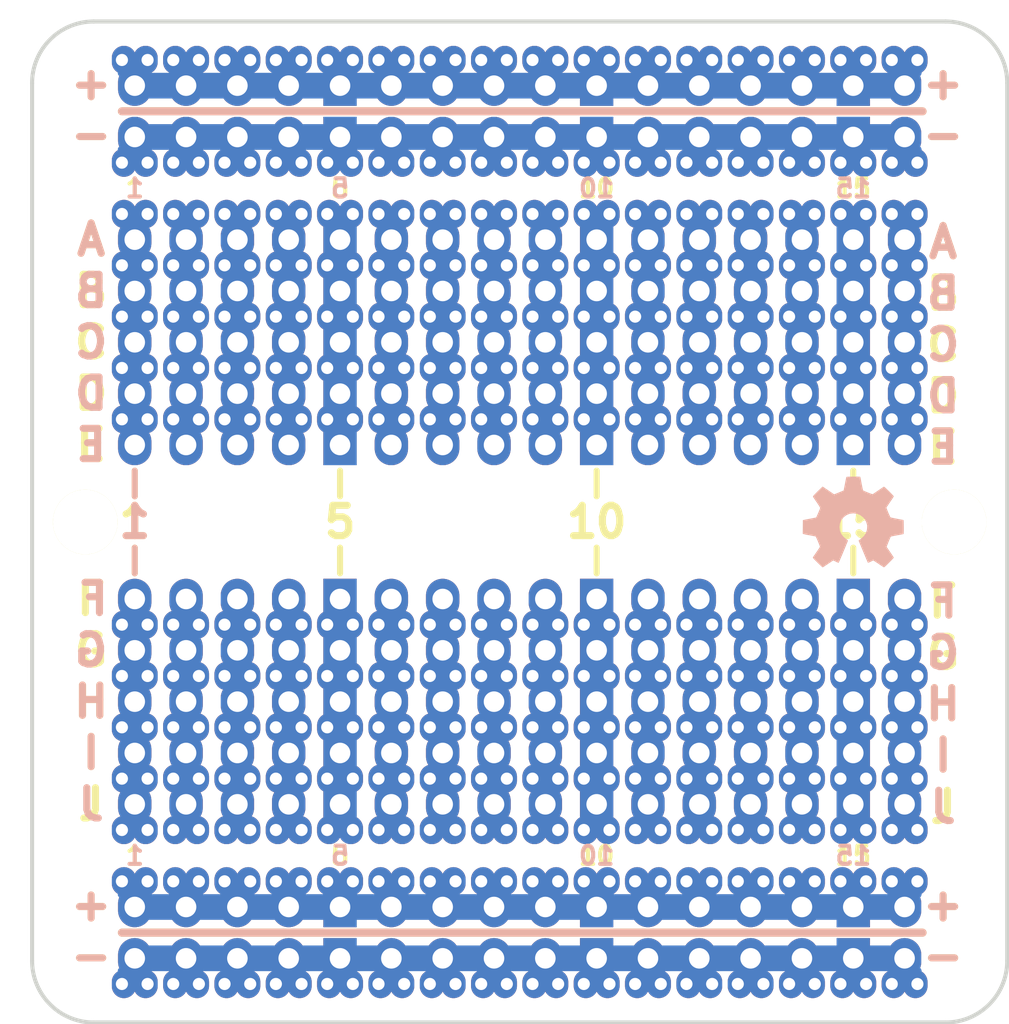
<source format=kicad_pcb>
(kicad_pcb (version 20171130) (host pcbnew 5.0.2+dfsg1-1~bpo9+1)

  (general
    (thickness 1.6002)
    (drawings 99)
    (tracks 530)
    (zones 0)
    (modules 88)
    (nets 1)
  )

  (page User 150.012 200)
  (title_block
    (title High-density-proto-board)
    (date "12 Jun 2014")
    (rev 0.10.a)
    (company "2014 - blog.spitzenpfeil.org")
  )

  (layers
    (0 Front signal)
    (31 Back signal)
    (36 B.SilkS user)
    (37 F.SilkS user)
    (38 B.Mask user)
    (39 F.Mask user)
    (44 Edge.Cuts user)
  )

  (setup
    (last_trace_width 0.4064)
    (user_trace_width 0.2032)
    (user_trace_width 0.3048)
    (user_trace_width 0.4064)
    (user_trace_width 0.508)
    (user_trace_width 0.762)
    (user_trace_width 1.016)
    (user_trace_width 1.27)
    (trace_clearance 0.2032)
    (zone_clearance 0.25)
    (zone_45_only no)
    (trace_min 0.2032)
    (segment_width 0.2)
    (edge_width 0.2)
    (via_size 0.635)
    (via_drill 0.3302)
    (via_min_size 0.635)
    (via_min_drill 0.3302)
    (uvia_size 0.508)
    (uvia_drill 0.127)
    (uvias_allowed no)
    (uvia_min_size 0.508)
    (uvia_min_drill 0.127)
    (pcb_text_width 0.2)
    (pcb_text_size 1 1)
    (mod_edge_width 0.2)
    (mod_text_size 1 1)
    (mod_text_width 0.2)
    (pad_size 1.65 2)
    (pad_drill 1.016)
    (pad_to_mask_clearance 0)
    (solder_mask_min_width 0.25)
    (aux_axis_origin 0 0)
    (visible_elements 7FFFFF7F)
    (pcbplotparams
      (layerselection 0x00030_ffffffff)
      (usegerberextensions true)
      (usegerberattributes false)
      (usegerberadvancedattributes false)
      (creategerberjobfile false)
      (excludeedgelayer true)
      (linewidth 0.150000)
      (plotframeref false)
      (viasonmask false)
      (mode 1)
      (useauxorigin false)
      (hpglpennumber 1)
      (hpglpenspeed 20)
      (hpglpendiameter 15.000000)
      (psnegative false)
      (psa4output false)
      (plotreference true)
      (plotvalue true)
      (plotinvisibletext false)
      (padsonsilk false)
      (subtractmaskfromsilk true)
      (outputformat 1)
      (mirror false)
      (drillshape 0)
      (scaleselection 1)
      (outputdirectory "gerber_files_50x50mm/"))
  )

  (net 0 "")

  (net_class Default "This is the default net class."
    (clearance 0.2032)
    (trace_width 0.4064)
    (via_dia 0.635)
    (via_drill 0.3302)
    (uvia_dia 0.508)
    (uvia_drill 0.127)
  )

  (module my_parts:MADW__SIL-1 (layer Front) (tedit 53990693) (tstamp 539922C4)
    (at 24.765 88.9)
    (tags "CONN DEV")
    (fp_text reference P? (at 0 -2.032) (layer F.SilkS) hide
      (effects (font (size 1 1) (thickness 0.2)))
    )
    (fp_text value VAL** (at 0 2.286) (layer F.SilkS) hide
      (effects (font (size 1 1) (thickness 0.2)))
    )
    (pad "" np_thru_hole circle (at 0.09 0) (size 3.2 3.2) (drill 3.2) (layers *.Cu *.Mask F.SilkS))
  )

  (module my_parts:MADW__SIL-1 (layer Front) (tedit 53990681) (tstamp 53992279)
    (at 67.945 88.9)
    (tags "CONN DEV")
    (fp_text reference P? (at 0 -2.032) (layer F.SilkS) hide
      (effects (font (size 1 1) (thickness 0.2)))
    )
    (fp_text value VAL** (at 0 2.286) (layer F.SilkS) hide
      (effects (font (size 1 1) (thickness 0.2)))
    )
    (pad "" np_thru_hole circle (at -0.09 0) (size 3.2 3.2) (drill 3.2) (layers *.Cu *.Mask F.SilkS))
  )

  (module my_parts:MADW__SIL-1 (layer Front) (tedit 5398BCDC) (tstamp 5398C661)
    (at 22.86 66.04)
    (tags "CONN DEV")
    (fp_text reference P? (at 0 -2.032) (layer F.SilkS) hide
      (effects (font (size 1 1) (thickness 0.2)))
    )
    (fp_text value VAL** (at 0 2.286) (layer F.SilkS) hide
      (effects (font (size 1 1) (thickness 0.2)))
    )
  )

  (module my_parts:MADW__SIL-8 (layer Front) (tedit 53992735) (tstamp 5398AE22)
    (at 36.195 102.87)
    (tags "CONN DEV")
    (fp_text reference P? (at 0 -3.048) (layer F.SilkS) hide
      (effects (font (size 1 1) (thickness 0.2)))
    )
    (fp_text value VAL** (at 0 2.794) (layer F.SilkS) hide
      (effects (font (size 1 1) (thickness 0.2)))
    )
    (pad 1 thru_hole oval (at -8.89 0) (size 1.65 2) (drill 1.016) (layers *.Cu *.Mask))
    (pad 2 thru_hole oval (at -6.35 0) (size 1.65 2) (drill 1.016) (layers *.Cu *.Mask))
    (pad 3 thru_hole oval (at -3.81 0) (size 1.65 2) (drill 1.016) (layers *.Cu *.Mask))
    (pad 4 thru_hole oval (at -1.27 0) (size 1.65 2) (drill 1.016) (layers *.Cu *.Mask))
    (pad 5 thru_hole rect (at 1.27 0) (size 1.65 2) (drill 1.016) (layers *.Cu *.Mask))
    (pad 6 thru_hole oval (at 3.81 0) (size 1.65 2) (drill 1.016) (layers *.Cu *.Mask))
    (pad 7 thru_hole oval (at 6.35 0) (size 1.65 2) (drill 1.016) (layers *.Cu *.Mask))
    (pad 8 thru_hole oval (at 8.89 0) (size 1.65 2) (drill 1.016) (layers *.Cu *.Mask))
  )

  (module my_parts:MADW__SIL-8 (layer Front) (tedit 53992700) (tstamp 53999B57)
    (at 56.515 77.47)
    (tags "CONN DEV")
    (fp_text reference P? (at 0 -3.048) (layer F.SilkS) hide
      (effects (font (size 1 1) (thickness 0.2)))
    )
    (fp_text value VAL** (at 0 2.794) (layer F.SilkS) hide
      (effects (font (size 1 1) (thickness 0.2)))
    )
    (pad 1 thru_hole oval (at -8.89 0) (size 1.65 2) (drill 1.016) (layers *.Cu *.Mask))
    (pad 2 thru_hole rect (at -6.35 0) (size 1.65 2) (drill 1.016) (layers *.Cu *.Mask))
    (pad 3 thru_hole oval (at -3.81 0) (size 1.65 2) (drill 1.016) (layers *.Cu *.Mask))
    (pad 4 thru_hole oval (at -1.27 0) (size 1.65 2) (drill 1.016) (layers *.Cu *.Mask))
    (pad 5 thru_hole oval (at 1.27 0) (size 1.65 2) (drill 1.016) (layers *.Cu *.Mask))
    (pad 6 thru_hole oval (at 3.81 0) (size 1.65 2) (drill 1.016) (layers *.Cu *.Mask))
    (pad 7 thru_hole rect (at 6.35 0) (size 1.65 2) (drill 1.016) (layers *.Cu *.Mask))
    (pad 8 thru_hole oval (at 8.89 0) (size 1.65 2) (drill 1.016) (layers *.Cu *.Mask))
  )

  (module my_parts:MADW__SIL-8-1.27mm (layer Front) (tedit 539892D9) (tstamp 53999BBF)
    (at 61.595 73.66)
    (fp_text reference P? (at 0 -2.286) (layer F.SilkS) hide
      (effects (font (size 1 1) (thickness 0.2)))
    )
    (fp_text value VAL** (at 0 2.286) (layer F.SilkS) hide
      (effects (font (size 1 1) (thickness 0.2)))
    )
    (pad 1 thru_hole oval (at -4.445 0) (size 1.2 1.4) (drill 0.6 (offset 0.1 0)) (layers *.Cu *.Mask))
    (pad 2 thru_hole oval (at -3.175 0) (size 1.2 1.4) (drill 0.6 (offset -0.1 0)) (layers *.Cu *.Mask))
    (pad 3 thru_hole oval (at -1.905 0) (size 1.2 1.4) (drill 0.6 (offset 0.1 0)) (layers *.Cu *.Mask))
    (pad 4 thru_hole oval (at -0.635 0) (size 1.2 1.4) (drill 0.6 (offset -0.1 0)) (layers *.Cu *.Mask))
    (pad 5 thru_hole oval (at 0.635 0) (size 1.2 1.4) (drill 0.6 (offset 0.1 0)) (layers *.Cu *.Mask))
    (pad 6 thru_hole oval (at 1.905 0) (size 1.2 1.4) (drill 0.6 (offset -0.1 0)) (layers *.Cu *.Mask))
    (pad 7 thru_hole oval (at 3.175 0) (size 1.2 1.4) (drill 0.6 (offset 0.1 0)) (layers *.Cu *.Mask))
    (pad 8 thru_hole oval (at 4.445 0) (size 1.2 1.4) (drill 0.6 (offset -0.1 0)) (layers *.Cu *.Mask))
  )

  (module my_parts:MADW__SIL-8 (layer Front) (tedit 539926F6) (tstamp 53999B64)
    (at 56.515 85.09)
    (tags "CONN DEV")
    (fp_text reference P? (at 0 -3.048) (layer F.SilkS) hide
      (effects (font (size 1 1) (thickness 0.2)))
    )
    (fp_text value VAL** (at 0 2.794) (layer F.SilkS) hide
      (effects (font (size 1 1) (thickness 0.2)))
    )
    (pad 1 thru_hole oval (at -8.89 0) (size 1.65 2) (drill 1.016) (layers *.Cu *.Mask))
    (pad 2 thru_hole rect (at -6.35 0) (size 1.65 2) (drill 1.016) (layers *.Cu *.Mask))
    (pad 3 thru_hole oval (at -3.81 0) (size 1.65 2) (drill 1.016) (layers *.Cu *.Mask))
    (pad 4 thru_hole oval (at -1.27 0) (size 1.65 2) (drill 1.016) (layers *.Cu *.Mask))
    (pad 5 thru_hole oval (at 1.27 0) (size 1.65 2) (drill 1.016) (layers *.Cu *.Mask))
    (pad 6 thru_hole oval (at 3.81 0) (size 1.65 2) (drill 1.016) (layers *.Cu *.Mask))
    (pad 7 thru_hole rect (at 6.35 0) (size 1.65 2) (drill 1.016) (layers *.Cu *.Mask))
    (pad 8 thru_hole oval (at 8.89 0) (size 1.65 2) (drill 1.016) (layers *.Cu *.Mask))
  )

  (module my_parts:MADW__SIL-8 (layer Front) (tedit 539926FD) (tstamp 53999BD9)
    (at 56.515 74.93)
    (tags "CONN DEV")
    (fp_text reference P? (at 0 -3.048) (layer F.SilkS) hide
      (effects (font (size 1 1) (thickness 0.2)))
    )
    (fp_text value VAL** (at 0 2.794) (layer F.SilkS) hide
      (effects (font (size 1 1) (thickness 0.2)))
    )
    (pad 1 thru_hole oval (at -8.89 0) (size 1.65 2) (drill 1.016) (layers *.Cu *.Mask))
    (pad 2 thru_hole rect (at -6.35 0) (size 1.65 2) (drill 1.016) (layers *.Cu *.Mask))
    (pad 3 thru_hole oval (at -3.81 0) (size 1.65 2) (drill 1.016) (layers *.Cu *.Mask))
    (pad 4 thru_hole oval (at -1.27 0) (size 1.65 2) (drill 1.016) (layers *.Cu *.Mask))
    (pad 5 thru_hole oval (at 1.27 0) (size 1.65 2) (drill 1.016) (layers *.Cu *.Mask))
    (pad 6 thru_hole oval (at 3.81 0) (size 1.65 2) (drill 1.016) (layers *.Cu *.Mask))
    (pad 7 thru_hole rect (at 6.35 0) (size 1.65 2) (drill 1.016) (layers *.Cu *.Mask))
    (pad 8 thru_hole oval (at 8.89 0) (size 1.65 2) (drill 1.016) (layers *.Cu *.Mask))
  )

  (module my_parts:MADW__SIL-8 (layer Front) (tedit 53992703) (tstamp 53999BB2)
    (at 56.515 80.01)
    (tags "CONN DEV")
    (fp_text reference P? (at 0 -3.048) (layer F.SilkS) hide
      (effects (font (size 1 1) (thickness 0.2)))
    )
    (fp_text value VAL** (at 0 2.794) (layer F.SilkS) hide
      (effects (font (size 1 1) (thickness 0.2)))
    )
    (pad 1 thru_hole oval (at -8.89 0) (size 1.65 2) (drill 1.016) (layers *.Cu *.Mask))
    (pad 2 thru_hole rect (at -6.35 0) (size 1.65 2) (drill 1.016) (layers *.Cu *.Mask))
    (pad 3 thru_hole oval (at -3.81 0) (size 1.65 2) (drill 1.016) (layers *.Cu *.Mask))
    (pad 4 thru_hole oval (at -1.27 0) (size 1.65 2) (drill 1.016) (layers *.Cu *.Mask))
    (pad 5 thru_hole oval (at 1.27 0) (size 1.65 2) (drill 1.016) (layers *.Cu *.Mask))
    (pad 6 thru_hole oval (at 3.81 0) (size 1.65 2) (drill 1.016) (layers *.Cu *.Mask))
    (pad 7 thru_hole rect (at 6.35 0) (size 1.65 2) (drill 1.016) (layers *.Cu *.Mask))
    (pad 8 thru_hole oval (at 8.89 0) (size 1.65 2) (drill 1.016) (layers *.Cu *.Mask))
  )

  (module my_parts:MADW__SIL-8 (layer Front) (tedit 53992706) (tstamp 53999B71)
    (at 56.515 82.55)
    (tags "CONN DEV")
    (fp_text reference P? (at 0 -3.048) (layer F.SilkS) hide
      (effects (font (size 1 1) (thickness 0.2)))
    )
    (fp_text value VAL** (at 0 2.794) (layer F.SilkS) hide
      (effects (font (size 1 1) (thickness 0.2)))
    )
    (pad 1 thru_hole oval (at -8.89 0) (size 1.65 2) (drill 1.016) (layers *.Cu *.Mask))
    (pad 2 thru_hole rect (at -6.35 0) (size 1.65 2) (drill 1.016) (layers *.Cu *.Mask))
    (pad 3 thru_hole oval (at -3.81 0) (size 1.65 2) (drill 1.016) (layers *.Cu *.Mask))
    (pad 4 thru_hole oval (at -1.27 0) (size 1.65 2) (drill 1.016) (layers *.Cu *.Mask))
    (pad 5 thru_hole oval (at 1.27 0) (size 1.65 2) (drill 1.016) (layers *.Cu *.Mask))
    (pad 6 thru_hole oval (at 3.81 0) (size 1.65 2) (drill 1.016) (layers *.Cu *.Mask))
    (pad 7 thru_hole rect (at 6.35 0) (size 1.65 2) (drill 1.016) (layers *.Cu *.Mask))
    (pad 8 thru_hole oval (at 8.89 0) (size 1.65 2) (drill 1.016) (layers *.Cu *.Mask))
  )

  (module my_parts:MADW__SIL-8 (layer Front) (tedit 53992724) (tstamp 53999C9C)
    (at 56.515 92.71)
    (tags "CONN DEV")
    (fp_text reference P? (at 0 -3.048) (layer F.SilkS) hide
      (effects (font (size 1 1) (thickness 0.2)))
    )
    (fp_text value VAL** (at 0 2.794) (layer F.SilkS) hide
      (effects (font (size 1 1) (thickness 0.2)))
    )
    (pad 1 thru_hole oval (at -8.89 0) (size 1.65 2) (drill 1.016) (layers *.Cu *.Mask))
    (pad 2 thru_hole rect (at -6.35 0) (size 1.65 2) (drill 1.016) (layers *.Cu *.Mask))
    (pad 3 thru_hole oval (at -3.81 0) (size 1.65 2) (drill 1.016) (layers *.Cu *.Mask))
    (pad 4 thru_hole oval (at -1.27 0) (size 1.65 2) (drill 1.016) (layers *.Cu *.Mask))
    (pad 5 thru_hole oval (at 1.27 0) (size 1.65 2) (drill 1.016) (layers *.Cu *.Mask))
    (pad 6 thru_hole oval (at 3.81 0) (size 1.65 2) (drill 1.016) (layers *.Cu *.Mask))
    (pad 7 thru_hole rect (at 6.35 0) (size 1.65 2) (drill 1.016) (layers *.Cu *.Mask))
    (pad 8 thru_hole oval (at 8.89 0) (size 1.65 2) (drill 1.016) (layers *.Cu *.Mask))
  )

  (module my_parts:MADW__SIL-8 (layer Front) (tedit 53992761) (tstamp 53999CA9)
    (at 56.515 102.87)
    (tags "CONN DEV")
    (fp_text reference P? (at 0 -3.048) (layer F.SilkS) hide
      (effects (font (size 1 1) (thickness 0.2)))
    )
    (fp_text value VAL** (at 0 2.794) (layer F.SilkS) hide
      (effects (font (size 1 1) (thickness 0.2)))
    )
    (pad 1 thru_hole oval (at -8.89 0) (size 1.65 2) (drill 1.016) (layers *.Cu *.Mask))
    (pad 2 thru_hole rect (at -6.35 0) (size 1.65 2) (drill 1.016) (layers *.Cu *.Mask))
    (pad 3 thru_hole oval (at -3.81 0) (size 1.65 2) (drill 1.016) (layers *.Cu *.Mask))
    (pad 4 thru_hole oval (at -1.27 0) (size 1.65 2) (drill 1.016) (layers *.Cu *.Mask))
    (pad 5 thru_hole oval (at 1.27 0) (size 1.65 2) (drill 1.016) (layers *.Cu *.Mask))
    (pad 6 thru_hole oval (at 3.81 0) (size 1.65 2) (drill 1.016) (layers *.Cu *.Mask))
    (pad 7 thru_hole rect (at 6.35 0) (size 1.65 2) (drill 1.016) (layers *.Cu *.Mask))
    (pad 8 thru_hole oval (at 8.89 0) (size 1.65 2) (drill 1.016) (layers *.Cu *.Mask))
  )

  (module my_parts:MADW__SIL-8 (layer Front) (tedit 5399275D) (tstamp 53999C5B)
    (at 56.515 100.33)
    (tags "CONN DEV")
    (fp_text reference P? (at 0 -3.048) (layer F.SilkS) hide
      (effects (font (size 1 1) (thickness 0.2)))
    )
    (fp_text value VAL** (at 0 2.794) (layer F.SilkS) hide
      (effects (font (size 1 1) (thickness 0.2)))
    )
    (pad 1 thru_hole oval (at -8.89 0) (size 1.65 2) (drill 1.016) (layers *.Cu *.Mask))
    (pad 2 thru_hole rect (at -6.35 0) (size 1.65 2) (drill 1.016) (layers *.Cu *.Mask))
    (pad 3 thru_hole oval (at -3.81 0) (size 1.65 2) (drill 1.016) (layers *.Cu *.Mask))
    (pad 4 thru_hole oval (at -1.27 0) (size 1.65 2) (drill 1.016) (layers *.Cu *.Mask))
    (pad 5 thru_hole oval (at 1.27 0) (size 1.65 2) (drill 1.016) (layers *.Cu *.Mask))
    (pad 6 thru_hole oval (at 3.81 0) (size 1.65 2) (drill 1.016) (layers *.Cu *.Mask))
    (pad 7 thru_hole rect (at 6.35 0) (size 1.65 2) (drill 1.016) (layers *.Cu *.Mask))
    (pad 8 thru_hole oval (at 8.89 0) (size 1.65 2) (drill 1.016) (layers *.Cu *.Mask))
  )

  (module my_parts:MADW__SIL-8 (layer Front) (tedit 53992759) (tstamp 53999C68)
    (at 56.515 97.79)
    (tags "CONN DEV")
    (fp_text reference P? (at 0 -3.048) (layer F.SilkS) hide
      (effects (font (size 1 1) (thickness 0.2)))
    )
    (fp_text value VAL** (at 0 2.794) (layer F.SilkS) hide
      (effects (font (size 1 1) (thickness 0.2)))
    )
    (pad 1 thru_hole oval (at -8.89 0) (size 1.65 2) (drill 1.016) (layers *.Cu *.Mask))
    (pad 2 thru_hole rect (at -6.35 0) (size 1.65 2) (drill 1.016) (layers *.Cu *.Mask))
    (pad 3 thru_hole oval (at -3.81 0) (size 1.65 2) (drill 1.016) (layers *.Cu *.Mask))
    (pad 4 thru_hole oval (at -1.27 0) (size 1.65 2) (drill 1.016) (layers *.Cu *.Mask))
    (pad 5 thru_hole oval (at 1.27 0) (size 1.65 2) (drill 1.016) (layers *.Cu *.Mask))
    (pad 6 thru_hole oval (at 3.81 0) (size 1.65 2) (drill 1.016) (layers *.Cu *.Mask))
    (pad 7 thru_hole rect (at 6.35 0) (size 1.65 2) (drill 1.016) (layers *.Cu *.Mask))
    (pad 8 thru_hole oval (at 8.89 0) (size 1.65 2) (drill 1.016) (layers *.Cu *.Mask))
  )

  (module my_parts:MADW__SIL-8 (layer Front) (tedit 53992756) (tstamp 53999C27)
    (at 56.515 95.25)
    (tags "CONN DEV")
    (fp_text reference P? (at 0 -3.048) (layer F.SilkS) hide
      (effects (font (size 1 1) (thickness 0.2)))
    )
    (fp_text value VAL** (at 0 2.794) (layer F.SilkS) hide
      (effects (font (size 1 1) (thickness 0.2)))
    )
    (pad 1 thru_hole oval (at -8.89 0) (size 1.65 2) (drill 1.016) (layers *.Cu *.Mask))
    (pad 2 thru_hole rect (at -6.35 0) (size 1.65 2) (drill 1.016) (layers *.Cu *.Mask))
    (pad 3 thru_hole oval (at -3.81 0) (size 1.65 2) (drill 1.016) (layers *.Cu *.Mask))
    (pad 4 thru_hole oval (at -1.27 0) (size 1.65 2) (drill 1.016) (layers *.Cu *.Mask))
    (pad 5 thru_hole oval (at 1.27 0) (size 1.65 2) (drill 1.016) (layers *.Cu *.Mask))
    (pad 6 thru_hole oval (at 3.81 0) (size 1.65 2) (drill 1.016) (layers *.Cu *.Mask))
    (pad 7 thru_hole rect (at 6.35 0) (size 1.65 2) (drill 1.016) (layers *.Cu *.Mask))
    (pad 8 thru_hole oval (at 8.89 0) (size 1.65 2) (drill 1.016) (layers *.Cu *.Mask))
  )

  (module my_parts:MADW__SIL-8-1.27mm (layer Front) (tedit 539892D9) (tstamp 53999B3D)
    (at 51.435 73.66)
    (fp_text reference P? (at 0 -2.286) (layer F.SilkS) hide
      (effects (font (size 1 1) (thickness 0.2)))
    )
    (fp_text value VAL** (at 0 2.286) (layer F.SilkS) hide
      (effects (font (size 1 1) (thickness 0.2)))
    )
    (pad 1 thru_hole oval (at -4.445 0) (size 1.2 1.4) (drill 0.6 (offset 0.1 0)) (layers *.Cu *.Mask))
    (pad 2 thru_hole oval (at -3.175 0) (size 1.2 1.4) (drill 0.6 (offset -0.1 0)) (layers *.Cu *.Mask))
    (pad 3 thru_hole oval (at -1.905 0) (size 1.2 1.4) (drill 0.6 (offset 0.1 0)) (layers *.Cu *.Mask))
    (pad 4 thru_hole oval (at -0.635 0) (size 1.2 1.4) (drill 0.6 (offset -0.1 0)) (layers *.Cu *.Mask))
    (pad 5 thru_hole oval (at 0.635 0) (size 1.2 1.4) (drill 0.6 (offset 0.1 0)) (layers *.Cu *.Mask))
    (pad 6 thru_hole oval (at 1.905 0) (size 1.2 1.4) (drill 0.6 (offset -0.1 0)) (layers *.Cu *.Mask))
    (pad 7 thru_hole oval (at 3.175 0) (size 1.2 1.4) (drill 0.6 (offset 0.1 0)) (layers *.Cu *.Mask))
    (pad 8 thru_hole oval (at 4.445 0) (size 1.2 1.4) (drill 0.6 (offset -0.1 0)) (layers *.Cu *.Mask))
  )

  (module my_parts:MADW__SIL-8-1.27mm (layer Front) (tedit 539892D9) (tstamp 53999B30)
    (at 51.435 76.2)
    (fp_text reference P? (at 0 -2.286) (layer F.SilkS) hide
      (effects (font (size 1 1) (thickness 0.2)))
    )
    (fp_text value VAL** (at 0 2.286) (layer F.SilkS) hide
      (effects (font (size 1 1) (thickness 0.2)))
    )
    (pad 1 thru_hole oval (at -4.445 0) (size 1.2 1.4) (drill 0.6 (offset 0.1 0)) (layers *.Cu *.Mask))
    (pad 2 thru_hole oval (at -3.175 0) (size 1.2 1.4) (drill 0.6 (offset -0.1 0)) (layers *.Cu *.Mask))
    (pad 3 thru_hole oval (at -1.905 0) (size 1.2 1.4) (drill 0.6 (offset 0.1 0)) (layers *.Cu *.Mask))
    (pad 4 thru_hole oval (at -0.635 0) (size 1.2 1.4) (drill 0.6 (offset -0.1 0)) (layers *.Cu *.Mask))
    (pad 5 thru_hole oval (at 0.635 0) (size 1.2 1.4) (drill 0.6 (offset 0.1 0)) (layers *.Cu *.Mask))
    (pad 6 thru_hole oval (at 1.905 0) (size 1.2 1.4) (drill 0.6 (offset -0.1 0)) (layers *.Cu *.Mask))
    (pad 7 thru_hole oval (at 3.175 0) (size 1.2 1.4) (drill 0.6 (offset 0.1 0)) (layers *.Cu *.Mask))
    (pad 8 thru_hole oval (at 4.445 0) (size 1.2 1.4) (drill 0.6 (offset -0.1 0)) (layers *.Cu *.Mask))
  )

  (module my_parts:MADW__SIL-8-1.27mm (layer Front) (tedit 539892D9) (tstamp 53999B4A)
    (at 51.435 78.74)
    (fp_text reference P? (at 0 -2.286) (layer F.SilkS) hide
      (effects (font (size 1 1) (thickness 0.2)))
    )
    (fp_text value VAL** (at 0 2.286) (layer F.SilkS) hide
      (effects (font (size 1 1) (thickness 0.2)))
    )
    (pad 1 thru_hole oval (at -4.445 0) (size 1.2 1.4) (drill 0.6 (offset 0.1 0)) (layers *.Cu *.Mask))
    (pad 2 thru_hole oval (at -3.175 0) (size 1.2 1.4) (drill 0.6 (offset -0.1 0)) (layers *.Cu *.Mask))
    (pad 3 thru_hole oval (at -1.905 0) (size 1.2 1.4) (drill 0.6 (offset 0.1 0)) (layers *.Cu *.Mask))
    (pad 4 thru_hole oval (at -0.635 0) (size 1.2 1.4) (drill 0.6 (offset -0.1 0)) (layers *.Cu *.Mask))
    (pad 5 thru_hole oval (at 0.635 0) (size 1.2 1.4) (drill 0.6 (offset 0.1 0)) (layers *.Cu *.Mask))
    (pad 6 thru_hole oval (at 1.905 0) (size 1.2 1.4) (drill 0.6 (offset -0.1 0)) (layers *.Cu *.Mask))
    (pad 7 thru_hole oval (at 3.175 0) (size 1.2 1.4) (drill 0.6 (offset 0.1 0)) (layers *.Cu *.Mask))
    (pad 8 thru_hole oval (at 4.445 0) (size 1.2 1.4) (drill 0.6 (offset -0.1 0)) (layers *.Cu *.Mask))
  )

  (module my_parts:MADW__SIL-8-1.27mm (layer Front) (tedit 539892D9) (tstamp 53999BA5)
    (at 51.435 81.28)
    (fp_text reference P? (at 0 -2.286) (layer F.SilkS) hide
      (effects (font (size 1 1) (thickness 0.2)))
    )
    (fp_text value VAL** (at 0 2.286) (layer F.SilkS) hide
      (effects (font (size 1 1) (thickness 0.2)))
    )
    (pad 1 thru_hole oval (at -4.445 0) (size 1.2 1.4) (drill 0.6 (offset 0.1 0)) (layers *.Cu *.Mask))
    (pad 2 thru_hole oval (at -3.175 0) (size 1.2 1.4) (drill 0.6 (offset -0.1 0)) (layers *.Cu *.Mask))
    (pad 3 thru_hole oval (at -1.905 0) (size 1.2 1.4) (drill 0.6 (offset 0.1 0)) (layers *.Cu *.Mask))
    (pad 4 thru_hole oval (at -0.635 0) (size 1.2 1.4) (drill 0.6 (offset -0.1 0)) (layers *.Cu *.Mask))
    (pad 5 thru_hole oval (at 0.635 0) (size 1.2 1.4) (drill 0.6 (offset 0.1 0)) (layers *.Cu *.Mask))
    (pad 6 thru_hole oval (at 1.905 0) (size 1.2 1.4) (drill 0.6 (offset -0.1 0)) (layers *.Cu *.Mask))
    (pad 7 thru_hole oval (at 3.175 0) (size 1.2 1.4) (drill 0.6 (offset 0.1 0)) (layers *.Cu *.Mask))
    (pad 8 thru_hole oval (at 4.445 0) (size 1.2 1.4) (drill 0.6 (offset -0.1 0)) (layers *.Cu *.Mask))
  )

  (module my_parts:MADW__SIL-8-1.27mm (layer Front) (tedit 539892D9) (tstamp 53999B7E)
    (at 51.435 83.82)
    (fp_text reference P? (at 0 -2.286) (layer F.SilkS) hide
      (effects (font (size 1 1) (thickness 0.2)))
    )
    (fp_text value VAL** (at 0 2.286) (layer F.SilkS) hide
      (effects (font (size 1 1) (thickness 0.2)))
    )
    (pad 1 thru_hole oval (at -4.445 0) (size 1.2 1.4) (drill 0.6 (offset 0.1 0)) (layers *.Cu *.Mask))
    (pad 2 thru_hole oval (at -3.175 0) (size 1.2 1.4) (drill 0.6 (offset -0.1 0)) (layers *.Cu *.Mask))
    (pad 3 thru_hole oval (at -1.905 0) (size 1.2 1.4) (drill 0.6 (offset 0.1 0)) (layers *.Cu *.Mask))
    (pad 4 thru_hole oval (at -0.635 0) (size 1.2 1.4) (drill 0.6 (offset -0.1 0)) (layers *.Cu *.Mask))
    (pad 5 thru_hole oval (at 0.635 0) (size 1.2 1.4) (drill 0.6 (offset 0.1 0)) (layers *.Cu *.Mask))
    (pad 6 thru_hole oval (at 1.905 0) (size 1.2 1.4) (drill 0.6 (offset -0.1 0)) (layers *.Cu *.Mask))
    (pad 7 thru_hole oval (at 3.175 0) (size 1.2 1.4) (drill 0.6 (offset 0.1 0)) (layers *.Cu *.Mask))
    (pad 8 thru_hole oval (at 4.445 0) (size 1.2 1.4) (drill 0.6 (offset -0.1 0)) (layers *.Cu *.Mask))
  )

  (module my_parts:MADW__SIL-8-1.27mm (layer Front) (tedit 539892D9) (tstamp 53999C8F)
    (at 51.435 93.98)
    (fp_text reference P? (at 0 -2.286) (layer F.SilkS) hide
      (effects (font (size 1 1) (thickness 0.2)))
    )
    (fp_text value VAL** (at 0 2.286) (layer F.SilkS) hide
      (effects (font (size 1 1) (thickness 0.2)))
    )
    (pad 1 thru_hole oval (at -4.445 0) (size 1.2 1.4) (drill 0.6 (offset 0.1 0)) (layers *.Cu *.Mask))
    (pad 2 thru_hole oval (at -3.175 0) (size 1.2 1.4) (drill 0.6 (offset -0.1 0)) (layers *.Cu *.Mask))
    (pad 3 thru_hole oval (at -1.905 0) (size 1.2 1.4) (drill 0.6 (offset 0.1 0)) (layers *.Cu *.Mask))
    (pad 4 thru_hole oval (at -0.635 0) (size 1.2 1.4) (drill 0.6 (offset -0.1 0)) (layers *.Cu *.Mask))
    (pad 5 thru_hole oval (at 0.635 0) (size 1.2 1.4) (drill 0.6 (offset 0.1 0)) (layers *.Cu *.Mask))
    (pad 6 thru_hole oval (at 1.905 0) (size 1.2 1.4) (drill 0.6 (offset -0.1 0)) (layers *.Cu *.Mask))
    (pad 7 thru_hole oval (at 3.175 0) (size 1.2 1.4) (drill 0.6 (offset 0.1 0)) (layers *.Cu *.Mask))
    (pad 8 thru_hole oval (at 4.445 0) (size 1.2 1.4) (drill 0.6 (offset -0.1 0)) (layers *.Cu *.Mask))
  )

  (module my_parts:MADW__SIL-8-1.27mm (layer Front) (tedit 539892D9) (tstamp 53999C82)
    (at 51.435 96.52)
    (fp_text reference P? (at 0 -2.286) (layer F.SilkS) hide
      (effects (font (size 1 1) (thickness 0.2)))
    )
    (fp_text value VAL** (at 0 2.286) (layer F.SilkS) hide
      (effects (font (size 1 1) (thickness 0.2)))
    )
    (pad 1 thru_hole oval (at -4.445 0) (size 1.2 1.4) (drill 0.6 (offset 0.1 0)) (layers *.Cu *.Mask))
    (pad 2 thru_hole oval (at -3.175 0) (size 1.2 1.4) (drill 0.6 (offset -0.1 0)) (layers *.Cu *.Mask))
    (pad 3 thru_hole oval (at -1.905 0) (size 1.2 1.4) (drill 0.6 (offset 0.1 0)) (layers *.Cu *.Mask))
    (pad 4 thru_hole oval (at -0.635 0) (size 1.2 1.4) (drill 0.6 (offset -0.1 0)) (layers *.Cu *.Mask))
    (pad 5 thru_hole oval (at 0.635 0) (size 1.2 1.4) (drill 0.6 (offset 0.1 0)) (layers *.Cu *.Mask))
    (pad 6 thru_hole oval (at 1.905 0) (size 1.2 1.4) (drill 0.6 (offset -0.1 0)) (layers *.Cu *.Mask))
    (pad 7 thru_hole oval (at 3.175 0) (size 1.2 1.4) (drill 0.6 (offset 0.1 0)) (layers *.Cu *.Mask))
    (pad 8 thru_hole oval (at 4.445 0) (size 1.2 1.4) (drill 0.6 (offset -0.1 0)) (layers *.Cu *.Mask))
  )

  (module my_parts:MADW__SIL-8-1.27mm (layer Front) (tedit 539892D9) (tstamp 53999C75)
    (at 51.435 99.06)
    (fp_text reference P? (at 0 -2.286) (layer F.SilkS) hide
      (effects (font (size 1 1) (thickness 0.2)))
    )
    (fp_text value VAL** (at 0 2.286) (layer F.SilkS) hide
      (effects (font (size 1 1) (thickness 0.2)))
    )
    (pad 1 thru_hole oval (at -4.445 0) (size 1.2 1.4) (drill 0.6 (offset 0.1 0)) (layers *.Cu *.Mask))
    (pad 2 thru_hole oval (at -3.175 0) (size 1.2 1.4) (drill 0.6 (offset -0.1 0)) (layers *.Cu *.Mask))
    (pad 3 thru_hole oval (at -1.905 0) (size 1.2 1.4) (drill 0.6 (offset 0.1 0)) (layers *.Cu *.Mask))
    (pad 4 thru_hole oval (at -0.635 0) (size 1.2 1.4) (drill 0.6 (offset -0.1 0)) (layers *.Cu *.Mask))
    (pad 5 thru_hole oval (at 0.635 0) (size 1.2 1.4) (drill 0.6 (offset 0.1 0)) (layers *.Cu *.Mask))
    (pad 6 thru_hole oval (at 1.905 0) (size 1.2 1.4) (drill 0.6 (offset -0.1 0)) (layers *.Cu *.Mask))
    (pad 7 thru_hole oval (at 3.175 0) (size 1.2 1.4) (drill 0.6 (offset 0.1 0)) (layers *.Cu *.Mask))
    (pad 8 thru_hole oval (at 4.445 0) (size 1.2 1.4) (drill 0.6 (offset -0.1 0)) (layers *.Cu *.Mask))
  )

  (module my_parts:MADW__SIL-8-1.27mm (layer Front) (tedit 539892D9) (tstamp 53999D2B)
    (at 51.435 101.6)
    (fp_text reference P? (at 0 -2.286) (layer F.SilkS) hide
      (effects (font (size 1 1) (thickness 0.2)))
    )
    (fp_text value VAL** (at 0 2.286) (layer F.SilkS) hide
      (effects (font (size 1 1) (thickness 0.2)))
    )
    (pad 1 thru_hole oval (at -4.445 0) (size 1.2 1.4) (drill 0.6 (offset 0.1 0)) (layers *.Cu *.Mask))
    (pad 2 thru_hole oval (at -3.175 0) (size 1.2 1.4) (drill 0.6 (offset -0.1 0)) (layers *.Cu *.Mask))
    (pad 3 thru_hole oval (at -1.905 0) (size 1.2 1.4) (drill 0.6 (offset 0.1 0)) (layers *.Cu *.Mask))
    (pad 4 thru_hole oval (at -0.635 0) (size 1.2 1.4) (drill 0.6 (offset -0.1 0)) (layers *.Cu *.Mask))
    (pad 5 thru_hole oval (at 0.635 0) (size 1.2 1.4) (drill 0.6 (offset 0.1 0)) (layers *.Cu *.Mask))
    (pad 6 thru_hole oval (at 1.905 0) (size 1.2 1.4) (drill 0.6 (offset -0.1 0)) (layers *.Cu *.Mask))
    (pad 7 thru_hole oval (at 3.175 0) (size 1.2 1.4) (drill 0.6 (offset 0.1 0)) (layers *.Cu *.Mask))
    (pad 8 thru_hole oval (at 4.445 0) (size 1.2 1.4) (drill 0.6 (offset -0.1 0)) (layers *.Cu *.Mask))
  )

  (module my_parts:MADW__SIL-8-1.27mm (layer Front) (tedit 539892D9) (tstamp 53999D1E)
    (at 51.435 104.14)
    (fp_text reference P? (at 0 -2.286) (layer F.SilkS) hide
      (effects (font (size 1 1) (thickness 0.2)))
    )
    (fp_text value VAL** (at 0 2.286) (layer F.SilkS) hide
      (effects (font (size 1 1) (thickness 0.2)))
    )
    (pad 1 thru_hole oval (at -4.445 0) (size 1.2 1.4) (drill 0.6 (offset 0.1 0)) (layers *.Cu *.Mask))
    (pad 2 thru_hole oval (at -3.175 0) (size 1.2 1.4) (drill 0.6 (offset -0.1 0)) (layers *.Cu *.Mask))
    (pad 3 thru_hole oval (at -1.905 0) (size 1.2 1.4) (drill 0.6 (offset 0.1 0)) (layers *.Cu *.Mask))
    (pad 4 thru_hole oval (at -0.635 0) (size 1.2 1.4) (drill 0.6 (offset -0.1 0)) (layers *.Cu *.Mask))
    (pad 5 thru_hole oval (at 0.635 0) (size 1.2 1.4) (drill 0.6 (offset 0.1 0)) (layers *.Cu *.Mask))
    (pad 6 thru_hole oval (at 1.905 0) (size 1.2 1.4) (drill 0.6 (offset -0.1 0)) (layers *.Cu *.Mask))
    (pad 7 thru_hole oval (at 3.175 0) (size 1.2 1.4) (drill 0.6 (offset 0.1 0)) (layers *.Cu *.Mask))
    (pad 8 thru_hole oval (at 4.445 0) (size 1.2 1.4) (drill 0.6 (offset -0.1 0)) (layers *.Cu *.Mask))
  )

  (module my_parts:MADW__SIL-8-1.27mm (layer Front) (tedit 539892D9) (tstamp 53999BCC)
    (at 61.595 76.2)
    (fp_text reference P? (at 0 -2.286) (layer F.SilkS) hide
      (effects (font (size 1 1) (thickness 0.2)))
    )
    (fp_text value VAL** (at 0 2.286) (layer F.SilkS) hide
      (effects (font (size 1 1) (thickness 0.2)))
    )
    (pad 1 thru_hole oval (at -4.445 0) (size 1.2 1.4) (drill 0.6 (offset 0.1 0)) (layers *.Cu *.Mask))
    (pad 2 thru_hole oval (at -3.175 0) (size 1.2 1.4) (drill 0.6 (offset -0.1 0)) (layers *.Cu *.Mask))
    (pad 3 thru_hole oval (at -1.905 0) (size 1.2 1.4) (drill 0.6 (offset 0.1 0)) (layers *.Cu *.Mask))
    (pad 4 thru_hole oval (at -0.635 0) (size 1.2 1.4) (drill 0.6 (offset -0.1 0)) (layers *.Cu *.Mask))
    (pad 5 thru_hole oval (at 0.635 0) (size 1.2 1.4) (drill 0.6 (offset 0.1 0)) (layers *.Cu *.Mask))
    (pad 6 thru_hole oval (at 1.905 0) (size 1.2 1.4) (drill 0.6 (offset -0.1 0)) (layers *.Cu *.Mask))
    (pad 7 thru_hole oval (at 3.175 0) (size 1.2 1.4) (drill 0.6 (offset 0.1 0)) (layers *.Cu *.Mask))
    (pad 8 thru_hole oval (at 4.445 0) (size 1.2 1.4) (drill 0.6 (offset -0.1 0)) (layers *.Cu *.Mask))
  )

  (module my_parts:MADW__SIL-8-1.27mm (layer Front) (tedit 539892D9) (tstamp 53999BE6)
    (at 61.595 78.74)
    (fp_text reference P? (at 0 -2.286) (layer F.SilkS) hide
      (effects (font (size 1 1) (thickness 0.2)))
    )
    (fp_text value VAL** (at 0 2.286) (layer F.SilkS) hide
      (effects (font (size 1 1) (thickness 0.2)))
    )
    (pad 1 thru_hole oval (at -4.445 0) (size 1.2 1.4) (drill 0.6 (offset 0.1 0)) (layers *.Cu *.Mask))
    (pad 2 thru_hole oval (at -3.175 0) (size 1.2 1.4) (drill 0.6 (offset -0.1 0)) (layers *.Cu *.Mask))
    (pad 3 thru_hole oval (at -1.905 0) (size 1.2 1.4) (drill 0.6 (offset 0.1 0)) (layers *.Cu *.Mask))
    (pad 4 thru_hole oval (at -0.635 0) (size 1.2 1.4) (drill 0.6 (offset -0.1 0)) (layers *.Cu *.Mask))
    (pad 5 thru_hole oval (at 0.635 0) (size 1.2 1.4) (drill 0.6 (offset 0.1 0)) (layers *.Cu *.Mask))
    (pad 6 thru_hole oval (at 1.905 0) (size 1.2 1.4) (drill 0.6 (offset -0.1 0)) (layers *.Cu *.Mask))
    (pad 7 thru_hole oval (at 3.175 0) (size 1.2 1.4) (drill 0.6 (offset 0.1 0)) (layers *.Cu *.Mask))
    (pad 8 thru_hole oval (at 4.445 0) (size 1.2 1.4) (drill 0.6 (offset -0.1 0)) (layers *.Cu *.Mask))
  )

  (module my_parts:MADW__SIL-8-1.27mm (layer Front) (tedit 539892D9) (tstamp 53999B8B)
    (at 61.595 81.28)
    (fp_text reference P? (at 0 -2.286) (layer F.SilkS) hide
      (effects (font (size 1 1) (thickness 0.2)))
    )
    (fp_text value VAL** (at 0 2.286) (layer F.SilkS) hide
      (effects (font (size 1 1) (thickness 0.2)))
    )
    (pad 1 thru_hole oval (at -4.445 0) (size 1.2 1.4) (drill 0.6 (offset 0.1 0)) (layers *.Cu *.Mask))
    (pad 2 thru_hole oval (at -3.175 0) (size 1.2 1.4) (drill 0.6 (offset -0.1 0)) (layers *.Cu *.Mask))
    (pad 3 thru_hole oval (at -1.905 0) (size 1.2 1.4) (drill 0.6 (offset 0.1 0)) (layers *.Cu *.Mask))
    (pad 4 thru_hole oval (at -0.635 0) (size 1.2 1.4) (drill 0.6 (offset -0.1 0)) (layers *.Cu *.Mask))
    (pad 5 thru_hole oval (at 0.635 0) (size 1.2 1.4) (drill 0.6 (offset 0.1 0)) (layers *.Cu *.Mask))
    (pad 6 thru_hole oval (at 1.905 0) (size 1.2 1.4) (drill 0.6 (offset -0.1 0)) (layers *.Cu *.Mask))
    (pad 7 thru_hole oval (at 3.175 0) (size 1.2 1.4) (drill 0.6 (offset 0.1 0)) (layers *.Cu *.Mask))
    (pad 8 thru_hole oval (at 4.445 0) (size 1.2 1.4) (drill 0.6 (offset -0.1 0)) (layers *.Cu *.Mask))
  )

  (module my_parts:MADW__SIL-8-1.27mm (layer Front) (tedit 539892D9) (tstamp 53999B98)
    (at 61.595 83.82)
    (fp_text reference P? (at 0 -2.286) (layer F.SilkS) hide
      (effects (font (size 1 1) (thickness 0.2)))
    )
    (fp_text value VAL** (at 0 2.286) (layer F.SilkS) hide
      (effects (font (size 1 1) (thickness 0.2)))
    )
    (pad 1 thru_hole oval (at -4.445 0) (size 1.2 1.4) (drill 0.6 (offset 0.1 0)) (layers *.Cu *.Mask))
    (pad 2 thru_hole oval (at -3.175 0) (size 1.2 1.4) (drill 0.6 (offset -0.1 0)) (layers *.Cu *.Mask))
    (pad 3 thru_hole oval (at -1.905 0) (size 1.2 1.4) (drill 0.6 (offset 0.1 0)) (layers *.Cu *.Mask))
    (pad 4 thru_hole oval (at -0.635 0) (size 1.2 1.4) (drill 0.6 (offset -0.1 0)) (layers *.Cu *.Mask))
    (pad 5 thru_hole oval (at 0.635 0) (size 1.2 1.4) (drill 0.6 (offset 0.1 0)) (layers *.Cu *.Mask))
    (pad 6 thru_hole oval (at 1.905 0) (size 1.2 1.4) (drill 0.6 (offset -0.1 0)) (layers *.Cu *.Mask))
    (pad 7 thru_hole oval (at 3.175 0) (size 1.2 1.4) (drill 0.6 (offset 0.1 0)) (layers *.Cu *.Mask))
    (pad 8 thru_hole oval (at 4.445 0) (size 1.2 1.4) (drill 0.6 (offset -0.1 0)) (layers *.Cu *.Mask))
  )

  (module my_parts:MADW__SIL-8-1.27mm (layer Front) (tedit 539892D9) (tstamp 53999CC3)
    (at 61.595 104.14)
    (fp_text reference P? (at 0 -2.286) (layer F.SilkS) hide
      (effects (font (size 1 1) (thickness 0.2)))
    )
    (fp_text value VAL** (at 0 2.286) (layer F.SilkS) hide
      (effects (font (size 1 1) (thickness 0.2)))
    )
    (pad 1 thru_hole oval (at -4.445 0) (size 1.2 1.4) (drill 0.6 (offset 0.1 0)) (layers *.Cu *.Mask))
    (pad 2 thru_hole oval (at -3.175 0) (size 1.2 1.4) (drill 0.6 (offset -0.1 0)) (layers *.Cu *.Mask))
    (pad 3 thru_hole oval (at -1.905 0) (size 1.2 1.4) (drill 0.6 (offset 0.1 0)) (layers *.Cu *.Mask))
    (pad 4 thru_hole oval (at -0.635 0) (size 1.2 1.4) (drill 0.6 (offset -0.1 0)) (layers *.Cu *.Mask))
    (pad 5 thru_hole oval (at 0.635 0) (size 1.2 1.4) (drill 0.6 (offset 0.1 0)) (layers *.Cu *.Mask))
    (pad 6 thru_hole oval (at 1.905 0) (size 1.2 1.4) (drill 0.6 (offset -0.1 0)) (layers *.Cu *.Mask))
    (pad 7 thru_hole oval (at 3.175 0) (size 1.2 1.4) (drill 0.6 (offset 0.1 0)) (layers *.Cu *.Mask))
    (pad 8 thru_hole oval (at 4.445 0) (size 1.2 1.4) (drill 0.6 (offset -0.1 0)) (layers *.Cu *.Mask))
  )

  (module my_parts:MADW__SIL-8-1.27mm (layer Front) (tedit 539892D9) (tstamp 53999CB6)
    (at 61.595 101.6)
    (fp_text reference P? (at 0 -2.286) (layer F.SilkS) hide
      (effects (font (size 1 1) (thickness 0.2)))
    )
    (fp_text value VAL** (at 0 2.286) (layer F.SilkS) hide
      (effects (font (size 1 1) (thickness 0.2)))
    )
    (pad 1 thru_hole oval (at -4.445 0) (size 1.2 1.4) (drill 0.6 (offset 0.1 0)) (layers *.Cu *.Mask))
    (pad 2 thru_hole oval (at -3.175 0) (size 1.2 1.4) (drill 0.6 (offset -0.1 0)) (layers *.Cu *.Mask))
    (pad 3 thru_hole oval (at -1.905 0) (size 1.2 1.4) (drill 0.6 (offset 0.1 0)) (layers *.Cu *.Mask))
    (pad 4 thru_hole oval (at -0.635 0) (size 1.2 1.4) (drill 0.6 (offset -0.1 0)) (layers *.Cu *.Mask))
    (pad 5 thru_hole oval (at 0.635 0) (size 1.2 1.4) (drill 0.6 (offset 0.1 0)) (layers *.Cu *.Mask))
    (pad 6 thru_hole oval (at 1.905 0) (size 1.2 1.4) (drill 0.6 (offset -0.1 0)) (layers *.Cu *.Mask))
    (pad 7 thru_hole oval (at 3.175 0) (size 1.2 1.4) (drill 0.6 (offset 0.1 0)) (layers *.Cu *.Mask))
    (pad 8 thru_hole oval (at 4.445 0) (size 1.2 1.4) (drill 0.6 (offset -0.1 0)) (layers *.Cu *.Mask))
  )

  (module my_parts:MADW__SIL-8-1.27mm (layer Front) (tedit 539892D9) (tstamp 53999C4E)
    (at 61.595 99.06)
    (fp_text reference P? (at 0 -2.286) (layer F.SilkS) hide
      (effects (font (size 1 1) (thickness 0.2)))
    )
    (fp_text value VAL** (at 0 2.286) (layer F.SilkS) hide
      (effects (font (size 1 1) (thickness 0.2)))
    )
    (pad 1 thru_hole oval (at -4.445 0) (size 1.2 1.4) (drill 0.6 (offset 0.1 0)) (layers *.Cu *.Mask))
    (pad 2 thru_hole oval (at -3.175 0) (size 1.2 1.4) (drill 0.6 (offset -0.1 0)) (layers *.Cu *.Mask))
    (pad 3 thru_hole oval (at -1.905 0) (size 1.2 1.4) (drill 0.6 (offset 0.1 0)) (layers *.Cu *.Mask))
    (pad 4 thru_hole oval (at -0.635 0) (size 1.2 1.4) (drill 0.6 (offset -0.1 0)) (layers *.Cu *.Mask))
    (pad 5 thru_hole oval (at 0.635 0) (size 1.2 1.4) (drill 0.6 (offset 0.1 0)) (layers *.Cu *.Mask))
    (pad 6 thru_hole oval (at 1.905 0) (size 1.2 1.4) (drill 0.6 (offset -0.1 0)) (layers *.Cu *.Mask))
    (pad 7 thru_hole oval (at 3.175 0) (size 1.2 1.4) (drill 0.6 (offset 0.1 0)) (layers *.Cu *.Mask))
    (pad 8 thru_hole oval (at 4.445 0) (size 1.2 1.4) (drill 0.6 (offset -0.1 0)) (layers *.Cu *.Mask))
  )

  (module my_parts:MADW__SIL-8-1.27mm (layer Front) (tedit 539892D9) (tstamp 53999C41)
    (at 61.595 96.52)
    (fp_text reference P? (at 0 -2.286) (layer F.SilkS) hide
      (effects (font (size 1 1) (thickness 0.2)))
    )
    (fp_text value VAL** (at 0 2.286) (layer F.SilkS) hide
      (effects (font (size 1 1) (thickness 0.2)))
    )
    (pad 1 thru_hole oval (at -4.445 0) (size 1.2 1.4) (drill 0.6 (offset 0.1 0)) (layers *.Cu *.Mask))
    (pad 2 thru_hole oval (at -3.175 0) (size 1.2 1.4) (drill 0.6 (offset -0.1 0)) (layers *.Cu *.Mask))
    (pad 3 thru_hole oval (at -1.905 0) (size 1.2 1.4) (drill 0.6 (offset 0.1 0)) (layers *.Cu *.Mask))
    (pad 4 thru_hole oval (at -0.635 0) (size 1.2 1.4) (drill 0.6 (offset -0.1 0)) (layers *.Cu *.Mask))
    (pad 5 thru_hole oval (at 0.635 0) (size 1.2 1.4) (drill 0.6 (offset 0.1 0)) (layers *.Cu *.Mask))
    (pad 6 thru_hole oval (at 1.905 0) (size 1.2 1.4) (drill 0.6 (offset -0.1 0)) (layers *.Cu *.Mask))
    (pad 7 thru_hole oval (at 3.175 0) (size 1.2 1.4) (drill 0.6 (offset 0.1 0)) (layers *.Cu *.Mask))
    (pad 8 thru_hole oval (at 4.445 0) (size 1.2 1.4) (drill 0.6 (offset -0.1 0)) (layers *.Cu *.Mask))
  )

  (module my_parts:MADW__SIL-8-1.27mm (layer Front) (tedit 539892D9) (tstamp 53999C34)
    (at 61.595 93.98)
    (fp_text reference P? (at 0 -2.286) (layer F.SilkS) hide
      (effects (font (size 1 1) (thickness 0.2)))
    )
    (fp_text value VAL** (at 0 2.286) (layer F.SilkS) hide
      (effects (font (size 1 1) (thickness 0.2)))
    )
    (pad 1 thru_hole oval (at -4.445 0) (size 1.2 1.4) (drill 0.6 (offset 0.1 0)) (layers *.Cu *.Mask))
    (pad 2 thru_hole oval (at -3.175 0) (size 1.2 1.4) (drill 0.6 (offset -0.1 0)) (layers *.Cu *.Mask))
    (pad 3 thru_hole oval (at -1.905 0) (size 1.2 1.4) (drill 0.6 (offset 0.1 0)) (layers *.Cu *.Mask))
    (pad 4 thru_hole oval (at -0.635 0) (size 1.2 1.4) (drill 0.6 (offset -0.1 0)) (layers *.Cu *.Mask))
    (pad 5 thru_hole oval (at 0.635 0) (size 1.2 1.4) (drill 0.6 (offset 0.1 0)) (layers *.Cu *.Mask))
    (pad 6 thru_hole oval (at 1.905 0) (size 1.2 1.4) (drill 0.6 (offset -0.1 0)) (layers *.Cu *.Mask))
    (pad 7 thru_hole oval (at 3.175 0) (size 1.2 1.4) (drill 0.6 (offset 0.1 0)) (layers *.Cu *.Mask))
    (pad 8 thru_hole oval (at 4.445 0) (size 1.2 1.4) (drill 0.6 (offset -0.1 0)) (layers *.Cu *.Mask))
  )

  (module my_parts:MADW__SIL-8-1.27mm (layer Front) (tedit 539892D9) (tstamp 53999D04)
    (at 51.435 106.68)
    (fp_text reference P? (at 0 -2.286) (layer F.SilkS) hide
      (effects (font (size 1 1) (thickness 0.2)))
    )
    (fp_text value VAL** (at 0 2.286) (layer F.SilkS) hide
      (effects (font (size 1 1) (thickness 0.2)))
    )
    (pad 1 thru_hole oval (at -4.445 0) (size 1.2 1.4) (drill 0.6 (offset 0.1 0)) (layers *.Cu *.Mask))
    (pad 2 thru_hole oval (at -3.175 0) (size 1.2 1.4) (drill 0.6 (offset -0.1 0)) (layers *.Cu *.Mask))
    (pad 3 thru_hole oval (at -1.905 0) (size 1.2 1.4) (drill 0.6 (offset 0.1 0)) (layers *.Cu *.Mask))
    (pad 4 thru_hole oval (at -0.635 0) (size 1.2 1.4) (drill 0.6 (offset -0.1 0)) (layers *.Cu *.Mask))
    (pad 5 thru_hole oval (at 0.635 0) (size 1.2 1.4) (drill 0.6 (offset 0.1 0)) (layers *.Cu *.Mask))
    (pad 6 thru_hole oval (at 1.905 0) (size 1.2 1.4) (drill 0.6 (offset -0.1 0)) (layers *.Cu *.Mask))
    (pad 7 thru_hole oval (at 3.175 0) (size 1.2 1.4) (drill 0.6 (offset 0.1 0)) (layers *.Cu *.Mask))
    (pad 8 thru_hole oval (at 4.445 0) (size 1.2 1.4) (drill 0.6 (offset -0.1 0)) (layers *.Cu *.Mask))
  )

  (module my_parts:MADW__SIL-8-1.27mm (layer Front) (tedit 539892D9) (tstamp 53999CD0)
    (at 61.595 106.68)
    (fp_text reference P? (at 0 -2.286) (layer F.SilkS) hide
      (effects (font (size 1 1) (thickness 0.2)))
    )
    (fp_text value VAL** (at 0 2.286) (layer F.SilkS) hide
      (effects (font (size 1 1) (thickness 0.2)))
    )
    (pad 1 thru_hole oval (at -4.445 0) (size 1.2 1.4) (drill 0.6 (offset 0.1 0)) (layers *.Cu *.Mask))
    (pad 2 thru_hole oval (at -3.175 0) (size 1.2 1.4) (drill 0.6 (offset -0.1 0)) (layers *.Cu *.Mask))
    (pad 3 thru_hole oval (at -1.905 0) (size 1.2 1.4) (drill 0.6 (offset 0.1 0)) (layers *.Cu *.Mask))
    (pad 4 thru_hole oval (at -0.635 0) (size 1.2 1.4) (drill 0.6 (offset -0.1 0)) (layers *.Cu *.Mask))
    (pad 5 thru_hole oval (at 0.635 0) (size 1.2 1.4) (drill 0.6 (offset 0.1 0)) (layers *.Cu *.Mask))
    (pad 6 thru_hole oval (at 1.905 0) (size 1.2 1.4) (drill 0.6 (offset -0.1 0)) (layers *.Cu *.Mask))
    (pad 7 thru_hole oval (at 3.175 0) (size 1.2 1.4) (drill 0.6 (offset 0.1 0)) (layers *.Cu *.Mask))
    (pad 8 thru_hole oval (at 4.445 0) (size 1.2 1.4) (drill 0.6 (offset -0.1 0)) (layers *.Cu *.Mask))
  )

  (module my_parts:MADW__SIL-8 (layer Front) (tedit 5399272D) (tstamp 53999CDD)
    (at 56.515 107.95)
    (tags "CONN DEV")
    (fp_text reference P? (at 0 -3.048) (layer F.SilkS) hide
      (effects (font (size 1 1) (thickness 0.2)))
    )
    (fp_text value VAL** (at 0 2.794) (layer F.SilkS) hide
      (effects (font (size 1 1) (thickness 0.2)))
    )
    (pad 1 thru_hole oval (at -8.89 0) (size 1.65 2) (drill 1.016) (layers *.Cu *.Mask))
    (pad 2 thru_hole rect (at -6.35 0) (size 1.65 2) (drill 1.016) (layers *.Cu *.Mask))
    (pad 3 thru_hole oval (at -3.81 0) (size 1.65 2) (drill 1.016) (layers *.Cu *.Mask))
    (pad 4 thru_hole oval (at -1.27 0) (size 1.65 2) (drill 1.016) (layers *.Cu *.Mask))
    (pad 5 thru_hole oval (at 1.27 0) (size 1.65 2) (drill 1.016) (layers *.Cu *.Mask))
    (pad 6 thru_hole oval (at 3.81 0) (size 1.65 2) (drill 1.016) (layers *.Cu *.Mask))
    (pad 7 thru_hole rect (at 6.35 0) (size 1.65 2) (drill 1.016) (layers *.Cu *.Mask))
    (pad 8 thru_hole oval (at 8.89 0) (size 1.65 2) (drill 1.016) (layers *.Cu *.Mask))
  )

  (module my_parts:MADW__SIL-8 (layer Front) (tedit 53992727) (tstamp 53999CF7)
    (at 56.515 110.49)
    (tags "CONN DEV")
    (fp_text reference P? (at 0 -3.048) (layer F.SilkS) hide
      (effects (font (size 1 1) (thickness 0.2)))
    )
    (fp_text value VAL** (at 0 2.794) (layer F.SilkS) hide
      (effects (font (size 1 1) (thickness 0.2)))
    )
    (pad 1 thru_hole oval (at -8.89 0) (size 1.65 2) (drill 1.016) (layers *.Cu *.Mask))
    (pad 2 thru_hole rect (at -6.35 0) (size 1.65 2) (drill 1.016) (layers *.Cu *.Mask))
    (pad 3 thru_hole oval (at -3.81 0) (size 1.65 2) (drill 1.016) (layers *.Cu *.Mask))
    (pad 4 thru_hole oval (at -1.27 0) (size 1.65 2) (drill 1.016) (layers *.Cu *.Mask))
    (pad 5 thru_hole oval (at 1.27 0) (size 1.65 2) (drill 1.016) (layers *.Cu *.Mask))
    (pad 6 thru_hole oval (at 3.81 0) (size 1.65 2) (drill 1.016) (layers *.Cu *.Mask))
    (pad 7 thru_hole rect (at 6.35 0) (size 1.65 2) (drill 1.016) (layers *.Cu *.Mask))
    (pad 8 thru_hole oval (at 8.89 0) (size 1.65 2) (drill 1.016) (layers *.Cu *.Mask))
  )

  (module my_parts:MADW__SIL-8-1.27mm (layer Front) (tedit 539892D9) (tstamp 53999D11)
    (at 61.595 111.76)
    (fp_text reference P? (at 0 -2.286) (layer F.SilkS) hide
      (effects (font (size 1 1) (thickness 0.2)))
    )
    (fp_text value VAL** (at 0 2.286) (layer F.SilkS) hide
      (effects (font (size 1 1) (thickness 0.2)))
    )
    (pad 1 thru_hole oval (at -4.445 0) (size 1.2 1.4) (drill 0.6 (offset 0.1 0)) (layers *.Cu *.Mask))
    (pad 2 thru_hole oval (at -3.175 0) (size 1.2 1.4) (drill 0.6 (offset -0.1 0)) (layers *.Cu *.Mask))
    (pad 3 thru_hole oval (at -1.905 0) (size 1.2 1.4) (drill 0.6 (offset 0.1 0)) (layers *.Cu *.Mask))
    (pad 4 thru_hole oval (at -0.635 0) (size 1.2 1.4) (drill 0.6 (offset -0.1 0)) (layers *.Cu *.Mask))
    (pad 5 thru_hole oval (at 0.635 0) (size 1.2 1.4) (drill 0.6 (offset 0.1 0)) (layers *.Cu *.Mask))
    (pad 6 thru_hole oval (at 1.905 0) (size 1.2 1.4) (drill 0.6 (offset -0.1 0)) (layers *.Cu *.Mask))
    (pad 7 thru_hole oval (at 3.175 0) (size 1.2 1.4) (drill 0.6 (offset 0.1 0)) (layers *.Cu *.Mask))
    (pad 8 thru_hole oval (at 4.445 0) (size 1.2 1.4) (drill 0.6 (offset -0.1 0)) (layers *.Cu *.Mask))
  )

  (module my_parts:MADW__SIL-8-1.27mm (layer Front) (tedit 539892D9) (tstamp 53999CEA)
    (at 51.435 111.76)
    (fp_text reference P? (at 0 -2.286) (layer F.SilkS) hide
      (effects (font (size 1 1) (thickness 0.2)))
    )
    (fp_text value VAL** (at 0 2.286) (layer F.SilkS) hide
      (effects (font (size 1 1) (thickness 0.2)))
    )
    (pad 1 thru_hole oval (at -4.445 0) (size 1.2 1.4) (drill 0.6 (offset 0.1 0)) (layers *.Cu *.Mask))
    (pad 2 thru_hole oval (at -3.175 0) (size 1.2 1.4) (drill 0.6 (offset -0.1 0)) (layers *.Cu *.Mask))
    (pad 3 thru_hole oval (at -1.905 0) (size 1.2 1.4) (drill 0.6 (offset 0.1 0)) (layers *.Cu *.Mask))
    (pad 4 thru_hole oval (at -0.635 0) (size 1.2 1.4) (drill 0.6 (offset -0.1 0)) (layers *.Cu *.Mask))
    (pad 5 thru_hole oval (at 0.635 0) (size 1.2 1.4) (drill 0.6 (offset 0.1 0)) (layers *.Cu *.Mask))
    (pad 6 thru_hole oval (at 1.905 0) (size 1.2 1.4) (drill 0.6 (offset -0.1 0)) (layers *.Cu *.Mask))
    (pad 7 thru_hole oval (at 3.175 0) (size 1.2 1.4) (drill 0.6 (offset 0.1 0)) (layers *.Cu *.Mask))
    (pad 8 thru_hole oval (at 4.445 0) (size 1.2 1.4) (drill 0.6 (offset -0.1 0)) (layers *.Cu *.Mask))
  )

  (module my_parts:MADW__SIL-8-1.27mm (layer Front) (tedit 539892D9) (tstamp 53999C1A)
    (at 51.435 71.12)
    (fp_text reference P? (at 0 -2.286) (layer F.SilkS) hide
      (effects (font (size 1 1) (thickness 0.2)))
    )
    (fp_text value VAL** (at 0 2.286) (layer F.SilkS) hide
      (effects (font (size 1 1) (thickness 0.2)))
    )
    (pad 1 thru_hole oval (at -4.445 0) (size 1.2 1.4) (drill 0.6 (offset 0.1 0)) (layers *.Cu *.Mask))
    (pad 2 thru_hole oval (at -3.175 0) (size 1.2 1.4) (drill 0.6 (offset -0.1 0)) (layers *.Cu *.Mask))
    (pad 3 thru_hole oval (at -1.905 0) (size 1.2 1.4) (drill 0.6 (offset 0.1 0)) (layers *.Cu *.Mask))
    (pad 4 thru_hole oval (at -0.635 0) (size 1.2 1.4) (drill 0.6 (offset -0.1 0)) (layers *.Cu *.Mask))
    (pad 5 thru_hole oval (at 0.635 0) (size 1.2 1.4) (drill 0.6 (offset 0.1 0)) (layers *.Cu *.Mask))
    (pad 6 thru_hole oval (at 1.905 0) (size 1.2 1.4) (drill 0.6 (offset -0.1 0)) (layers *.Cu *.Mask))
    (pad 7 thru_hole oval (at 3.175 0) (size 1.2 1.4) (drill 0.6 (offset 0.1 0)) (layers *.Cu *.Mask))
    (pad 8 thru_hole oval (at 4.445 0) (size 1.2 1.4) (drill 0.6 (offset -0.1 0)) (layers *.Cu *.Mask))
  )

  (module my_parts:MADW__SIL-8-1.27mm (layer Front) (tedit 539892D9) (tstamp 53999BF3)
    (at 61.595 71.12)
    (fp_text reference P? (at 0 -2.286) (layer F.SilkS) hide
      (effects (font (size 1 1) (thickness 0.2)))
    )
    (fp_text value VAL** (at 0 2.286) (layer F.SilkS) hide
      (effects (font (size 1 1) (thickness 0.2)))
    )
    (pad 1 thru_hole oval (at -4.445 0) (size 1.2 1.4) (drill 0.6 (offset 0.1 0)) (layers *.Cu *.Mask))
    (pad 2 thru_hole oval (at -3.175 0) (size 1.2 1.4) (drill 0.6 (offset -0.1 0)) (layers *.Cu *.Mask))
    (pad 3 thru_hole oval (at -1.905 0) (size 1.2 1.4) (drill 0.6 (offset 0.1 0)) (layers *.Cu *.Mask))
    (pad 4 thru_hole oval (at -0.635 0) (size 1.2 1.4) (drill 0.6 (offset -0.1 0)) (layers *.Cu *.Mask))
    (pad 5 thru_hole oval (at 0.635 0) (size 1.2 1.4) (drill 0.6 (offset 0.1 0)) (layers *.Cu *.Mask))
    (pad 6 thru_hole oval (at 1.905 0) (size 1.2 1.4) (drill 0.6 (offset -0.1 0)) (layers *.Cu *.Mask))
    (pad 7 thru_hole oval (at 3.175 0) (size 1.2 1.4) (drill 0.6 (offset 0.1 0)) (layers *.Cu *.Mask))
    (pad 8 thru_hole oval (at 4.445 0) (size 1.2 1.4) (drill 0.6 (offset -0.1 0)) (layers *.Cu *.Mask))
  )

  (module my_parts:MADW__SIL-8 (layer Front) (tedit 539926FA) (tstamp 53999C00)
    (at 56.515 69.85)
    (tags "CONN DEV")
    (fp_text reference P? (at 0 -3.048) (layer F.SilkS) hide
      (effects (font (size 1 1) (thickness 0.2)))
    )
    (fp_text value VAL** (at 0 2.794) (layer F.SilkS) hide
      (effects (font (size 1 1) (thickness 0.2)))
    )
    (pad 1 thru_hole oval (at -8.89 0) (size 1.65 2) (drill 1.016) (layers *.Cu *.Mask))
    (pad 2 thru_hole rect (at -6.35 0) (size 1.65 2) (drill 1.016) (layers *.Cu *.Mask))
    (pad 3 thru_hole oval (at -3.81 0) (size 1.65 2) (drill 1.016) (layers *.Cu *.Mask))
    (pad 4 thru_hole oval (at -1.27 0) (size 1.65 2) (drill 1.016) (layers *.Cu *.Mask))
    (pad 5 thru_hole oval (at 1.27 0) (size 1.65 2) (drill 1.016) (layers *.Cu *.Mask))
    (pad 6 thru_hole oval (at 3.81 0) (size 1.65 2) (drill 1.016) (layers *.Cu *.Mask))
    (pad 7 thru_hole rect (at 6.35 0) (size 1.65 2) (drill 1.016) (layers *.Cu *.Mask))
    (pad 8 thru_hole oval (at 8.89 0) (size 1.65 2) (drill 1.016) (layers *.Cu *.Mask))
  )

  (module my_parts:MADW__SIL-8 (layer Front) (tedit 5399278F) (tstamp 53999C0D)
    (at 56.515 67.31)
    (tags "CONN DEV")
    (fp_text reference P? (at 0 -3.048) (layer F.SilkS) hide
      (effects (font (size 1 1) (thickness 0.2)))
    )
    (fp_text value VAL** (at 0 2.794) (layer F.SilkS) hide
      (effects (font (size 1 1) (thickness 0.2)))
    )
    (pad 1 thru_hole oval (at -8.89 0) (size 1.65 2) (drill 1.016) (layers *.Cu *.Mask))
    (pad 2 thru_hole rect (at -6.35 0) (size 1.65 2) (drill 1.016) (layers *.Cu *.Mask))
    (pad 3 thru_hole oval (at -3.81 0) (size 1.65 2) (drill 1.016) (layers *.Cu *.Mask))
    (pad 4 thru_hole oval (at -1.27 0) (size 1.65 2) (drill 1.016) (layers *.Cu *.Mask))
    (pad 5 thru_hole oval (at 1.27 0) (size 1.65 2) (drill 1.016) (layers *.Cu *.Mask))
    (pad 6 thru_hole oval (at 3.81 0) (size 1.65 2) (drill 1.016) (layers *.Cu *.Mask))
    (pad 7 thru_hole rect (at 6.35 0) (size 1.65 2) (drill 1.016) (layers *.Cu *.Mask))
    (pad 8 thru_hole oval (at 8.89 0) (size 1.65 2) (drill 1.016) (layers *.Cu *.Mask))
  )

  (module my_parts:MADW__SIL-8-1.27mm (layer Front) (tedit 539892D9) (tstamp 53999922)
    (at 61.595 66.04)
    (fp_text reference P? (at 0 -2.286) (layer F.SilkS) hide
      (effects (font (size 1 1) (thickness 0.2)))
    )
    (fp_text value VAL** (at 0 2.286) (layer F.SilkS) hide
      (effects (font (size 1 1) (thickness 0.2)))
    )
    (pad 1 thru_hole oval (at -4.445 0) (size 1.2 1.4) (drill 0.6 (offset 0.1 0)) (layers *.Cu *.Mask))
    (pad 2 thru_hole oval (at -3.175 0) (size 1.2 1.4) (drill 0.6 (offset -0.1 0)) (layers *.Cu *.Mask))
    (pad 3 thru_hole oval (at -1.905 0) (size 1.2 1.4) (drill 0.6 (offset 0.1 0)) (layers *.Cu *.Mask))
    (pad 4 thru_hole oval (at -0.635 0) (size 1.2 1.4) (drill 0.6 (offset -0.1 0)) (layers *.Cu *.Mask))
    (pad 5 thru_hole oval (at 0.635 0) (size 1.2 1.4) (drill 0.6 (offset 0.1 0)) (layers *.Cu *.Mask))
    (pad 6 thru_hole oval (at 1.905 0) (size 1.2 1.4) (drill 0.6 (offset -0.1 0)) (layers *.Cu *.Mask))
    (pad 7 thru_hole oval (at 3.175 0) (size 1.2 1.4) (drill 0.6 (offset 0.1 0)) (layers *.Cu *.Mask))
    (pad 8 thru_hole oval (at 4.445 0) (size 1.2 1.4) (drill 0.6 (offset -0.1 0)) (layers *.Cu *.Mask))
  )

  (module my_parts:MADW__SIL-8-1.27mm (layer Front) (tedit 539892D9) (tstamp 5399992F)
    (at 51.435 66.04)
    (fp_text reference P? (at 0 -2.286) (layer F.SilkS) hide
      (effects (font (size 1 1) (thickness 0.2)))
    )
    (fp_text value VAL** (at 0 2.286) (layer F.SilkS) hide
      (effects (font (size 1 1) (thickness 0.2)))
    )
    (pad 1 thru_hole oval (at -4.445 0) (size 1.2 1.4) (drill 0.6 (offset 0.1 0)) (layers *.Cu *.Mask))
    (pad 2 thru_hole oval (at -3.175 0) (size 1.2 1.4) (drill 0.6 (offset -0.1 0)) (layers *.Cu *.Mask))
    (pad 3 thru_hole oval (at -1.905 0) (size 1.2 1.4) (drill 0.6 (offset 0.1 0)) (layers *.Cu *.Mask))
    (pad 4 thru_hole oval (at -0.635 0) (size 1.2 1.4) (drill 0.6 (offset -0.1 0)) (layers *.Cu *.Mask))
    (pad 5 thru_hole oval (at 0.635 0) (size 1.2 1.4) (drill 0.6 (offset 0.1 0)) (layers *.Cu *.Mask))
    (pad 6 thru_hole oval (at 1.905 0) (size 1.2 1.4) (drill 0.6 (offset -0.1 0)) (layers *.Cu *.Mask))
    (pad 7 thru_hole oval (at 3.175 0) (size 1.2 1.4) (drill 0.6 (offset 0.1 0)) (layers *.Cu *.Mask))
    (pad 8 thru_hole oval (at 4.445 0) (size 1.2 1.4) (drill 0.6 (offset -0.1 0)) (layers *.Cu *.Mask))
  )

  (module my_parts:MADW__SIL-8-1.27mm (layer Front) (tedit 539892D9) (tstamp 5398B252)
    (at 31.115 66.04)
    (fp_text reference P? (at 0 -2.286) (layer F.SilkS) hide
      (effects (font (size 1 1) (thickness 0.2)))
    )
    (fp_text value VAL** (at 0 2.286) (layer F.SilkS) hide
      (effects (font (size 1 1) (thickness 0.2)))
    )
    (pad 1 thru_hole oval (at -4.445 0) (size 1.2 1.4) (drill 0.6 (offset 0.1 0)) (layers *.Cu *.Mask))
    (pad 2 thru_hole oval (at -3.175 0) (size 1.2 1.4) (drill 0.6 (offset -0.1 0)) (layers *.Cu *.Mask))
    (pad 3 thru_hole oval (at -1.905 0) (size 1.2 1.4) (drill 0.6 (offset 0.1 0)) (layers *.Cu *.Mask))
    (pad 4 thru_hole oval (at -0.635 0) (size 1.2 1.4) (drill 0.6 (offset -0.1 0)) (layers *.Cu *.Mask))
    (pad 5 thru_hole oval (at 0.635 0) (size 1.2 1.4) (drill 0.6 (offset 0.1 0)) (layers *.Cu *.Mask))
    (pad 6 thru_hole oval (at 1.905 0) (size 1.2 1.4) (drill 0.6 (offset -0.1 0)) (layers *.Cu *.Mask))
    (pad 7 thru_hole oval (at 3.175 0) (size 1.2 1.4) (drill 0.6 (offset 0.1 0)) (layers *.Cu *.Mask))
    (pad 8 thru_hole oval (at 4.445 0) (size 1.2 1.4) (drill 0.6 (offset -0.1 0)) (layers *.Cu *.Mask))
  )

  (module my_parts:MADW__SIL-8-1.27mm (layer Front) (tedit 539892D9) (tstamp 5398B247)
    (at 41.275 66.04)
    (fp_text reference P? (at 0 -2.286) (layer F.SilkS) hide
      (effects (font (size 1 1) (thickness 0.2)))
    )
    (fp_text value VAL** (at 0 2.286) (layer F.SilkS) hide
      (effects (font (size 1 1) (thickness 0.2)))
    )
    (pad 1 thru_hole oval (at -4.445 0) (size 1.2 1.4) (drill 0.6 (offset 0.1 0)) (layers *.Cu *.Mask))
    (pad 2 thru_hole oval (at -3.175 0) (size 1.2 1.4) (drill 0.6 (offset -0.1 0)) (layers *.Cu *.Mask))
    (pad 3 thru_hole oval (at -1.905 0) (size 1.2 1.4) (drill 0.6 (offset 0.1 0)) (layers *.Cu *.Mask))
    (pad 4 thru_hole oval (at -0.635 0) (size 1.2 1.4) (drill 0.6 (offset -0.1 0)) (layers *.Cu *.Mask))
    (pad 5 thru_hole oval (at 0.635 0) (size 1.2 1.4) (drill 0.6 (offset 0.1 0)) (layers *.Cu *.Mask))
    (pad 6 thru_hole oval (at 1.905 0) (size 1.2 1.4) (drill 0.6 (offset -0.1 0)) (layers *.Cu *.Mask))
    (pad 7 thru_hole oval (at 3.175 0) (size 1.2 1.4) (drill 0.6 (offset 0.1 0)) (layers *.Cu *.Mask))
    (pad 8 thru_hole oval (at 4.445 0) (size 1.2 1.4) (drill 0.6 (offset -0.1 0)) (layers *.Cu *.Mask))
  )

  (module my_parts:MADW__SIL-8 (layer Front) (tedit 539926D7) (tstamp 5398B23C)
    (at 36.195 67.31)
    (tags "CONN DEV")
    (fp_text reference P? (at 0 -3.048) (layer F.SilkS) hide
      (effects (font (size 1 1) (thickness 0.2)))
    )
    (fp_text value VAL** (at 0 2.794) (layer F.SilkS) hide
      (effects (font (size 1 1) (thickness 0.2)))
    )
    (pad 1 thru_hole oval (at -8.89 0) (size 1.65 2) (drill 1.016) (layers *.Cu *.Mask))
    (pad 2 thru_hole oval (at -6.35 0) (size 1.65 2) (drill 1.016) (layers *.Cu *.Mask))
    (pad 3 thru_hole oval (at -3.81 0) (size 1.65 2) (drill 1.016) (layers *.Cu *.Mask))
    (pad 4 thru_hole oval (at -1.27 0) (size 1.65 2) (drill 1.016) (layers *.Cu *.Mask))
    (pad 5 thru_hole rect (at 1.27 0) (size 1.65 2) (drill 1.016) (layers *.Cu *.Mask))
    (pad 6 thru_hole oval (at 3.81 0) (size 1.65 2) (drill 1.016) (layers *.Cu *.Mask))
    (pad 7 thru_hole oval (at 6.35 0) (size 1.65 2) (drill 1.016) (layers *.Cu *.Mask))
    (pad 8 thru_hole oval (at 8.89 0) (size 1.65 2) (drill 1.016) (layers *.Cu *.Mask))
  )

  (module my_parts:MADW__SIL-8 (layer Front) (tedit 539926D4) (tstamp 5398B231)
    (at 36.195 69.85)
    (tags "CONN DEV")
    (fp_text reference P? (at 0 -3.048) (layer F.SilkS) hide
      (effects (font (size 1 1) (thickness 0.2)))
    )
    (fp_text value VAL** (at 0 2.794) (layer F.SilkS) hide
      (effects (font (size 1 1) (thickness 0.2)))
    )
    (pad 1 thru_hole oval (at -8.89 0) (size 1.65 2) (drill 1.016) (layers *.Cu *.Mask))
    (pad 2 thru_hole oval (at -6.35 0) (size 1.65 2) (drill 1.016) (layers *.Cu *.Mask))
    (pad 3 thru_hole oval (at -3.81 0) (size 1.65 2) (drill 1.016) (layers *.Cu *.Mask))
    (pad 4 thru_hole oval (at -1.27 0) (size 1.65 2) (drill 1.016) (layers *.Cu *.Mask))
    (pad 5 thru_hole rect (at 1.27 0) (size 1.65 2) (drill 1.016) (layers *.Cu *.Mask))
    (pad 6 thru_hole oval (at 3.81 0) (size 1.65 2) (drill 1.016) (layers *.Cu *.Mask))
    (pad 7 thru_hole oval (at 6.35 0) (size 1.65 2) (drill 1.016) (layers *.Cu *.Mask))
    (pad 8 thru_hole oval (at 8.89 0) (size 1.65 2) (drill 1.016) (layers *.Cu *.Mask))
  )

  (module my_parts:MADW__SIL-8-1.27mm (layer Front) (tedit 539892D9) (tstamp 5398B226)
    (at 41.275 71.12)
    (fp_text reference P? (at 0 -2.286) (layer F.SilkS) hide
      (effects (font (size 1 1) (thickness 0.2)))
    )
    (fp_text value VAL** (at 0 2.286) (layer F.SilkS) hide
      (effects (font (size 1 1) (thickness 0.2)))
    )
    (pad 1 thru_hole oval (at -4.445 0) (size 1.2 1.4) (drill 0.6 (offset 0.1 0)) (layers *.Cu *.Mask))
    (pad 2 thru_hole oval (at -3.175 0) (size 1.2 1.4) (drill 0.6 (offset -0.1 0)) (layers *.Cu *.Mask))
    (pad 3 thru_hole oval (at -1.905 0) (size 1.2 1.4) (drill 0.6 (offset 0.1 0)) (layers *.Cu *.Mask))
    (pad 4 thru_hole oval (at -0.635 0) (size 1.2 1.4) (drill 0.6 (offset -0.1 0)) (layers *.Cu *.Mask))
    (pad 5 thru_hole oval (at 0.635 0) (size 1.2 1.4) (drill 0.6 (offset 0.1 0)) (layers *.Cu *.Mask))
    (pad 6 thru_hole oval (at 1.905 0) (size 1.2 1.4) (drill 0.6 (offset -0.1 0)) (layers *.Cu *.Mask))
    (pad 7 thru_hole oval (at 3.175 0) (size 1.2 1.4) (drill 0.6 (offset 0.1 0)) (layers *.Cu *.Mask))
    (pad 8 thru_hole oval (at 4.445 0) (size 1.2 1.4) (drill 0.6 (offset -0.1 0)) (layers *.Cu *.Mask))
  )

  (module my_parts:MADW__SIL-8-1.27mm (layer Front) (tedit 539892D9) (tstamp 5398B21B)
    (at 31.115 71.12)
    (fp_text reference P? (at 0 -2.286) (layer F.SilkS) hide
      (effects (font (size 1 1) (thickness 0.2)))
    )
    (fp_text value VAL** (at 0 2.286) (layer F.SilkS) hide
      (effects (font (size 1 1) (thickness 0.2)))
    )
    (pad 1 thru_hole oval (at -4.445 0) (size 1.2 1.4) (drill 0.6 (offset 0.1 0)) (layers *.Cu *.Mask))
    (pad 2 thru_hole oval (at -3.175 0) (size 1.2 1.4) (drill 0.6 (offset -0.1 0)) (layers *.Cu *.Mask))
    (pad 3 thru_hole oval (at -1.905 0) (size 1.2 1.4) (drill 0.6 (offset 0.1 0)) (layers *.Cu *.Mask))
    (pad 4 thru_hole oval (at -0.635 0) (size 1.2 1.4) (drill 0.6 (offset -0.1 0)) (layers *.Cu *.Mask))
    (pad 5 thru_hole oval (at 0.635 0) (size 1.2 1.4) (drill 0.6 (offset 0.1 0)) (layers *.Cu *.Mask))
    (pad 6 thru_hole oval (at 1.905 0) (size 1.2 1.4) (drill 0.6 (offset -0.1 0)) (layers *.Cu *.Mask))
    (pad 7 thru_hole oval (at 3.175 0) (size 1.2 1.4) (drill 0.6 (offset 0.1 0)) (layers *.Cu *.Mask))
    (pad 8 thru_hole oval (at 4.445 0) (size 1.2 1.4) (drill 0.6 (offset -0.1 0)) (layers *.Cu *.Mask))
  )

  (module my_parts:MADW__SIL-8-1.27mm (layer Front) (tedit 539892D9) (tstamp 5398B20E)
    (at 31.115 111.76)
    (fp_text reference P? (at 0 -2.286) (layer F.SilkS) hide
      (effects (font (size 1 1) (thickness 0.2)))
    )
    (fp_text value VAL** (at 0 2.286) (layer F.SilkS) hide
      (effects (font (size 1 1) (thickness 0.2)))
    )
    (pad 1 thru_hole oval (at -4.445 0) (size 1.2 1.4) (drill 0.6 (offset 0.1 0)) (layers *.Cu *.Mask))
    (pad 2 thru_hole oval (at -3.175 0) (size 1.2 1.4) (drill 0.6 (offset -0.1 0)) (layers *.Cu *.Mask))
    (pad 3 thru_hole oval (at -1.905 0) (size 1.2 1.4) (drill 0.6 (offset 0.1 0)) (layers *.Cu *.Mask))
    (pad 4 thru_hole oval (at -0.635 0) (size 1.2 1.4) (drill 0.6 (offset -0.1 0)) (layers *.Cu *.Mask))
    (pad 5 thru_hole oval (at 0.635 0) (size 1.2 1.4) (drill 0.6 (offset 0.1 0)) (layers *.Cu *.Mask))
    (pad 6 thru_hole oval (at 1.905 0) (size 1.2 1.4) (drill 0.6 (offset -0.1 0)) (layers *.Cu *.Mask))
    (pad 7 thru_hole oval (at 3.175 0) (size 1.2 1.4) (drill 0.6 (offset 0.1 0)) (layers *.Cu *.Mask))
    (pad 8 thru_hole oval (at 4.445 0) (size 1.2 1.4) (drill 0.6 (offset -0.1 0)) (layers *.Cu *.Mask))
  )

  (module my_parts:MADW__SIL-8-1.27mm (layer Front) (tedit 539892D9) (tstamp 5398B203)
    (at 41.275 111.76)
    (fp_text reference P? (at 0 -2.286) (layer F.SilkS) hide
      (effects (font (size 1 1) (thickness 0.2)))
    )
    (fp_text value VAL** (at 0 2.286) (layer F.SilkS) hide
      (effects (font (size 1 1) (thickness 0.2)))
    )
    (pad 1 thru_hole oval (at -4.445 0) (size 1.2 1.4) (drill 0.6 (offset 0.1 0)) (layers *.Cu *.Mask))
    (pad 2 thru_hole oval (at -3.175 0) (size 1.2 1.4) (drill 0.6 (offset -0.1 0)) (layers *.Cu *.Mask))
    (pad 3 thru_hole oval (at -1.905 0) (size 1.2 1.4) (drill 0.6 (offset 0.1 0)) (layers *.Cu *.Mask))
    (pad 4 thru_hole oval (at -0.635 0) (size 1.2 1.4) (drill 0.6 (offset -0.1 0)) (layers *.Cu *.Mask))
    (pad 5 thru_hole oval (at 0.635 0) (size 1.2 1.4) (drill 0.6 (offset 0.1 0)) (layers *.Cu *.Mask))
    (pad 6 thru_hole oval (at 1.905 0) (size 1.2 1.4) (drill 0.6 (offset -0.1 0)) (layers *.Cu *.Mask))
    (pad 7 thru_hole oval (at 3.175 0) (size 1.2 1.4) (drill 0.6 (offset 0.1 0)) (layers *.Cu *.Mask))
    (pad 8 thru_hole oval (at 4.445 0) (size 1.2 1.4) (drill 0.6 (offset -0.1 0)) (layers *.Cu *.Mask))
  )

  (module my_parts:MADW__SIL-8 (layer Front) (tedit 53992717) (tstamp 5398B1C1)
    (at 36.195 110.49)
    (tags "CONN DEV")
    (fp_text reference P? (at 0 -3.048) (layer F.SilkS) hide
      (effects (font (size 1 1) (thickness 0.2)))
    )
    (fp_text value VAL** (at 0 2.794) (layer F.SilkS) hide
      (effects (font (size 1 1) (thickness 0.2)))
    )
    (pad 1 thru_hole oval (at -8.89 0) (size 1.65 2) (drill 1.016) (layers *.Cu *.Mask))
    (pad 2 thru_hole oval (at -6.35 0) (size 1.65 2) (drill 1.016) (layers *.Cu *.Mask))
    (pad 3 thru_hole oval (at -3.81 0) (size 1.65 2) (drill 1.016) (layers *.Cu *.Mask))
    (pad 4 thru_hole oval (at -1.27 0) (size 1.65 2) (drill 1.016) (layers *.Cu *.Mask))
    (pad 5 thru_hole rect (at 1.27 0) (size 1.65 2) (drill 1.016) (layers *.Cu *.Mask))
    (pad 6 thru_hole oval (at 3.81 0) (size 1.65 2) (drill 1.016) (layers *.Cu *.Mask))
    (pad 7 thru_hole oval (at 6.35 0) (size 1.65 2) (drill 1.016) (layers *.Cu *.Mask))
    (pad 8 thru_hole oval (at 8.89 0) (size 1.65 2) (drill 1.016) (layers *.Cu *.Mask))
  )

  (module my_parts:MADW__SIL-8 (layer Front) (tedit 53992732) (tstamp 5398B1AA)
    (at 36.195 107.95)
    (tags "CONN DEV")
    (fp_text reference P? (at 0 -3.048) (layer F.SilkS) hide
      (effects (font (size 1 1) (thickness 0.2)))
    )
    (fp_text value VAL** (at 0 2.794) (layer F.SilkS) hide
      (effects (font (size 1 1) (thickness 0.2)))
    )
    (pad 1 thru_hole oval (at -8.89 0) (size 1.65 2) (drill 1.016) (layers *.Cu *.Mask))
    (pad 2 thru_hole oval (at -6.35 0) (size 1.65 2) (drill 1.016) (layers *.Cu *.Mask))
    (pad 3 thru_hole oval (at -3.81 0) (size 1.65 2) (drill 1.016) (layers *.Cu *.Mask))
    (pad 4 thru_hole oval (at -1.27 0) (size 1.65 2) (drill 1.016) (layers *.Cu *.Mask))
    (pad 5 thru_hole rect (at 1.27 0) (size 1.65 2) (drill 1.016) (layers *.Cu *.Mask))
    (pad 6 thru_hole oval (at 3.81 0) (size 1.65 2) (drill 1.016) (layers *.Cu *.Mask))
    (pad 7 thru_hole oval (at 6.35 0) (size 1.65 2) (drill 1.016) (layers *.Cu *.Mask))
    (pad 8 thru_hole oval (at 8.89 0) (size 1.65 2) (drill 1.016) (layers *.Cu *.Mask))
  )

  (module my_parts:MADW__SIL-8-1.27mm (layer Front) (tedit 539892D9) (tstamp 5398B189)
    (at 41.275 106.68)
    (fp_text reference P? (at 0 -2.286) (layer F.SilkS) hide
      (effects (font (size 1 1) (thickness 0.2)))
    )
    (fp_text value VAL** (at 0 2.286) (layer F.SilkS) hide
      (effects (font (size 1 1) (thickness 0.2)))
    )
    (pad 1 thru_hole oval (at -4.445 0) (size 1.2 1.4) (drill 0.6 (offset 0.1 0)) (layers *.Cu *.Mask))
    (pad 2 thru_hole oval (at -3.175 0) (size 1.2 1.4) (drill 0.6 (offset -0.1 0)) (layers *.Cu *.Mask))
    (pad 3 thru_hole oval (at -1.905 0) (size 1.2 1.4) (drill 0.6 (offset 0.1 0)) (layers *.Cu *.Mask))
    (pad 4 thru_hole oval (at -0.635 0) (size 1.2 1.4) (drill 0.6 (offset -0.1 0)) (layers *.Cu *.Mask))
    (pad 5 thru_hole oval (at 0.635 0) (size 1.2 1.4) (drill 0.6 (offset 0.1 0)) (layers *.Cu *.Mask))
    (pad 6 thru_hole oval (at 1.905 0) (size 1.2 1.4) (drill 0.6 (offset -0.1 0)) (layers *.Cu *.Mask))
    (pad 7 thru_hole oval (at 3.175 0) (size 1.2 1.4) (drill 0.6 (offset 0.1 0)) (layers *.Cu *.Mask))
    (pad 8 thru_hole oval (at 4.445 0) (size 1.2 1.4) (drill 0.6 (offset -0.1 0)) (layers *.Cu *.Mask))
  )

  (module my_parts:MADW__SIL-8-1.27mm (layer Front) (tedit 539892D9) (tstamp 5398B17E)
    (at 31.115 106.68)
    (fp_text reference P? (at 0 -2.286) (layer F.SilkS) hide
      (effects (font (size 1 1) (thickness 0.2)))
    )
    (fp_text value VAL** (at 0 2.286) (layer F.SilkS) hide
      (effects (font (size 1 1) (thickness 0.2)))
    )
    (pad 1 thru_hole oval (at -4.445 0) (size 1.2 1.4) (drill 0.6 (offset 0.1 0)) (layers *.Cu *.Mask))
    (pad 2 thru_hole oval (at -3.175 0) (size 1.2 1.4) (drill 0.6 (offset -0.1 0)) (layers *.Cu *.Mask))
    (pad 3 thru_hole oval (at -1.905 0) (size 1.2 1.4) (drill 0.6 (offset 0.1 0)) (layers *.Cu *.Mask))
    (pad 4 thru_hole oval (at -0.635 0) (size 1.2 1.4) (drill 0.6 (offset -0.1 0)) (layers *.Cu *.Mask))
    (pad 5 thru_hole oval (at 0.635 0) (size 1.2 1.4) (drill 0.6 (offset 0.1 0)) (layers *.Cu *.Mask))
    (pad 6 thru_hole oval (at 1.905 0) (size 1.2 1.4) (drill 0.6 (offset -0.1 0)) (layers *.Cu *.Mask))
    (pad 7 thru_hole oval (at 3.175 0) (size 1.2 1.4) (drill 0.6 (offset 0.1 0)) (layers *.Cu *.Mask))
    (pad 8 thru_hole oval (at 4.445 0) (size 1.2 1.4) (drill 0.6 (offset -0.1 0)) (layers *.Cu *.Mask))
  )

  (module my_parts:MADW__SIL-8-1.27mm (layer Front) (tedit 539892D9) (tstamp 539BC05A)
    (at 41.275 93.98)
    (fp_text reference P? (at 0 -2.286) (layer F.SilkS) hide
      (effects (font (size 1 1) (thickness 0.2)))
    )
    (fp_text value VAL** (at 0 2.286) (layer F.SilkS) hide
      (effects (font (size 1 1) (thickness 0.2)))
    )
    (pad 1 thru_hole oval (at -4.445 0) (size 1.2 1.4) (drill 0.6 (offset 0.1 0)) (layers *.Cu *.Mask))
    (pad 2 thru_hole oval (at -3.175 0) (size 1.2 1.4) (drill 0.6 (offset -0.1 0)) (layers *.Cu *.Mask))
    (pad 3 thru_hole oval (at -1.905 0) (size 1.2 1.4) (drill 0.6 (offset 0.1 0)) (layers *.Cu *.Mask))
    (pad 4 thru_hole oval (at -0.635 0) (size 1.2 1.4) (drill 0.6 (offset -0.1 0)) (layers *.Cu *.Mask))
    (pad 5 thru_hole oval (at 0.635 0) (size 1.2 1.4) (drill 0.6 (offset 0.1 0)) (layers *.Cu *.Mask))
    (pad 6 thru_hole oval (at 1.905 0) (size 1.2 1.4) (drill 0.6 (offset -0.1 0)) (layers *.Cu *.Mask))
    (pad 7 thru_hole oval (at 3.175 0) (size 1.2 1.4) (drill 0.6 (offset 0.1 0)) (layers *.Cu *.Mask))
    (pad 8 thru_hole oval (at 4.445 0) (size 1.2 1.4) (drill 0.6 (offset -0.1 0)) (layers *.Cu *.Mask))
  )

  (module my_parts:MADW__SIL-8-1.27mm (layer Front) (tedit 539892D9) (tstamp 5398B0EB)
    (at 41.275 96.52)
    (fp_text reference P? (at 0 -2.286) (layer F.SilkS) hide
      (effects (font (size 1 1) (thickness 0.2)))
    )
    (fp_text value VAL** (at 0 2.286) (layer F.SilkS) hide
      (effects (font (size 1 1) (thickness 0.2)))
    )
    (pad 1 thru_hole oval (at -4.445 0) (size 1.2 1.4) (drill 0.6 (offset 0.1 0)) (layers *.Cu *.Mask))
    (pad 2 thru_hole oval (at -3.175 0) (size 1.2 1.4) (drill 0.6 (offset -0.1 0)) (layers *.Cu *.Mask))
    (pad 3 thru_hole oval (at -1.905 0) (size 1.2 1.4) (drill 0.6 (offset 0.1 0)) (layers *.Cu *.Mask))
    (pad 4 thru_hole oval (at -0.635 0) (size 1.2 1.4) (drill 0.6 (offset -0.1 0)) (layers *.Cu *.Mask))
    (pad 5 thru_hole oval (at 0.635 0) (size 1.2 1.4) (drill 0.6 (offset 0.1 0)) (layers *.Cu *.Mask))
    (pad 6 thru_hole oval (at 1.905 0) (size 1.2 1.4) (drill 0.6 (offset -0.1 0)) (layers *.Cu *.Mask))
    (pad 7 thru_hole oval (at 3.175 0) (size 1.2 1.4) (drill 0.6 (offset 0.1 0)) (layers *.Cu *.Mask))
    (pad 8 thru_hole oval (at 4.445 0) (size 1.2 1.4) (drill 0.6 (offset -0.1 0)) (layers *.Cu *.Mask))
  )

  (module my_parts:MADW__SIL-8-1.27mm (layer Front) (tedit 539892D9) (tstamp 5398B0E0)
    (at 41.275 99.06)
    (fp_text reference P? (at 0 -2.286) (layer F.SilkS) hide
      (effects (font (size 1 1) (thickness 0.2)))
    )
    (fp_text value VAL** (at 0 2.286) (layer F.SilkS) hide
      (effects (font (size 1 1) (thickness 0.2)))
    )
    (pad 1 thru_hole oval (at -4.445 0) (size 1.2 1.4) (drill 0.6 (offset 0.1 0)) (layers *.Cu *.Mask))
    (pad 2 thru_hole oval (at -3.175 0) (size 1.2 1.4) (drill 0.6 (offset -0.1 0)) (layers *.Cu *.Mask))
    (pad 3 thru_hole oval (at -1.905 0) (size 1.2 1.4) (drill 0.6 (offset 0.1 0)) (layers *.Cu *.Mask))
    (pad 4 thru_hole oval (at -0.635 0) (size 1.2 1.4) (drill 0.6 (offset -0.1 0)) (layers *.Cu *.Mask))
    (pad 5 thru_hole oval (at 0.635 0) (size 1.2 1.4) (drill 0.6 (offset 0.1 0)) (layers *.Cu *.Mask))
    (pad 6 thru_hole oval (at 1.905 0) (size 1.2 1.4) (drill 0.6 (offset -0.1 0)) (layers *.Cu *.Mask))
    (pad 7 thru_hole oval (at 3.175 0) (size 1.2 1.4) (drill 0.6 (offset 0.1 0)) (layers *.Cu *.Mask))
    (pad 8 thru_hole oval (at 4.445 0) (size 1.2 1.4) (drill 0.6 (offset -0.1 0)) (layers *.Cu *.Mask))
  )

  (module my_parts:MADW__SIL-8-1.27mm (layer Front) (tedit 539892D9) (tstamp 5398B0D5)
    (at 41.275 101.6)
    (fp_text reference P? (at 0 -2.286) (layer F.SilkS) hide
      (effects (font (size 1 1) (thickness 0.2)))
    )
    (fp_text value VAL** (at 0 2.286) (layer F.SilkS) hide
      (effects (font (size 1 1) (thickness 0.2)))
    )
    (pad 1 thru_hole oval (at -4.445 0) (size 1.2 1.4) (drill 0.6 (offset 0.1 0)) (layers *.Cu *.Mask))
    (pad 2 thru_hole oval (at -3.175 0) (size 1.2 1.4) (drill 0.6 (offset -0.1 0)) (layers *.Cu *.Mask))
    (pad 3 thru_hole oval (at -1.905 0) (size 1.2 1.4) (drill 0.6 (offset 0.1 0)) (layers *.Cu *.Mask))
    (pad 4 thru_hole oval (at -0.635 0) (size 1.2 1.4) (drill 0.6 (offset -0.1 0)) (layers *.Cu *.Mask))
    (pad 5 thru_hole oval (at 0.635 0) (size 1.2 1.4) (drill 0.6 (offset 0.1 0)) (layers *.Cu *.Mask))
    (pad 6 thru_hole oval (at 1.905 0) (size 1.2 1.4) (drill 0.6 (offset -0.1 0)) (layers *.Cu *.Mask))
    (pad 7 thru_hole oval (at 3.175 0) (size 1.2 1.4) (drill 0.6 (offset 0.1 0)) (layers *.Cu *.Mask))
    (pad 8 thru_hole oval (at 4.445 0) (size 1.2 1.4) (drill 0.6 (offset -0.1 0)) (layers *.Cu *.Mask))
  )

  (module my_parts:MADW__SIL-8-1.27mm (layer Front) (tedit 539892D9) (tstamp 5398B0CA)
    (at 41.275 104.14)
    (fp_text reference P? (at 0 -2.286) (layer F.SilkS) hide
      (effects (font (size 1 1) (thickness 0.2)))
    )
    (fp_text value VAL** (at 0 2.286) (layer F.SilkS) hide
      (effects (font (size 1 1) (thickness 0.2)))
    )
    (pad 1 thru_hole oval (at -4.445 0) (size 1.2 1.4) (drill 0.6 (offset 0.1 0)) (layers *.Cu *.Mask))
    (pad 2 thru_hole oval (at -3.175 0) (size 1.2 1.4) (drill 0.6 (offset -0.1 0)) (layers *.Cu *.Mask))
    (pad 3 thru_hole oval (at -1.905 0) (size 1.2 1.4) (drill 0.6 (offset 0.1 0)) (layers *.Cu *.Mask))
    (pad 4 thru_hole oval (at -0.635 0) (size 1.2 1.4) (drill 0.6 (offset -0.1 0)) (layers *.Cu *.Mask))
    (pad 5 thru_hole oval (at 0.635 0) (size 1.2 1.4) (drill 0.6 (offset 0.1 0)) (layers *.Cu *.Mask))
    (pad 6 thru_hole oval (at 1.905 0) (size 1.2 1.4) (drill 0.6 (offset -0.1 0)) (layers *.Cu *.Mask))
    (pad 7 thru_hole oval (at 3.175 0) (size 1.2 1.4) (drill 0.6 (offset 0.1 0)) (layers *.Cu *.Mask))
    (pad 8 thru_hole oval (at 4.445 0) (size 1.2 1.4) (drill 0.6 (offset -0.1 0)) (layers *.Cu *.Mask))
  )

  (module my_parts:MADW__SIL-8-1.27mm (layer Front) (tedit 539892D9) (tstamp 5398B0BF)
    (at 41.275 83.82)
    (fp_text reference P? (at 0 -2.286) (layer F.SilkS) hide
      (effects (font (size 1 1) (thickness 0.2)))
    )
    (fp_text value VAL** (at 0 2.286) (layer F.SilkS) hide
      (effects (font (size 1 1) (thickness 0.2)))
    )
    (pad 1 thru_hole oval (at -4.445 0) (size 1.2 1.4) (drill 0.6 (offset 0.1 0)) (layers *.Cu *.Mask))
    (pad 2 thru_hole oval (at -3.175 0) (size 1.2 1.4) (drill 0.6 (offset -0.1 0)) (layers *.Cu *.Mask))
    (pad 3 thru_hole oval (at -1.905 0) (size 1.2 1.4) (drill 0.6 (offset 0.1 0)) (layers *.Cu *.Mask))
    (pad 4 thru_hole oval (at -0.635 0) (size 1.2 1.4) (drill 0.6 (offset -0.1 0)) (layers *.Cu *.Mask))
    (pad 5 thru_hole oval (at 0.635 0) (size 1.2 1.4) (drill 0.6 (offset 0.1 0)) (layers *.Cu *.Mask))
    (pad 6 thru_hole oval (at 1.905 0) (size 1.2 1.4) (drill 0.6 (offset -0.1 0)) (layers *.Cu *.Mask))
    (pad 7 thru_hole oval (at 3.175 0) (size 1.2 1.4) (drill 0.6 (offset 0.1 0)) (layers *.Cu *.Mask))
    (pad 8 thru_hole oval (at 4.445 0) (size 1.2 1.4) (drill 0.6 (offset -0.1 0)) (layers *.Cu *.Mask))
  )

  (module my_parts:MADW__SIL-8-1.27mm (layer Front) (tedit 539892D9) (tstamp 5398B0B4)
    (at 41.275 81.28)
    (fp_text reference P? (at 0 -2.286) (layer F.SilkS) hide
      (effects (font (size 1 1) (thickness 0.2)))
    )
    (fp_text value VAL** (at 0 2.286) (layer F.SilkS) hide
      (effects (font (size 1 1) (thickness 0.2)))
    )
    (pad 1 thru_hole oval (at -4.445 0) (size 1.2 1.4) (drill 0.6 (offset 0.1 0)) (layers *.Cu *.Mask))
    (pad 2 thru_hole oval (at -3.175 0) (size 1.2 1.4) (drill 0.6 (offset -0.1 0)) (layers *.Cu *.Mask))
    (pad 3 thru_hole oval (at -1.905 0) (size 1.2 1.4) (drill 0.6 (offset 0.1 0)) (layers *.Cu *.Mask))
    (pad 4 thru_hole oval (at -0.635 0) (size 1.2 1.4) (drill 0.6 (offset -0.1 0)) (layers *.Cu *.Mask))
    (pad 5 thru_hole oval (at 0.635 0) (size 1.2 1.4) (drill 0.6 (offset 0.1 0)) (layers *.Cu *.Mask))
    (pad 6 thru_hole oval (at 1.905 0) (size 1.2 1.4) (drill 0.6 (offset -0.1 0)) (layers *.Cu *.Mask))
    (pad 7 thru_hole oval (at 3.175 0) (size 1.2 1.4) (drill 0.6 (offset 0.1 0)) (layers *.Cu *.Mask))
    (pad 8 thru_hole oval (at 4.445 0) (size 1.2 1.4) (drill 0.6 (offset -0.1 0)) (layers *.Cu *.Mask))
  )

  (module my_parts:MADW__SIL-8-1.27mm (layer Front) (tedit 539892D9) (tstamp 5398B0A9)
    (at 41.275 78.74)
    (fp_text reference P? (at 0 -2.286) (layer F.SilkS) hide
      (effects (font (size 1 1) (thickness 0.2)))
    )
    (fp_text value VAL** (at 0 2.286) (layer F.SilkS) hide
      (effects (font (size 1 1) (thickness 0.2)))
    )
    (pad 1 thru_hole oval (at -4.445 0) (size 1.2 1.4) (drill 0.6 (offset 0.1 0)) (layers *.Cu *.Mask))
    (pad 2 thru_hole oval (at -3.175 0) (size 1.2 1.4) (drill 0.6 (offset -0.1 0)) (layers *.Cu *.Mask))
    (pad 3 thru_hole oval (at -1.905 0) (size 1.2 1.4) (drill 0.6 (offset 0.1 0)) (layers *.Cu *.Mask))
    (pad 4 thru_hole oval (at -0.635 0) (size 1.2 1.4) (drill 0.6 (offset -0.1 0)) (layers *.Cu *.Mask))
    (pad 5 thru_hole oval (at 0.635 0) (size 1.2 1.4) (drill 0.6 (offset 0.1 0)) (layers *.Cu *.Mask))
    (pad 6 thru_hole oval (at 1.905 0) (size 1.2 1.4) (drill 0.6 (offset -0.1 0)) (layers *.Cu *.Mask))
    (pad 7 thru_hole oval (at 3.175 0) (size 1.2 1.4) (drill 0.6 (offset 0.1 0)) (layers *.Cu *.Mask))
    (pad 8 thru_hole oval (at 4.445 0) (size 1.2 1.4) (drill 0.6 (offset -0.1 0)) (layers *.Cu *.Mask))
  )

  (module my_parts:MADW__SIL-8-1.27mm (layer Front) (tedit 539892D9) (tstamp 5398B09E)
    (at 41.275 76.2)
    (fp_text reference P? (at 0 -2.286) (layer F.SilkS) hide
      (effects (font (size 1 1) (thickness 0.2)))
    )
    (fp_text value VAL** (at 0 2.286) (layer F.SilkS) hide
      (effects (font (size 1 1) (thickness 0.2)))
    )
    (pad 1 thru_hole oval (at -4.445 0) (size 1.2 1.4) (drill 0.6 (offset 0.1 0)) (layers *.Cu *.Mask))
    (pad 2 thru_hole oval (at -3.175 0) (size 1.2 1.4) (drill 0.6 (offset -0.1 0)) (layers *.Cu *.Mask))
    (pad 3 thru_hole oval (at -1.905 0) (size 1.2 1.4) (drill 0.6 (offset 0.1 0)) (layers *.Cu *.Mask))
    (pad 4 thru_hole oval (at -0.635 0) (size 1.2 1.4) (drill 0.6 (offset -0.1 0)) (layers *.Cu *.Mask))
    (pad 5 thru_hole oval (at 0.635 0) (size 1.2 1.4) (drill 0.6 (offset 0.1 0)) (layers *.Cu *.Mask))
    (pad 6 thru_hole oval (at 1.905 0) (size 1.2 1.4) (drill 0.6 (offset -0.1 0)) (layers *.Cu *.Mask))
    (pad 7 thru_hole oval (at 3.175 0) (size 1.2 1.4) (drill 0.6 (offset 0.1 0)) (layers *.Cu *.Mask))
    (pad 8 thru_hole oval (at 4.445 0) (size 1.2 1.4) (drill 0.6 (offset -0.1 0)) (layers *.Cu *.Mask))
  )

  (module my_parts:MADW__SIL-8-1.27mm (layer Front) (tedit 539892D9) (tstamp 5398B080)
    (at 31.115 104.14)
    (fp_text reference P? (at 0 -2.286) (layer F.SilkS) hide
      (effects (font (size 1 1) (thickness 0.2)))
    )
    (fp_text value VAL** (at 0 2.286) (layer F.SilkS) hide
      (effects (font (size 1 1) (thickness 0.2)))
    )
    (pad 1 thru_hole oval (at -4.445 0) (size 1.2 1.4) (drill 0.6 (offset 0.1 0)) (layers *.Cu *.Mask))
    (pad 2 thru_hole oval (at -3.175 0) (size 1.2 1.4) (drill 0.6 (offset -0.1 0)) (layers *.Cu *.Mask))
    (pad 3 thru_hole oval (at -1.905 0) (size 1.2 1.4) (drill 0.6 (offset 0.1 0)) (layers *.Cu *.Mask))
    (pad 4 thru_hole oval (at -0.635 0) (size 1.2 1.4) (drill 0.6 (offset -0.1 0)) (layers *.Cu *.Mask))
    (pad 5 thru_hole oval (at 0.635 0) (size 1.2 1.4) (drill 0.6 (offset 0.1 0)) (layers *.Cu *.Mask))
    (pad 6 thru_hole oval (at 1.905 0) (size 1.2 1.4) (drill 0.6 (offset -0.1 0)) (layers *.Cu *.Mask))
    (pad 7 thru_hole oval (at 3.175 0) (size 1.2 1.4) (drill 0.6 (offset 0.1 0)) (layers *.Cu *.Mask))
    (pad 8 thru_hole oval (at 4.445 0) (size 1.2 1.4) (drill 0.6 (offset -0.1 0)) (layers *.Cu *.Mask))
  )

  (module my_parts:MADW__SIL-8-1.27mm (layer Front) (tedit 539892D9) (tstamp 5398AFF1)
    (at 31.115 101.6)
    (fp_text reference P? (at 0 -2.286) (layer F.SilkS) hide
      (effects (font (size 1 1) (thickness 0.2)))
    )
    (fp_text value VAL** (at 0 2.286) (layer F.SilkS) hide
      (effects (font (size 1 1) (thickness 0.2)))
    )
    (pad 1 thru_hole oval (at -4.445 0) (size 1.2 1.4) (drill 0.6 (offset 0.1 0)) (layers *.Cu *.Mask))
    (pad 2 thru_hole oval (at -3.175 0) (size 1.2 1.4) (drill 0.6 (offset -0.1 0)) (layers *.Cu *.Mask))
    (pad 3 thru_hole oval (at -1.905 0) (size 1.2 1.4) (drill 0.6 (offset 0.1 0)) (layers *.Cu *.Mask))
    (pad 4 thru_hole oval (at -0.635 0) (size 1.2 1.4) (drill 0.6 (offset -0.1 0)) (layers *.Cu *.Mask))
    (pad 5 thru_hole oval (at 0.635 0) (size 1.2 1.4) (drill 0.6 (offset 0.1 0)) (layers *.Cu *.Mask))
    (pad 6 thru_hole oval (at 1.905 0) (size 1.2 1.4) (drill 0.6 (offset -0.1 0)) (layers *.Cu *.Mask))
    (pad 7 thru_hole oval (at 3.175 0) (size 1.2 1.4) (drill 0.6 (offset 0.1 0)) (layers *.Cu *.Mask))
    (pad 8 thru_hole oval (at 4.445 0) (size 1.2 1.4) (drill 0.6 (offset -0.1 0)) (layers *.Cu *.Mask))
  )

  (module my_parts:MADW__SIL-8-1.27mm (layer Front) (tedit 539892D9) (tstamp 5398AFE6)
    (at 31.115 99.06)
    (fp_text reference P? (at 0 -2.286) (layer F.SilkS) hide
      (effects (font (size 1 1) (thickness 0.2)))
    )
    (fp_text value VAL** (at 0 2.286) (layer F.SilkS) hide
      (effects (font (size 1 1) (thickness 0.2)))
    )
    (pad 1 thru_hole oval (at -4.445 0) (size 1.2 1.4) (drill 0.6 (offset 0.1 0)) (layers *.Cu *.Mask))
    (pad 2 thru_hole oval (at -3.175 0) (size 1.2 1.4) (drill 0.6 (offset -0.1 0)) (layers *.Cu *.Mask))
    (pad 3 thru_hole oval (at -1.905 0) (size 1.2 1.4) (drill 0.6 (offset 0.1 0)) (layers *.Cu *.Mask))
    (pad 4 thru_hole oval (at -0.635 0) (size 1.2 1.4) (drill 0.6 (offset -0.1 0)) (layers *.Cu *.Mask))
    (pad 5 thru_hole oval (at 0.635 0) (size 1.2 1.4) (drill 0.6 (offset 0.1 0)) (layers *.Cu *.Mask))
    (pad 6 thru_hole oval (at 1.905 0) (size 1.2 1.4) (drill 0.6 (offset -0.1 0)) (layers *.Cu *.Mask))
    (pad 7 thru_hole oval (at 3.175 0) (size 1.2 1.4) (drill 0.6 (offset 0.1 0)) (layers *.Cu *.Mask))
    (pad 8 thru_hole oval (at 4.445 0) (size 1.2 1.4) (drill 0.6 (offset -0.1 0)) (layers *.Cu *.Mask))
  )

  (module my_parts:MADW__SIL-8-1.27mm (layer Front) (tedit 539892D9) (tstamp 5398AFDB)
    (at 31.115 96.52)
    (fp_text reference P? (at 0 -2.286) (layer F.SilkS) hide
      (effects (font (size 1 1) (thickness 0.2)))
    )
    (fp_text value VAL** (at 0 2.286) (layer F.SilkS) hide
      (effects (font (size 1 1) (thickness 0.2)))
    )
    (pad 1 thru_hole oval (at -4.445 0) (size 1.2 1.4) (drill 0.6 (offset 0.1 0)) (layers *.Cu *.Mask))
    (pad 2 thru_hole oval (at -3.175 0) (size 1.2 1.4) (drill 0.6 (offset -0.1 0)) (layers *.Cu *.Mask))
    (pad 3 thru_hole oval (at -1.905 0) (size 1.2 1.4) (drill 0.6 (offset 0.1 0)) (layers *.Cu *.Mask))
    (pad 4 thru_hole oval (at -0.635 0) (size 1.2 1.4) (drill 0.6 (offset -0.1 0)) (layers *.Cu *.Mask))
    (pad 5 thru_hole oval (at 0.635 0) (size 1.2 1.4) (drill 0.6 (offset 0.1 0)) (layers *.Cu *.Mask))
    (pad 6 thru_hole oval (at 1.905 0) (size 1.2 1.4) (drill 0.6 (offset -0.1 0)) (layers *.Cu *.Mask))
    (pad 7 thru_hole oval (at 3.175 0) (size 1.2 1.4) (drill 0.6 (offset 0.1 0)) (layers *.Cu *.Mask))
    (pad 8 thru_hole oval (at 4.445 0) (size 1.2 1.4) (drill 0.6 (offset -0.1 0)) (layers *.Cu *.Mask))
  )

  (module my_parts:MADW__SIL-8-1.27mm (layer Front) (tedit 539892D9) (tstamp 5398AFD0)
    (at 31.115 93.98)
    (fp_text reference P? (at 0 -2.286) (layer F.SilkS) hide
      (effects (font (size 1 1) (thickness 0.2)))
    )
    (fp_text value VAL** (at 0 2.286) (layer F.SilkS) hide
      (effects (font (size 1 1) (thickness 0.2)))
    )
    (pad 1 thru_hole oval (at -4.445 0) (size 1.2 1.4) (drill 0.6 (offset 0.1 0)) (layers *.Cu *.Mask))
    (pad 2 thru_hole oval (at -3.175 0) (size 1.2 1.4) (drill 0.6 (offset -0.1 0)) (layers *.Cu *.Mask))
    (pad 3 thru_hole oval (at -1.905 0) (size 1.2 1.4) (drill 0.6 (offset 0.1 0)) (layers *.Cu *.Mask))
    (pad 4 thru_hole oval (at -0.635 0) (size 1.2 1.4) (drill 0.6 (offset -0.1 0)) (layers *.Cu *.Mask))
    (pad 5 thru_hole oval (at 0.635 0) (size 1.2 1.4) (drill 0.6 (offset 0.1 0)) (layers *.Cu *.Mask))
    (pad 6 thru_hole oval (at 1.905 0) (size 1.2 1.4) (drill 0.6 (offset -0.1 0)) (layers *.Cu *.Mask))
    (pad 7 thru_hole oval (at 3.175 0) (size 1.2 1.4) (drill 0.6 (offset 0.1 0)) (layers *.Cu *.Mask))
    (pad 8 thru_hole oval (at 4.445 0) (size 1.2 1.4) (drill 0.6 (offset -0.1 0)) (layers *.Cu *.Mask))
  )

  (module my_parts:MADW__SIL-8-1.27mm (layer Front) (tedit 539892D9) (tstamp 5398AF99)
    (at 31.115 83.82)
    (fp_text reference P? (at 0 -2.286) (layer F.SilkS) hide
      (effects (font (size 1 1) (thickness 0.2)))
    )
    (fp_text value VAL** (at 0 2.286) (layer F.SilkS) hide
      (effects (font (size 1 1) (thickness 0.2)))
    )
    (pad 1 thru_hole oval (at -4.445 0) (size 1.2 1.4) (drill 0.6 (offset 0.1 0)) (layers *.Cu *.Mask))
    (pad 2 thru_hole oval (at -3.175 0) (size 1.2 1.4) (drill 0.6 (offset -0.1 0)) (layers *.Cu *.Mask))
    (pad 3 thru_hole oval (at -1.905 0) (size 1.2 1.4) (drill 0.6 (offset 0.1 0)) (layers *.Cu *.Mask))
    (pad 4 thru_hole oval (at -0.635 0) (size 1.2 1.4) (drill 0.6 (offset -0.1 0)) (layers *.Cu *.Mask))
    (pad 5 thru_hole oval (at 0.635 0) (size 1.2 1.4) (drill 0.6 (offset 0.1 0)) (layers *.Cu *.Mask))
    (pad 6 thru_hole oval (at 1.905 0) (size 1.2 1.4) (drill 0.6 (offset -0.1 0)) (layers *.Cu *.Mask))
    (pad 7 thru_hole oval (at 3.175 0) (size 1.2 1.4) (drill 0.6 (offset 0.1 0)) (layers *.Cu *.Mask))
    (pad 8 thru_hole oval (at 4.445 0) (size 1.2 1.4) (drill 0.6 (offset -0.1 0)) (layers *.Cu *.Mask))
  )

  (module my_parts:MADW__SIL-8-1.27mm (layer Front) (tedit 539892D9) (tstamp 5398AF8E)
    (at 31.115 81.28)
    (fp_text reference P? (at 0 -2.286) (layer F.SilkS) hide
      (effects (font (size 1 1) (thickness 0.2)))
    )
    (fp_text value VAL** (at 0 2.286) (layer F.SilkS) hide
      (effects (font (size 1 1) (thickness 0.2)))
    )
    (pad 1 thru_hole oval (at -4.445 0) (size 1.2 1.4) (drill 0.6 (offset 0.1 0)) (layers *.Cu *.Mask))
    (pad 2 thru_hole oval (at -3.175 0) (size 1.2 1.4) (drill 0.6 (offset -0.1 0)) (layers *.Cu *.Mask))
    (pad 3 thru_hole oval (at -1.905 0) (size 1.2 1.4) (drill 0.6 (offset 0.1 0)) (layers *.Cu *.Mask))
    (pad 4 thru_hole oval (at -0.635 0) (size 1.2 1.4) (drill 0.6 (offset -0.1 0)) (layers *.Cu *.Mask))
    (pad 5 thru_hole oval (at 0.635 0) (size 1.2 1.4) (drill 0.6 (offset 0.1 0)) (layers *.Cu *.Mask))
    (pad 6 thru_hole oval (at 1.905 0) (size 1.2 1.4) (drill 0.6 (offset -0.1 0)) (layers *.Cu *.Mask))
    (pad 7 thru_hole oval (at 3.175 0) (size 1.2 1.4) (drill 0.6 (offset 0.1 0)) (layers *.Cu *.Mask))
    (pad 8 thru_hole oval (at 4.445 0) (size 1.2 1.4) (drill 0.6 (offset -0.1 0)) (layers *.Cu *.Mask))
  )

  (module my_parts:MADW__SIL-8-1.27mm (layer Front) (tedit 539892D9) (tstamp 5398AF83)
    (at 31.115 78.74)
    (fp_text reference P? (at 0 -2.286) (layer F.SilkS) hide
      (effects (font (size 1 1) (thickness 0.2)))
    )
    (fp_text value VAL** (at 0 2.286) (layer F.SilkS) hide
      (effects (font (size 1 1) (thickness 0.2)))
    )
    (pad 1 thru_hole oval (at -4.445 0) (size 1.2 1.4) (drill 0.6 (offset 0.1 0)) (layers *.Cu *.Mask))
    (pad 2 thru_hole oval (at -3.175 0) (size 1.2 1.4) (drill 0.6 (offset -0.1 0)) (layers *.Cu *.Mask))
    (pad 3 thru_hole oval (at -1.905 0) (size 1.2 1.4) (drill 0.6 (offset 0.1 0)) (layers *.Cu *.Mask))
    (pad 4 thru_hole oval (at -0.635 0) (size 1.2 1.4) (drill 0.6 (offset -0.1 0)) (layers *.Cu *.Mask))
    (pad 5 thru_hole oval (at 0.635 0) (size 1.2 1.4) (drill 0.6 (offset 0.1 0)) (layers *.Cu *.Mask))
    (pad 6 thru_hole oval (at 1.905 0) (size 1.2 1.4) (drill 0.6 (offset -0.1 0)) (layers *.Cu *.Mask))
    (pad 7 thru_hole oval (at 3.175 0) (size 1.2 1.4) (drill 0.6 (offset 0.1 0)) (layers *.Cu *.Mask))
    (pad 8 thru_hole oval (at 4.445 0) (size 1.2 1.4) (drill 0.6 (offset -0.1 0)) (layers *.Cu *.Mask))
  )

  (module my_parts:MADW__SIL-8-1.27mm (layer Front) (tedit 539BBDAD) (tstamp 539BBDEF)
    (at 31.115 76.2)
    (fp_text reference P? (at 0 -2.286) (layer F.SilkS) hide
      (effects (font (size 1 1) (thickness 0.2)))
    )
    (fp_text value VAL** (at 0 2.286) (layer F.SilkS) hide
      (effects (font (size 1 1) (thickness 0.2)))
    )
    (pad 1 thru_hole oval (at -4.445 0) (size 1.2 1.4) (drill 0.6 (offset 0.1 0)) (layers *.Cu *.Mask))
    (pad 2 thru_hole oval (at -3.175 0) (size 1.2 1.4) (drill 0.6 (offset -0.1 0)) (layers *.Cu *.Mask))
    (pad 3 thru_hole oval (at -1.905 0) (size 1.2 1.4) (drill 0.6 (offset 0.1 0)) (layers *.Cu *.Mask))
    (pad 4 thru_hole oval (at -0.635 0) (size 1.2 1.4) (drill 0.6 (offset -0.1 0)) (layers *.Cu *.Mask))
    (pad 5 thru_hole oval (at 0.635 0) (size 1.2 1.4) (drill 0.6 (offset 0.1 0)) (layers *.Cu *.Mask))
    (pad 6 thru_hole oval (at 1.905 0) (size 1.2 1.4) (drill 0.6 (offset -0.1 0)) (layers *.Cu *.Mask))
    (pad 7 thru_hole oval (at 3.175 0) (size 1.2 1.4) (drill 0.6 (offset 0.1 0)) (layers *.Cu *.Mask))
    (pad 8 thru_hole oval (at 4.445 0) (size 1.2 1.4) (drill 0.6 (offset -0.1 0)) (layers *.Cu *.Mask))
  )

  (module my_parts:MADW__SIL-8-1.27mm (layer Front) (tedit 53998995) (tstamp 5398AF15)
    (at 31.115 73.66)
    (fp_text reference P? (at 0 -2.286) (layer F.SilkS) hide
      (effects (font (size 1 1) (thickness 0.2)))
    )
    (fp_text value VAL** (at 0 2.286) (layer F.SilkS) hide
      (effects (font (size 1 1) (thickness 0.2)))
    )
    (pad 1 thru_hole oval (at -4.445 0) (size 1.2 1.4) (drill 0.6 (offset 0.1 0)) (layers *.Cu *.Mask))
    (pad 2 thru_hole oval (at -3.175 0) (size 1.2 1.4) (drill 0.6 (offset -0.1 0)) (layers *.Cu *.Mask))
    (pad 3 thru_hole oval (at -1.905 0) (size 1.2 1.4) (drill 0.6 (offset 0.1 0)) (layers *.Cu *.Mask))
    (pad 4 thru_hole oval (at -0.635 0) (size 1.2 1.4) (drill 0.6 (offset -0.1 0)) (layers *.Cu *.Mask))
    (pad 5 thru_hole oval (at 0.635 0) (size 1.2 1.4) (drill 0.6 (offset 0.1 0)) (layers *.Cu *.Mask))
    (pad 6 thru_hole oval (at 1.905 0) (size 1.2 1.4) (drill 0.6 (offset -0.1 0)) (layers *.Cu *.Mask))
    (pad 7 thru_hole oval (at 3.175 0) (size 1.2 1.4) (drill 0.6 (offset 0.1 0)) (layers *.Cu *.Mask))
    (pad 8 thru_hole oval (at 4.445 0) (size 1.2 1.4) (drill 0.6 (offset -0.1 0)) (layers *.Cu *.Mask))
  )

  (module my_parts:MADW__SIL-8 (layer Front) (tedit 53992741) (tstamp 5398AE43)
    (at 36.195 95.25)
    (tags "CONN DEV")
    (fp_text reference P? (at 0 -3.048) (layer F.SilkS) hide
      (effects (font (size 1 1) (thickness 0.2)))
    )
    (fp_text value VAL** (at 0 2.794) (layer F.SilkS) hide
      (effects (font (size 1 1) (thickness 0.2)))
    )
    (pad 1 thru_hole oval (at -8.89 0) (size 1.65 2) (drill 1.016) (layers *.Cu *.Mask))
    (pad 2 thru_hole oval (at -6.35 0) (size 1.65 2) (drill 1.016) (layers *.Cu *.Mask))
    (pad 3 thru_hole oval (at -3.81 0) (size 1.65 2) (drill 1.016) (layers *.Cu *.Mask))
    (pad 4 thru_hole oval (at -1.27 0) (size 1.65 2) (drill 1.016) (layers *.Cu *.Mask))
    (pad 5 thru_hole rect (at 1.27 0) (size 1.65 2) (drill 1.016) (layers *.Cu *.Mask))
    (pad 6 thru_hole oval (at 3.81 0) (size 1.65 2) (drill 1.016) (layers *.Cu *.Mask))
    (pad 7 thru_hole oval (at 6.35 0) (size 1.65 2) (drill 1.016) (layers *.Cu *.Mask))
    (pad 8 thru_hole oval (at 8.89 0) (size 1.65 2) (drill 1.016) (layers *.Cu *.Mask))
  )

  (module my_parts:MADW__SIL-8 (layer Front) (tedit 5399273D) (tstamp 5398AE38)
    (at 36.195 97.79)
    (tags "CONN DEV")
    (fp_text reference P? (at 0 -3.048) (layer F.SilkS) hide
      (effects (font (size 1 1) (thickness 0.2)))
    )
    (fp_text value VAL** (at 0 2.794) (layer F.SilkS) hide
      (effects (font (size 1 1) (thickness 0.2)))
    )
    (pad 1 thru_hole oval (at -8.89 0) (size 1.65 2) (drill 1.016) (layers *.Cu *.Mask))
    (pad 2 thru_hole oval (at -6.35 0) (size 1.65 2) (drill 1.016) (layers *.Cu *.Mask))
    (pad 3 thru_hole oval (at -3.81 0) (size 1.65 2) (drill 1.016) (layers *.Cu *.Mask))
    (pad 4 thru_hole oval (at -1.27 0) (size 1.65 2) (drill 1.016) (layers *.Cu *.Mask))
    (pad 5 thru_hole rect (at 1.27 0) (size 1.65 2) (drill 1.016) (layers *.Cu *.Mask))
    (pad 6 thru_hole oval (at 3.81 0) (size 1.65 2) (drill 1.016) (layers *.Cu *.Mask))
    (pad 7 thru_hole oval (at 6.35 0) (size 1.65 2) (drill 1.016) (layers *.Cu *.Mask))
    (pad 8 thru_hole oval (at 8.89 0) (size 1.65 2) (drill 1.016) (layers *.Cu *.Mask))
  )

  (module my_parts:MADW__SIL-8 (layer Front) (tedit 5399273A) (tstamp 5398AE2D)
    (at 36.195 100.33)
    (tags "CONN DEV")
    (fp_text reference P? (at 0 -3.048) (layer F.SilkS) hide
      (effects (font (size 1 1) (thickness 0.2)))
    )
    (fp_text value VAL** (at 0 2.794) (layer F.SilkS) hide
      (effects (font (size 1 1) (thickness 0.2)))
    )
    (pad 1 thru_hole oval (at -8.89 0) (size 1.65 2) (drill 1.016) (layers *.Cu *.Mask))
    (pad 2 thru_hole oval (at -6.35 0) (size 1.65 2) (drill 1.016) (layers *.Cu *.Mask))
    (pad 3 thru_hole oval (at -3.81 0) (size 1.65 2) (drill 1.016) (layers *.Cu *.Mask))
    (pad 4 thru_hole oval (at -1.27 0) (size 1.65 2) (drill 1.016) (layers *.Cu *.Mask))
    (pad 5 thru_hole rect (at 1.27 0) (size 1.65 2) (drill 1.016) (layers *.Cu *.Mask))
    (pad 6 thru_hole oval (at 3.81 0) (size 1.65 2) (drill 1.016) (layers *.Cu *.Mask))
    (pad 7 thru_hole oval (at 6.35 0) (size 1.65 2) (drill 1.016) (layers *.Cu *.Mask))
    (pad 8 thru_hole oval (at 8.89 0) (size 1.65 2) (drill 1.016) (layers *.Cu *.Mask))
  )

  (module my_parts:MADW__SIL-8 (layer Front) (tedit 539BC05D) (tstamp 539BC075)
    (at 36.195 92.71)
    (tags "CONN DEV")
    (fp_text reference P? (at 0 -3.048) (layer F.SilkS) hide
      (effects (font (size 1 1) (thickness 0.2)))
    )
    (fp_text value VAL** (at 0 2.794) (layer F.SilkS) hide
      (effects (font (size 1 1) (thickness 0.2)))
    )
    (pad 1 thru_hole oval (at -8.89 0) (size 1.65 2) (drill 1.016) (layers *.Cu *.Mask))
    (pad 2 thru_hole oval (at -6.35 0) (size 1.65 2) (drill 1.016) (layers *.Cu *.Mask))
    (pad 3 thru_hole oval (at -3.81 0) (size 1.65 2) (drill 1.016) (layers *.Cu *.Mask))
    (pad 4 thru_hole oval (at -1.27 0) (size 1.65 2) (drill 1.016) (layers *.Cu *.Mask))
    (pad 5 thru_hole rect (at 1.27 0) (size 1.65 2) (drill 1.016) (layers *.Cu *.Mask))
    (pad 6 thru_hole oval (at 3.81 0) (size 1.65 2) (drill 1.016) (layers *.Cu *.Mask))
    (pad 7 thru_hole oval (at 6.35 0) (size 1.65 2) (drill 1.016) (layers *.Cu *.Mask))
    (pad 8 thru_hole oval (at 8.89 0) (size 1.65 2) (drill 1.016) (layers *.Cu *.Mask))
  )

  (module my_parts:MADW__SIL-8 (layer Front) (tedit 539926C8) (tstamp 5398AE04)
    (at 36.195 82.55)
    (tags "CONN DEV")
    (fp_text reference P? (at 0 -3.048) (layer F.SilkS) hide
      (effects (font (size 1 1) (thickness 0.2)))
    )
    (fp_text value VAL** (at 0 2.794) (layer F.SilkS) hide
      (effects (font (size 1 1) (thickness 0.2)))
    )
    (pad 1 thru_hole oval (at -8.89 0) (size 1.65 2) (drill 1.016) (layers *.Cu *.Mask))
    (pad 2 thru_hole oval (at -6.35 0) (size 1.65 2) (drill 1.016) (layers *.Cu *.Mask))
    (pad 3 thru_hole oval (at -3.81 0) (size 1.65 2) (drill 1.016) (layers *.Cu *.Mask))
    (pad 4 thru_hole oval (at -1.27 0) (size 1.65 2) (drill 1.016) (layers *.Cu *.Mask))
    (pad 5 thru_hole rect (at 1.27 0) (size 1.65 2) (drill 1.016) (layers *.Cu *.Mask))
    (pad 6 thru_hole oval (at 3.81 0) (size 1.65 2) (drill 1.016) (layers *.Cu *.Mask))
    (pad 7 thru_hole oval (at 6.35 0) (size 1.65 2) (drill 1.016) (layers *.Cu *.Mask))
    (pad 8 thru_hole oval (at 8.89 0) (size 1.65 2) (drill 1.016) (layers *.Cu *.Mask))
  )

  (module my_parts:MADW__SIL-8 (layer Front) (tedit 539926CB) (tstamp 5398ADF9)
    (at 36.195 80.01)
    (tags "CONN DEV")
    (fp_text reference P? (at 0 -3.048) (layer F.SilkS) hide
      (effects (font (size 1 1) (thickness 0.2)))
    )
    (fp_text value VAL** (at 0 2.794) (layer F.SilkS) hide
      (effects (font (size 1 1) (thickness 0.2)))
    )
    (pad 1 thru_hole oval (at -8.89 0) (size 1.65 2) (drill 1.016) (layers *.Cu *.Mask))
    (pad 2 thru_hole oval (at -6.35 0) (size 1.65 2) (drill 1.016) (layers *.Cu *.Mask))
    (pad 3 thru_hole oval (at -3.81 0) (size 1.65 2) (drill 1.016) (layers *.Cu *.Mask))
    (pad 4 thru_hole oval (at -1.27 0) (size 1.65 2) (drill 1.016) (layers *.Cu *.Mask))
    (pad 5 thru_hole rect (at 1.27 0) (size 1.65 2) (drill 1.016) (layers *.Cu *.Mask))
    (pad 6 thru_hole oval (at 3.81 0) (size 1.65 2) (drill 1.016) (layers *.Cu *.Mask))
    (pad 7 thru_hole oval (at 6.35 0) (size 1.65 2) (drill 1.016) (layers *.Cu *.Mask))
    (pad 8 thru_hole oval (at 8.89 0) (size 1.65 2) (drill 1.016) (layers *.Cu *.Mask))
  )

  (module my_parts:MADW__SIL-8 (layer Front) (tedit 539926CD) (tstamp 5398ADEE)
    (at 36.195 77.47)
    (tags "CONN DEV")
    (fp_text reference P? (at 0 -3.048) (layer F.SilkS) hide
      (effects (font (size 1 1) (thickness 0.2)))
    )
    (fp_text value VAL** (at 0 2.794) (layer F.SilkS) hide
      (effects (font (size 1 1) (thickness 0.2)))
    )
    (pad 1 thru_hole oval (at -8.89 0) (size 1.65 2) (drill 1.016) (layers *.Cu *.Mask))
    (pad 2 thru_hole oval (at -6.35 0) (size 1.65 2) (drill 1.016) (layers *.Cu *.Mask))
    (pad 3 thru_hole oval (at -3.81 0) (size 1.65 2) (drill 1.016) (layers *.Cu *.Mask))
    (pad 4 thru_hole oval (at -1.27 0) (size 1.65 2) (drill 1.016) (layers *.Cu *.Mask))
    (pad 5 thru_hole rect (at 1.27 0) (size 1.65 2) (drill 1.016) (layers *.Cu *.Mask))
    (pad 6 thru_hole oval (at 3.81 0) (size 1.65 2) (drill 1.016) (layers *.Cu *.Mask))
    (pad 7 thru_hole oval (at 6.35 0) (size 1.65 2) (drill 1.016) (layers *.Cu *.Mask))
    (pad 8 thru_hole oval (at 8.89 0) (size 1.65 2) (drill 1.016) (layers *.Cu *.Mask))
  )

  (module my_parts:MADW__SIL-8 (layer Front) (tedit 539926D1) (tstamp 5398ADE3)
    (at 36.195 74.93)
    (tags "CONN DEV")
    (fp_text reference P? (at 0 -3.048) (layer F.SilkS) hide
      (effects (font (size 1 1) (thickness 0.2)))
    )
    (fp_text value VAL** (at 0 2.794) (layer F.SilkS) hide
      (effects (font (size 1 1) (thickness 0.2)))
    )
    (pad 1 thru_hole oval (at -8.89 0) (size 1.65 2) (drill 1.016) (layers *.Cu *.Mask))
    (pad 2 thru_hole oval (at -6.35 0) (size 1.65 2) (drill 1.016) (layers *.Cu *.Mask))
    (pad 3 thru_hole oval (at -3.81 0) (size 1.65 2) (drill 1.016) (layers *.Cu *.Mask))
    (pad 4 thru_hole oval (at -1.27 0) (size 1.65 2) (drill 1.016) (layers *.Cu *.Mask))
    (pad 5 thru_hole rect (at 1.27 0) (size 1.65 2) (drill 1.016) (layers *.Cu *.Mask))
    (pad 6 thru_hole oval (at 3.81 0) (size 1.65 2) (drill 1.016) (layers *.Cu *.Mask))
    (pad 7 thru_hole oval (at 6.35 0) (size 1.65 2) (drill 1.016) (layers *.Cu *.Mask))
    (pad 8 thru_hole oval (at 8.89 0) (size 1.65 2) (drill 1.016) (layers *.Cu *.Mask))
  )

  (module my_parts:MADW__SIL-8 (layer Front) (tedit 539926C5) (tstamp 5398ADD8)
    (at 36.195 85.09)
    (tags "CONN DEV")
    (fp_text reference P? (at 0 -3.048) (layer F.SilkS) hide
      (effects (font (size 1 1) (thickness 0.2)))
    )
    (fp_text value VAL** (at 0 2.794) (layer F.SilkS) hide
      (effects (font (size 1 1) (thickness 0.2)))
    )
    (pad 1 thru_hole oval (at -8.89 0) (size 1.65 2) (drill 1.016) (layers *.Cu *.Mask))
    (pad 2 thru_hole oval (at -6.35 0) (size 1.65 2) (drill 1.016) (layers *.Cu *.Mask))
    (pad 3 thru_hole oval (at -3.81 0) (size 1.65 2) (drill 1.016) (layers *.Cu *.Mask))
    (pad 4 thru_hole oval (at -1.27 0) (size 1.65 2) (drill 1.016) (layers *.Cu *.Mask))
    (pad 5 thru_hole rect (at 1.27 0) (size 1.65 2) (drill 1.016) (layers *.Cu *.Mask))
    (pad 6 thru_hole oval (at 3.81 0) (size 1.65 2) (drill 1.016) (layers *.Cu *.Mask))
    (pad 7 thru_hole oval (at 6.35 0) (size 1.65 2) (drill 1.016) (layers *.Cu *.Mask))
    (pad 8 thru_hole oval (at 8.89 0) (size 1.65 2) (drill 1.016) (layers *.Cu *.Mask))
  )

  (module my_parts:MADW__SIL-8-1.27mm (layer Front) (tedit 539892D9) (tstamp 5398AD21)
    (at 41.275 73.66)
    (fp_text reference P? (at 0 -2.286) (layer F.SilkS) hide
      (effects (font (size 1 1) (thickness 0.2)))
    )
    (fp_text value VAL** (at 0 2.286) (layer F.SilkS) hide
      (effects (font (size 1 1) (thickness 0.2)))
    )
    (pad 1 thru_hole oval (at -4.445 0) (size 1.2 1.4) (drill 0.6 (offset 0.1 0)) (layers *.Cu *.Mask))
    (pad 2 thru_hole oval (at -3.175 0) (size 1.2 1.4) (drill 0.6 (offset -0.1 0)) (layers *.Cu *.Mask))
    (pad 3 thru_hole oval (at -1.905 0) (size 1.2 1.4) (drill 0.6 (offset 0.1 0)) (layers *.Cu *.Mask))
    (pad 4 thru_hole oval (at -0.635 0) (size 1.2 1.4) (drill 0.6 (offset -0.1 0)) (layers *.Cu *.Mask))
    (pad 5 thru_hole oval (at 0.635 0) (size 1.2 1.4) (drill 0.6 (offset 0.1 0)) (layers *.Cu *.Mask))
    (pad 6 thru_hole oval (at 1.905 0) (size 1.2 1.4) (drill 0.6 (offset -0.1 0)) (layers *.Cu *.Mask))
    (pad 7 thru_hole oval (at 3.175 0) (size 1.2 1.4) (drill 0.6 (offset 0.1 0)) (layers *.Cu *.Mask))
    (pad 8 thru_hole oval (at 4.445 0) (size 1.2 1.4) (drill 0.6 (offset -0.1 0)) (layers *.Cu *.Mask))
  )

  (module oshw-logo:OSHW-logo_silkscreen_5mm (layer Back) (tedit 0) (tstamp 5398B43E)
    (at 62.865 88.9)
    (fp_text reference G*** (at 0 -2.65176) (layer B.SilkS) hide
      (effects (font (size 0.22606 0.22606) (thickness 0.04318)) (justify mirror))
    )
    (fp_text value OSHW-logo_silkscreen_5mm (at 0 2.65176) (layer B.SilkS) hide
      (effects (font (size 0.22606 0.22606) (thickness 0.04318)) (justify mirror))
    )
    (fp_poly (pts (xy -1.51384 2.24536) (xy -1.48844 2.23012) (xy -1.43002 2.19456) (xy -1.3462 2.13868)
      (xy -1.24714 2.07264) (xy -1.14808 2.0066) (xy -1.0668 1.95326) (xy -1.01092 1.91516)
      (xy -0.98552 1.90246) (xy -0.97282 1.90754) (xy -0.9271 1.9304) (xy -0.85852 1.96596)
      (xy -0.81788 1.98628) (xy -0.75692 2.01168) (xy -0.7239 2.0193) (xy -0.71882 2.00914)
      (xy -0.69596 1.96088) (xy -0.6604 1.8796) (xy -0.61468 1.77038) (xy -0.5588 1.64338)
      (xy -0.50292 1.50876) (xy -0.4445 1.36906) (xy -0.38862 1.23444) (xy -0.34036 1.11506)
      (xy -0.29972 1.01854) (xy -0.27432 0.94996) (xy -0.26416 0.92202) (xy -0.2667 0.9144)
      (xy -0.29972 0.88392) (xy -0.35306 0.84328) (xy -0.47244 0.74676) (xy -0.58928 0.60198)
      (xy -0.6604 0.43688) (xy -0.68326 0.25146) (xy -0.66294 0.08128) (xy -0.5969 -0.08128)
      (xy -0.4826 -0.2286) (xy -0.3429 -0.33782) (xy -0.18034 -0.4064) (xy 0 -0.42926)
      (xy 0.17272 -0.40894) (xy 0.34036 -0.3429) (xy 0.48768 -0.23114) (xy 0.55118 -0.16002)
      (xy 0.63754 -0.01016) (xy 0.6858 0.14732) (xy 0.69088 0.18796) (xy 0.68326 0.36322)
      (xy 0.63246 0.5334) (xy 0.53848 0.68326) (xy 0.40894 0.80772) (xy 0.3937 0.81788)
      (xy 0.33528 0.8636) (xy 0.29464 0.89408) (xy 0.26416 0.91948) (xy 0.48768 1.45796)
      (xy 0.52324 1.54178) (xy 0.5842 1.6891) (xy 0.63754 1.8161) (xy 0.68072 1.9177)
      (xy 0.7112 1.98374) (xy 0.7239 2.01168) (xy 0.7239 2.01422) (xy 0.74422 2.01676)
      (xy 0.78486 2.00152) (xy 0.86106 1.96596) (xy 0.90932 1.94056) (xy 0.96774 1.91262)
      (xy 0.99314 1.90246) (xy 1.016 1.91516) (xy 1.06934 1.95072) (xy 1.15062 2.00406)
      (xy 1.24714 2.06756) (xy 1.33858 2.13106) (xy 1.4224 2.18694) (xy 1.48336 2.22504)
      (xy 1.51384 2.24282) (xy 1.51892 2.24282) (xy 1.54432 2.22758) (xy 1.59258 2.18694)
      (xy 1.66624 2.11836) (xy 1.77038 2.01422) (xy 1.78562 1.99898) (xy 1.87198 1.91262)
      (xy 1.94056 1.83896) (xy 1.98628 1.78816) (xy 2.00406 1.7653) (xy 1.98882 1.73482)
      (xy 1.95072 1.67386) (xy 1.89484 1.5875) (xy 1.82626 1.48844) (xy 1.64846 1.22936)
      (xy 1.74498 0.98552) (xy 1.77546 0.90932) (xy 1.81356 0.82042) (xy 1.8415 0.75438)
      (xy 1.85674 0.72644) (xy 1.88214 0.71628) (xy 1.95072 0.70104) (xy 2.04724 0.68072)
      (xy 2.16154 0.6604) (xy 2.2733 0.64008) (xy 2.37236 0.61976) (xy 2.44348 0.60706)
      (xy 2.4765 0.59944) (xy 2.48412 0.59436) (xy 2.49174 0.57912) (xy 2.49428 0.5461)
      (xy 2.49682 0.48514) (xy 2.49936 0.39116) (xy 2.49936 0.25146) (xy 2.49936 0.23622)
      (xy 2.49682 0.10668) (xy 2.49428 0) (xy 2.49174 -0.06604) (xy 2.48666 -0.09398)
      (xy 2.45618 -0.1016) (xy 2.38506 -0.11684) (xy 2.286 -0.13462) (xy 2.16662 -0.15748)
      (xy 2.159 -0.16002) (xy 2.04216 -0.18288) (xy 1.9431 -0.2032) (xy 1.87198 -0.21844)
      (xy 1.84404 -0.2286) (xy 1.83642 -0.23622) (xy 1.81356 -0.28194) (xy 1.78054 -0.3556)
      (xy 1.7399 -0.4445) (xy 1.7018 -0.53848) (xy 1.66878 -0.6223) (xy 1.64592 -0.68326)
      (xy 1.6383 -0.7112) (xy 1.64084 -0.71374) (xy 1.65862 -0.74168) (xy 1.69926 -0.80264)
      (xy 1.75514 -0.88646) (xy 1.82372 -0.98806) (xy 1.8288 -0.99568) (xy 1.89738 -1.09474)
      (xy 1.95326 -1.1811) (xy 1.98882 -1.23952) (xy 2.00406 -1.26746) (xy 2.00406 -1.27)
      (xy 1.9812 -1.30048) (xy 1.9304 -1.35636) (xy 1.85674 -1.43256) (xy 1.77038 -1.52146)
      (xy 1.74244 -1.54686) (xy 1.64338 -1.64338) (xy 1.57734 -1.70434) (xy 1.53416 -1.73736)
      (xy 1.51384 -1.74498) (xy 1.48336 -1.7272) (xy 1.41986 -1.68656) (xy 1.33604 -1.62814)
      (xy 1.23444 -1.55956) (xy 1.22682 -1.55448) (xy 1.12776 -1.4859) (xy 1.04394 -1.43002)
      (xy 0.98552 -1.38938) (xy 0.95758 -1.37414) (xy 0.95504 -1.37414) (xy 0.9144 -1.38684)
      (xy 0.84328 -1.41224) (xy 0.75438 -1.44526) (xy 0.66294 -1.48336) (xy 0.57912 -1.51892)
      (xy 0.51562 -1.54686) (xy 0.48514 -1.56464) (xy 0.47498 -1.6002) (xy 0.4572 -1.6764)
      (xy 0.43688 -1.778) (xy 0.41148 -1.89992) (xy 0.40894 -1.92024) (xy 0.38608 -2.03962)
      (xy 0.3683 -2.13868) (xy 0.35306 -2.20726) (xy 0.34544 -2.2352) (xy 0.3302 -2.23774)
      (xy 0.27178 -2.24282) (xy 0.18288 -2.24536) (xy 0.07366 -2.24536) (xy -0.0381 -2.24536)
      (xy -0.14732 -2.24282) (xy -0.2413 -2.24028) (xy -0.30988 -2.2352) (xy -0.33782 -2.23012)
      (xy -0.33782 -2.22758) (xy -0.34798 -2.18948) (xy -0.36576 -2.11582) (xy -0.38608 -2.01168)
      (xy -0.40894 -1.88976) (xy -0.41402 -1.8669) (xy -0.43688 -1.75006) (xy -0.4572 -1.651)
      (xy -0.4699 -1.58496) (xy -0.47752 -1.55702) (xy -0.49022 -1.55194) (xy -0.53848 -1.53162)
      (xy -0.61722 -1.4986) (xy -0.71628 -1.45796) (xy -0.94488 -1.36652) (xy -1.22682 -1.55702)
      (xy -1.25222 -1.5748) (xy -1.35382 -1.64338) (xy -1.4351 -1.69926) (xy -1.49352 -1.73736)
      (xy -1.51638 -1.75006) (xy -1.51892 -1.75006) (xy -1.54686 -1.72466) (xy -1.60274 -1.67132)
      (xy -1.67894 -1.59766) (xy -1.76784 -1.5113) (xy -1.83134 -1.44526) (xy -1.91008 -1.36652)
      (xy -1.95834 -1.31318) (xy -1.98628 -1.28016) (xy -1.9939 -1.25984) (xy -1.99136 -1.2446)
      (xy -1.97358 -1.21666) (xy -1.93294 -1.1557) (xy -1.87452 -1.06934) (xy -1.80594 -0.97028)
      (xy -1.75006 -0.88646) (xy -1.6891 -0.79248) (xy -1.651 -0.72644) (xy -1.63576 -0.69342)
      (xy -1.64084 -0.68072) (xy -1.65862 -0.62484) (xy -1.69418 -0.54102) (xy -1.73482 -0.44196)
      (xy -1.83388 -0.22098) (xy -1.97866 -0.19304) (xy -2.06756 -0.17526) (xy -2.18948 -0.1524)
      (xy -2.30886 -0.12954) (xy -2.49174 -0.09398) (xy -2.49936 0.58166) (xy -2.47142 0.59436)
      (xy -2.44348 0.60198) (xy -2.3749 0.61722) (xy -2.27838 0.63754) (xy -2.16154 0.65786)
      (xy -2.06502 0.67564) (xy -1.96596 0.69596) (xy -1.89484 0.70866) (xy -1.86436 0.71628)
      (xy -1.8542 0.72644) (xy -1.83134 0.7747) (xy -1.79578 0.8509) (xy -1.75514 0.94234)
      (xy -1.71704 1.03632) (xy -1.68148 1.12522) (xy -1.65862 1.19126) (xy -1.64846 1.22428)
      (xy -1.66116 1.25222) (xy -1.69926 1.31064) (xy -1.7526 1.39192) (xy -1.82118 1.49098)
      (xy -1.88722 1.5875) (xy -1.94564 1.67132) (xy -1.98374 1.73228) (xy -2.00152 1.76022)
      (xy -1.99136 1.778) (xy -1.95326 1.82626) (xy -1.8796 1.90246) (xy -1.76784 2.01168)
      (xy -1.75006 2.02946) (xy -1.6637 2.11328) (xy -1.59004 2.18186) (xy -1.5367 2.22758)
      (xy -1.51384 2.24536)) (layer B.SilkS) (width 0.00254))
  )

  (gr_text 15 (at 62.865 105.41) (layer B.SilkS)
    (effects (font (size 0.9 0.9) (thickness 0.2)) (justify mirror))
  )
  (gr_text 10 (at 50.165 105.41) (layer B.SilkS)
    (effects (font (size 0.9 0.9) (thickness 0.2)) (justify mirror))
  )
  (gr_text 5 (at 37.465 105.41) (layer B.SilkS)
    (effects (font (size 0.9 0.9) (thickness 0.2)) (justify mirror))
  )
  (gr_text 1 (at 27.305 105.41) (layer B.SilkS)
    (effects (font (size 0.9 0.9) (thickness 0.2)) (justify mirror))
  )
  (gr_text 15 (at 62.865 72.39) (layer B.SilkS)
    (effects (font (size 0.9 0.9) (thickness 0.2)) (justify mirror))
  )
  (gr_text 10 (at 50.165 72.39) (layer B.SilkS)
    (effects (font (size 0.9 0.9) (thickness 0.2)) (justify mirror))
  )
  (gr_text 5 (at 37.465 72.39) (layer B.SilkS)
    (effects (font (size 0.9 0.9) (thickness 0.2)) (justify mirror))
  )
  (gr_text 1 (at 27.305 72.39) (layer B.SilkS)
    (effects (font (size 0.9 0.9) (thickness 0.2)) (justify mirror))
  )
  (gr_text 15 (at 62.865 105.41) (layer F.SilkS)
    (effects (font (size 0.9 0.9) (thickness 0.2)))
  )
  (gr_text 10 (at 50.165 105.41) (layer F.SilkS)
    (effects (font (size 0.9 0.9) (thickness 0.2)))
  )
  (gr_text 5 (at 37.465 105.41) (layer F.SilkS)
    (effects (font (size 0.9 0.9) (thickness 0.2)))
  )
  (gr_text 1 (at 27.305 105.41) (layer F.SilkS)
    (effects (font (size 0.9 0.9) (thickness 0.2)))
  )
  (gr_text 15 (at 62.865 72.39) (layer F.SilkS)
    (effects (font (size 0.9 0.9) (thickness 0.2)))
  )
  (gr_text 10 (at 50.165 72.39) (layer F.SilkS)
    (effects (font (size 0.9 0.9) (thickness 0.2)))
  )
  (gr_text 5 (at 37.465 72.39) (layer F.SilkS)
    (effects (font (size 0.9 0.9) (thickness 0.2)))
  )
  (gr_text 1 (at 27.305 72.39) (layer F.SilkS)
    (effects (font (size 0.9 0.9) (thickness 0.2)))
  )
  (gr_text 1 (at 27.305 88.9) (layer B.SilkS)
    (effects (font (size 1.5 1.5) (thickness 0.35)) (justify mirror))
  )
  (gr_line (start 27.305 90.17) (end 27.305 91.44) (layer B.SilkS) (width 0.3))
  (gr_line (start 27.305 86.36) (end 27.305 87.63) (layer B.SilkS) (width 0.3))
  (gr_arc (start 25.273 110.617) (end 25.273 113.665) (angle 90) (layer Edge.Cuts) (width 0.2))
  (gr_arc (start 25.273 67.183) (end 22.225 67.183) (angle 90) (layer Edge.Cuts) (width 0.2))
  (gr_arc (start 67.437 110.617) (end 70.485 110.617) (angle 90) (layer Edge.Cuts) (width 0.2))
  (gr_arc (start 67.437 67.183) (end 67.437 64.135) (angle 90) (layer Edge.Cuts) (width 0.2))
  (gr_line (start 70.485 67.183) (end 70.485 110.617) (layer Edge.Cuts) (width 0.2) (tstamp 53992336))
  (gr_text J (at 67.31 102.997) (layer B.SilkS) (tstamp 5398FE88)
    (effects (font (size 1.5 1.5) (thickness 0.35)) (justify mirror))
  )
  (gr_text I (at 67.31 100.457) (layer B.SilkS) (tstamp 5398FE89)
    (effects (font (size 1.5 1.5) (thickness 0.35)) (justify mirror))
  )
  (gr_text H (at 67.31 97.917) (layer B.SilkS) (tstamp 5398FE8A)
    (effects (font (size 1.5 1.5) (thickness 0.35)) (justify mirror))
  )
  (gr_text G (at 67.31 95.377) (layer B.SilkS) (tstamp 5398FE8B)
    (effects (font (size 1.5 1.5) (thickness 0.35)) (justify mirror))
  )
  (gr_text F (at 67.31 92.837) (layer B.SilkS) (tstamp 5398FE8C)
    (effects (font (size 1.5 1.5) (thickness 0.35)) (justify mirror))
  )
  (gr_text E (at 67.31 85.217) (layer B.SilkS) (tstamp 5398FE8F)
    (effects (font (size 1.5 1.5) (thickness 0.35)) (justify mirror))
  )
  (gr_text D (at 67.31 82.677) (layer B.SilkS) (tstamp 5398FE90)
    (effects (font (size 1.5 1.5) (thickness 0.35)) (justify mirror))
  )
  (gr_text C (at 67.31 80.137) (layer B.SilkS) (tstamp 5398FE91)
    (effects (font (size 1.5 1.5) (thickness 0.35)) (justify mirror))
  )
  (gr_text B (at 67.31 77.597) (layer B.SilkS) (tstamp 5398FE92)
    (effects (font (size 1.5 1.5) (thickness 0.35)) (justify mirror))
  )
  (gr_text A (at 67.31 75.057) (layer B.SilkS) (tstamp 5398FE93)
    (effects (font (size 1.5 1.5) (thickness 0.35)) (justify mirror))
  )
  (gr_text J (at 25.146 102.87) (layer B.SilkS)
    (effects (font (size 1.5 1.5) (thickness 0.35)) (justify mirror))
  )
  (gr_text I (at 25.146 100.33) (layer B.SilkS)
    (effects (font (size 1.5 1.5) (thickness 0.35)) (justify mirror))
  )
  (gr_text H (at 25.146 97.79) (layer B.SilkS)
    (effects (font (size 1.5 1.5) (thickness 0.35)) (justify mirror))
  )
  (gr_text G (at 25.146 95.25) (layer B.SilkS)
    (effects (font (size 1.5 1.5) (thickness 0.35)) (justify mirror))
  )
  (gr_text F (at 25.273 92.71) (layer B.SilkS)
    (effects (font (size 1.5 1.5) (thickness 0.35)) (justify mirror))
  )
  (gr_text E (at 25.146 85.09) (layer B.SilkS)
    (effects (font (size 1.5 1.5) (thickness 0.35)) (justify mirror))
  )
  (gr_text D (at 25.146 82.55) (layer B.SilkS)
    (effects (font (size 1.5 1.5) (thickness 0.35)) (justify mirror))
  )
  (gr_text C (at 25.146 80.01) (layer B.SilkS)
    (effects (font (size 1.5 1.5) (thickness 0.35)) (justify mirror))
  )
  (gr_text B (at 25.146 77.47) (layer B.SilkS)
    (effects (font (size 1.5 1.5) (thickness 0.35)) (justify mirror))
  )
  (gr_text A (at 25.146 74.93) (layer B.SilkS)
    (effects (font (size 1.5 1.5) (thickness 0.35)) (justify mirror))
  )
  (gr_line (start 62.865 90.17) (end 62.865 91.44) (layer F.SilkS) (width 0.3))
  (gr_line (start 62.865 86.36) (end 62.865 87.63) (layer F.SilkS) (width 0.3))
  (gr_line (start 50.165 90.17) (end 50.165 91.44) (layer F.SilkS) (width 0.3))
  (gr_line (start 50.165 86.36) (end 50.165 87.63) (layer F.SilkS) (width 0.3))
  (gr_line (start 27.305 86.36) (end 27.305 87.63) (layer F.SilkS) (width 0.3) (tstamp 539928E0))
  (gr_line (start 27.305 90.17) (end 27.305 91.44) (layer F.SilkS) (width 0.3))
  (gr_line (start 37.465 90.17) (end 37.465 91.44) (layer F.SilkS) (width 0.3))
  (gr_line (start 37.465 86.36) (end 37.465 87.63) (layer F.SilkS) (width 0.3))
  (gr_text 15 (at 62.865 88.9) (layer F.SilkS)
    (effects (font (size 1.5 1.5) (thickness 0.35)))
  )
  (gr_text 10 (at 50.165 88.9) (layer F.SilkS)
    (effects (font (size 1.5 1.5) (thickness 0.35)))
  )
  (gr_text 5 (at 37.465 88.9) (layer F.SilkS)
    (effects (font (size 1.5 1.5) (thickness 0.35)))
  )
  (gr_text 1 (at 27.305 88.9) (layer F.SilkS)
    (effects (font (size 1.5 1.5) (thickness 0.35)))
  )
  (gr_text - (at 25.146 110.363) (layer B.SilkS)
    (effects (font (size 1.5 1.5) (thickness 0.35)) (justify mirror))
  )
  (gr_text + (at 25.146 107.823) (layer B.SilkS)
    (effects (font (size 1.5 1.5) (thickness 0.35)) (justify mirror))
  )
  (gr_text - (at 67.31 110.363) (layer B.SilkS) (tstamp 5398FE87)
    (effects (font (size 1.5 1.5) (thickness 0.35)) (justify mirror))
  )
  (gr_text + (at 67.31 107.823) (layer B.SilkS) (tstamp 5398FE8D)
    (effects (font (size 1.5 1.5) (thickness 0.35)) (justify mirror))
  )
  (gr_text - (at 25.146 69.723) (layer B.SilkS)
    (effects (font (size 1.5 1.5) (thickness 0.35)) (justify mirror))
  )
  (gr_text + (at 25.146 67.183) (layer B.SilkS)
    (effects (font (size 1.5 1.5) (thickness 0.35)) (justify mirror))
  )
  (gr_text - (at 67.31 69.723) (layer B.SilkS) (tstamp 5398FE8E)
    (effects (font (size 1.5 1.5) (thickness 0.35)) (justify mirror))
  )
  (gr_text + (at 67.31 67.183) (layer B.SilkS) (tstamp 5398FE94)
    (effects (font (size 1.5 1.5) (thickness 0.35)) (justify mirror))
  )
  (gr_line (start 26.67 109.22) (end 66.294 109.22) (angle 90) (layer B.SilkS) (width 0.4))
  (gr_line (start 26.67 68.58) (end 66.294 68.58) (angle 90) (layer B.SilkS) (width 0.4))
  (gr_text A (at 67.31 75.057) (layer F.SilkS) (tstamp 5398FE7A)
    (effects (font (size 1.5 1.5) (thickness 0.35)))
  )
  (gr_text B (at 67.31 77.597) (layer F.SilkS) (tstamp 5398FE7B)
    (effects (font (size 1.5 1.5) (thickness 0.35)))
  )
  (gr_text C (at 67.31 80.137) (layer F.SilkS) (tstamp 5398FE7C)
    (effects (font (size 1.5 1.5) (thickness 0.35)))
  )
  (gr_text D (at 67.31 82.677) (layer F.SilkS) (tstamp 5398FE7D)
    (effects (font (size 1.5 1.5) (thickness 0.35)))
  )
  (gr_text E (at 67.31 85.217) (layer F.SilkS) (tstamp 5398FE7E)
    (effects (font (size 1.5 1.5) (thickness 0.35)))
  )
  (gr_text F (at 67.31 92.837) (layer F.SilkS) (tstamp 5398FE82)
    (effects (font (size 1.5 1.5) (thickness 0.35)))
  )
  (gr_text G (at 67.31 95.377) (layer F.SilkS) (tstamp 5398FE83)
    (effects (font (size 1.5 1.5) (thickness 0.35)))
  )
  (gr_text H (at 67.31 97.917) (layer F.SilkS) (tstamp 5398FE84)
    (effects (font (size 1.5 1.5) (thickness 0.35)))
  )
  (gr_text I (at 67.31 100.457) (layer F.SilkS) (tstamp 5398FE85)
    (effects (font (size 1.5 1.5) (thickness 0.35)))
  )
  (gr_text J (at 67.31 102.997) (layer F.SilkS) (tstamp 5398FE81)
    (effects (font (size 1.5 1.5) (thickness 0.35)))
  )
  (gr_text J (at 25.146 102.87) (layer F.SilkS)
    (effects (font (size 1.5 1.5) (thickness 0.35)))
  )
  (gr_text I (at 25.146 100.33) (layer F.SilkS)
    (effects (font (size 1.5 1.5) (thickness 0.35)))
  )
  (gr_text H (at 25.146 97.79) (layer F.SilkS)
    (effects (font (size 1.5 1.5) (thickness 0.35)))
  )
  (gr_text G (at 25.146 95.25) (layer F.SilkS)
    (effects (font (size 1.5 1.5) (thickness 0.35)))
  )
  (gr_text F (at 25.146 92.71) (layer F.SilkS)
    (effects (font (size 1.5 1.5) (thickness 0.35)))
  )
  (gr_text E (at 25.146 85.09) (layer F.SilkS)
    (effects (font (size 1.5 1.5) (thickness 0.35)))
  )
  (gr_text D (at 25.146 82.55) (layer F.SilkS)
    (effects (font (size 1.5 1.5) (thickness 0.35)))
  )
  (gr_text C (at 25.146 80.01) (layer F.SilkS)
    (effects (font (size 1.5 1.5) (thickness 0.35)))
  )
  (gr_text B (at 25.146 77.47) (layer F.SilkS)
    (effects (font (size 1.5 1.5) (thickness 0.35)))
  )
  (gr_text A (at 25.146 74.93) (layer F.SilkS)
    (effects (font (size 1.5 1.5) (thickness 0.35)))
  )
  (gr_text + (at 67.31 107.823) (layer F.SilkS) (tstamp 5398FE80)
    (effects (font (size 1.5 1.5) (thickness 0.35)) (justify mirror))
  )
  (gr_text - (at 67.31 110.363) (layer F.SilkS) (tstamp 5398FE86)
    (effects (font (size 1.5 1.5) (thickness 0.35)) (justify mirror))
  )
  (gr_text - (at 25.146 110.363) (layer F.SilkS) (tstamp 5399BB0A)
    (effects (font (size 1.5 1.5) (thickness 0.35)) (justify mirror))
  )
  (gr_text + (at 25.146 107.823) (layer F.SilkS) (tstamp 5399BB09)
    (effects (font (size 1.5 1.5) (thickness 0.35)) (justify mirror))
  )
  (gr_text + (at 67.31 67.183) (layer F.SilkS) (tstamp 5398FE79)
    (effects (font (size 1.5 1.5) (thickness 0.35)) (justify mirror))
  )
  (gr_text - (at 67.31 69.723) (layer F.SilkS) (tstamp 5398FE7F)
    (effects (font (size 1.5 1.5) (thickness 0.35)) (justify mirror))
  )
  (gr_text - (at 25.146 69.723) (layer F.SilkS) (tstamp 5399BB03)
    (effects (font (size 1.5 1.5) (thickness 0.35)) (justify mirror))
  )
  (gr_text + (at 25.146 67.183) (layer F.SilkS)
    (effects (font (size 1.5 1.5) (thickness 0.35)) (justify mirror))
  )
  (gr_line (start 26.67 109.22) (end 66.294 109.22) (layer F.SilkS) (width 0.4))
  (gr_line (start 26.67 68.58) (end 66.294 68.58) (layer F.SilkS) (width 0.4))
  (gr_line (start 25.273 113.665) (end 67.437 113.665) (layer Edge.Cuts) (width 0.2))
  (gr_line (start 22.225 67.183) (end 22.225 110.617) (layer Edge.Cuts) (width 0.2))
  (gr_line (start 67.437 64.135) (end 25.273 64.135) (layer Edge.Cuts) (width 0.2) (tstamp 5398B62E))

  (segment (start 65.405 102.87) (end 65.405 103.505) (width 0.4064) (layer Back) (net 0))
  (segment (start 65.405 103.505) (end 64.77 104.14) (width 0.4064) (layer Back) (net 0))
  (segment (start 65.405 103.505) (end 66.04 104.14) (width 0.4064) (layer Back) (net 0))
  (segment (start 66.04 101.6) (end 64.77 101.6) (width 0.4064) (layer Back) (net 0))
  (segment (start 64.77 99.06) (end 66.04 99.06) (width 0.4064) (layer Back) (net 0))
  (segment (start 66.04 96.52) (end 64.77 96.52) (width 0.4064) (layer Back) (net 0))
  (segment (start 64.77 93.98) (end 66.04 93.98) (width 0.4064) (layer Back) (net 0))
  (segment (start 62.865 102.87) (end 62.865 103.505) (width 0.4064) (layer Back) (net 0))
  (segment (start 62.865 103.505) (end 63.5 104.14) (width 0.4064) (layer Back) (net 0))
  (segment (start 62.865 103.505) (end 62.23 104.14) (width 0.4064) (layer Back) (net 0))
  (segment (start 60.325 102.87) (end 60.325 103.505) (width 0.4064) (layer Back) (net 0))
  (segment (start 60.325 103.505) (end 60.96 104.14) (width 0.4064) (layer Back) (net 0))
  (segment (start 60.325 103.505) (end 59.69 104.14) (width 0.4064) (layer Back) (net 0))
  (segment (start 57.785 102.87) (end 57.785 103.505) (width 0.4064) (layer Back) (net 0))
  (segment (start 57.785 103.505) (end 58.42 104.14) (width 0.4064) (layer Back) (net 0))
  (segment (start 57.785 103.505) (end 57.15 104.14) (width 0.4064) (layer Back) (net 0))
  (segment (start 55.245 102.87) (end 55.245 103.505) (width 0.4064) (layer Back) (net 0))
  (segment (start 55.245 103.505) (end 55.88 104.14) (width 0.4064) (layer Back) (net 0))
  (segment (start 55.245 103.505) (end 54.61 104.14) (width 0.4064) (layer Back) (net 0))
  (segment (start 52.705 102.87) (end 52.705 103.505) (width 0.4064) (layer Back) (net 0))
  (segment (start 52.705 103.505) (end 53.34 104.14) (width 0.4064) (layer Back) (net 0))
  (segment (start 52.705 103.505) (end 52.07 104.14) (width 0.4064) (layer Back) (net 0))
  (segment (start 50.165 102.87) (end 50.165 103.505) (width 0.4064) (layer Back) (net 0))
  (segment (start 50.165 103.505) (end 50.8 104.14) (width 0.4064) (layer Back) (net 0))
  (segment (start 50.165 103.505) (end 49.53 104.14) (width 0.4064) (layer Back) (net 0))
  (segment (start 47.625 102.87) (end 47.625 103.505) (width 0.4064) (layer Back) (net 0))
  (segment (start 47.625 103.505) (end 48.26 104.14) (width 0.4064) (layer Back) (net 0))
  (segment (start 47.625 103.505) (end 46.99 104.14) (width 0.4064) (layer Back) (net 0))
  (segment (start 48.26 101.6) (end 46.99 101.6) (width 0.4064) (layer Back) (net 0))
  (segment (start 50.8 101.6) (end 49.53 101.6) (width 0.4064) (layer Back) (net 0))
  (segment (start 53.34 101.6) (end 52.07 101.6) (width 0.4064) (layer Back) (net 0))
  (segment (start 55.88 101.6) (end 54.61 101.6) (width 0.4064) (layer Back) (net 0))
  (segment (start 58.42 101.6) (end 57.15 101.6) (width 0.4064) (layer Back) (net 0))
  (segment (start 60.96 101.6) (end 59.69 101.6) (width 0.4064) (layer Back) (net 0))
  (segment (start 63.5 101.6) (end 62.23 101.6) (width 0.4064) (layer Back) (net 0))
  (segment (start 62.23 99.06) (end 63.5 99.06) (width 0.4064) (layer Back) (net 0))
  (segment (start 59.69 99.06) (end 60.96 99.06) (width 0.4064) (layer Back) (net 0))
  (segment (start 57.15 99.06) (end 58.42 99.06) (width 0.4064) (layer Back) (net 0))
  (segment (start 54.61 99.06) (end 55.88 99.06) (width 0.4064) (layer Back) (net 0))
  (segment (start 52.07 99.06) (end 53.34 99.06) (width 0.4064) (layer Back) (net 0))
  (segment (start 49.53 99.06) (end 50.8 99.06) (width 0.4064) (layer Back) (net 0))
  (segment (start 46.99 99.06) (end 48.26 99.06) (width 0.4064) (layer Back) (net 0))
  (segment (start 48.26 96.52) (end 46.99 96.52) (width 0.4064) (layer Back) (net 0))
  (segment (start 50.8 96.52) (end 49.53 96.52) (width 0.4064) (layer Back) (net 0))
  (segment (start 53.34 96.52) (end 52.07 96.52) (width 0.4064) (layer Back) (net 0))
  (segment (start 55.88 96.52) (end 54.61 96.52) (width 0.4064) (layer Back) (net 0))
  (segment (start 58.42 96.52) (end 57.15 96.52) (width 0.4064) (layer Back) (net 0))
  (segment (start 60.96 96.52) (end 59.69 96.52) (width 0.4064) (layer Back) (net 0))
  (segment (start 63.5 96.52) (end 62.23 96.52) (width 0.4064) (layer Back) (net 0))
  (segment (start 62.23 93.98) (end 63.5 93.98) (width 0.4064) (layer Back) (net 0))
  (segment (start 59.69 93.98) (end 60.96 93.98) (width 0.4064) (layer Back) (net 0))
  (segment (start 57.15 93.98) (end 58.42 93.98) (width 0.4064) (layer Back) (net 0))
  (segment (start 54.61 93.98) (end 55.88 93.98) (width 0.4064) (layer Back) (net 0))
  (segment (start 52.07 93.98) (end 53.34 93.98) (width 0.4064) (layer Back) (net 0))
  (segment (start 49.53 93.98) (end 50.8 93.98) (width 0.4064) (layer Back) (net 0))
  (segment (start 46.99 93.98) (end 48.26 93.98) (width 0.4064) (layer Back) (net 0))
  (segment (start 64.77 78.74) (end 66.04 78.74) (width 0.4064) (layer Back) (net 0))
  (segment (start 66.04 81.28) (end 64.77 81.28) (width 0.4064) (layer Back) (net 0))
  (segment (start 64.77 83.82) (end 66.04 83.82) (width 0.4064) (layer Back) (net 0))
  (segment (start 62.23 83.82) (end 63.5 83.82) (width 0.4064) (layer Back) (net 0))
  (segment (start 63.5 81.28) (end 62.23 81.28) (width 0.4064) (layer Back) (net 0))
  (segment (start 62.23 78.74) (end 63.5 78.74) (width 0.4064) (layer Back) (net 0))
  (segment (start 64.77 76.2) (end 66.04 76.2) (width 0.4064) (layer Back) (net 0))
  (segment (start 62.23 76.2) (end 63.5 76.2) (width 0.4064) (layer Back) (net 0))
  (segment (start 65.405 74.93) (end 65.405 74.295) (width 0.4064) (layer Back) (net 0))
  (segment (start 65.405 74.295) (end 66.04 73.66) (width 0.4064) (layer Back) (net 0))
  (segment (start 65.405 74.295) (end 64.77 73.66) (width 0.4064) (layer Back) (net 0))
  (segment (start 62.865 74.93) (end 62.865 74.295) (width 0.4064) (layer Back) (net 0))
  (segment (start 62.865 74.295) (end 63.5 73.66) (width 0.4064) (layer Back) (net 0))
  (segment (start 62.865 74.295) (end 62.23 73.66) (width 0.4064) (layer Back) (net 0))
  (segment (start 60.325 74.93) (end 60.325 74.295) (width 0.4064) (layer Back) (net 0))
  (segment (start 60.325 74.295) (end 60.96 73.66) (width 0.4064) (layer Back) (net 0))
  (segment (start 60.325 74.295) (end 59.69 73.66) (width 0.4064) (layer Back) (net 0))
  (segment (start 57.785 74.93) (end 57.785 74.295) (width 0.4064) (layer Back) (net 0))
  (segment (start 57.785 74.295) (end 58.42 73.66) (width 0.4064) (layer Back) (net 0))
  (segment (start 57.785 74.295) (end 57.15 73.66) (width 0.4064) (layer Back) (net 0))
  (segment (start 55.245 74.93) (end 55.245 74.295) (width 0.4064) (layer Back) (net 0))
  (segment (start 55.245 74.295) (end 55.88 73.66) (width 0.4064) (layer Back) (net 0))
  (segment (start 55.245 74.295) (end 54.61 73.66) (width 0.4064) (layer Back) (net 0))
  (segment (start 52.705 74.93) (end 52.705 74.295) (width 0.4064) (layer Back) (net 0))
  (segment (start 52.705 74.295) (end 53.34 73.66) (width 0.4064) (layer Back) (net 0))
  (segment (start 52.705 74.295) (end 52.07 73.66) (width 0.4064) (layer Back) (net 0))
  (segment (start 50.165 74.93) (end 50.165 74.295) (width 0.4064) (layer Back) (net 0))
  (segment (start 50.165 74.295) (end 50.8 73.66) (width 0.4064) (layer Back) (net 0))
  (segment (start 50.165 74.295) (end 49.53 73.66) (width 0.4064) (layer Back) (net 0))
  (segment (start 47.625 74.93) (end 47.625 74.295) (width 0.4064) (layer Back) (net 0))
  (segment (start 47.625 74.295) (end 48.26 73.66) (width 0.4064) (layer Back) (net 0))
  (segment (start 47.625 74.295) (end 46.99 73.66) (width 0.4064) (layer Back) (net 0))
  (segment (start 60.96 81.28) (end 59.69 81.28) (width 0.4064) (layer Back) (net 0))
  (segment (start 59.69 83.82) (end 60.96 83.82) (width 0.4064) (layer Back) (net 0))
  (segment (start 58.42 83.82) (end 57.15 83.82) (width 0.4064) (layer Back) (net 0))
  (segment (start 57.15 81.28) (end 58.42 81.28) (width 0.4064) (layer Back) (net 0))
  (segment (start 55.88 81.28) (end 54.61 81.28) (width 0.4064) (layer Back) (net 0))
  (segment (start 54.61 83.82) (end 55.88 83.82) (width 0.4064) (layer Back) (net 0))
  (segment (start 53.34 83.82) (end 52.07 83.82) (width 0.4064) (layer Back) (net 0))
  (segment (start 52.07 81.28) (end 53.34 81.28) (width 0.4064) (layer Back) (net 0))
  (segment (start 50.8 81.28) (end 49.53 81.28) (width 0.4064) (layer Back) (net 0))
  (segment (start 49.53 83.82) (end 50.8 83.82) (width 0.4064) (layer Back) (net 0))
  (segment (start 46.99 83.82) (end 48.26 83.82) (width 0.4064) (layer Back) (net 0))
  (segment (start 46.99 81.28) (end 48.26 81.28) (width 0.4064) (layer Back) (net 0))
  (segment (start 46.99 78.74) (end 48.26 78.74) (width 0.4064) (layer Back) (net 0))
  (segment (start 50.8 78.74) (end 49.53 78.74) (width 0.4064) (layer Back) (net 0))
  (segment (start 53.34 78.74) (end 52.07 78.74) (width 0.4064) (layer Back) (net 0))
  (segment (start 55.88 78.74) (end 54.61 78.74) (width 0.4064) (layer Back) (net 0))
  (segment (start 58.42 78.74) (end 57.15 78.74) (width 0.4064) (layer Back) (net 0))
  (segment (start 60.96 78.74) (end 59.69 78.74) (width 0.4064) (layer Back) (net 0))
  (segment (start 59.69 76.2) (end 60.96 76.2) (width 0.4064) (layer Back) (net 0))
  (segment (start 57.15 76.2) (end 58.42 76.2) (width 0.4064) (layer Back) (net 0))
  (segment (start 54.61 76.2) (end 55.88 76.2) (width 0.4064) (layer Back) (net 0))
  (segment (start 52.07 76.2) (end 53.34 76.2) (width 0.4064) (layer Back) (net 0))
  (segment (start 49.53 76.2) (end 50.8 76.2) (width 0.4064) (layer Back) (net 0))
  (segment (start 46.99 76.2) (end 48.26 76.2) (width 0.4064) (layer Back) (net 0))
  (segment (start 65.405 92.71) (end 65.405 100.965) (width 0.4064) (layer Back) (net 0))
  (segment (start 65.405 100.965) (end 65.405 102.87) (width 0.4064) (layer Back) (net 0))
  (segment (start 62.865 102.87) (end 62.865 94.615) (width 0.4064) (layer Back) (net 0))
  (segment (start 62.865 94.615) (end 62.865 92.71) (width 0.4064) (layer Back) (net 0))
  (segment (start 60.325 92.71) (end 60.325 100.33) (width 0.4064) (layer Back) (net 0))
  (segment (start 60.325 100.33) (end 60.325 102.87) (width 0.4064) (layer Back) (net 0))
  (segment (start 57.785 102.87) (end 57.785 94.615) (width 0.4064) (layer Back) (net 0))
  (segment (start 57.785 94.615) (end 57.785 92.71) (width 0.4064) (layer Back) (net 0))
  (segment (start 55.245 92.71) (end 55.245 100.965) (width 0.4064) (layer Back) (net 0))
  (segment (start 55.245 100.965) (end 55.245 102.87) (width 0.4064) (layer Back) (net 0))
  (segment (start 52.705 102.87) (end 52.705 94.615) (width 0.4064) (layer Back) (net 0))
  (segment (start 52.705 94.615) (end 52.705 92.71) (width 0.4064) (layer Back) (net 0))
  (segment (start 50.165 92.71) (end 50.165 103.505) (width 0.4064) (layer Back) (net 0))
  (segment (start 47.625 102.87) (end 47.625 94.615) (width 0.4064) (layer Back) (net 0))
  (segment (start 47.625 94.615) (end 47.625 92.71) (width 0.4064) (layer Back) (net 0))
  (segment (start 65.405 85.09) (end 65.405 78.105) (width 0.4064) (layer Back) (net 0))
  (segment (start 65.405 78.105) (end 65.405 74.93) (width 0.4064) (layer Back) (net 0))
  (segment (start 62.865 74.93) (end 62.865 85.09) (width 0.4064) (layer Back) (net 0))
  (segment (start 60.325 85.09) (end 60.325 76.835) (width 0.4064) (layer Back) (net 0))
  (segment (start 60.325 76.835) (end 60.325 74.93) (width 0.4064) (layer Back) (net 0))
  (segment (start 57.785 74.93) (end 57.785 80.645) (width 0.4064) (layer Back) (net 0))
  (segment (start 57.785 80.645) (end 57.785 85.09) (width 0.4064) (layer Back) (net 0))
  (segment (start 55.245 85.09) (end 55.245 74.93) (width 0.4064) (layer Back) (net 0))
  (segment (start 52.705 74.93) (end 52.705 81.915) (width 0.4064) (layer Back) (net 0))
  (segment (start 52.705 81.915) (end 52.705 85.09) (width 0.4064) (layer Back) (net 0))
  (segment (start 50.165 85.09) (end 50.165 76.835) (width 0.4064) (layer Back) (net 0))
  (segment (start 50.165 76.835) (end 50.165 74.93) (width 0.4064) (layer Back) (net 0))
  (segment (start 47.625 74.93) (end 47.625 85.09) (width 0.4064) (layer Back) (net 0))
  (segment (start 57.15 71.12) (end 57.15 70.485) (width 0.4064) (layer Back) (net 0))
  (segment (start 57.15 70.485) (end 57.785 69.85) (width 0.4064) (layer Back) (net 0))
  (segment (start 58.42 71.12) (end 58.42 70.485) (width 0.4064) (layer Back) (net 0))
  (segment (start 58.42 70.485) (end 57.785 69.85) (width 0.4064) (layer Back) (net 0))
  (segment (start 59.69 71.12) (end 59.69 70.485) (width 0.4064) (layer Back) (net 0))
  (segment (start 59.69 70.485) (end 60.325 69.85) (width 0.4064) (layer Back) (net 0))
  (segment (start 60.96 71.12) (end 60.96 70.485) (width 0.4064) (layer Back) (net 0))
  (segment (start 60.96 70.485) (end 60.325 69.85) (width 0.4064) (layer Back) (net 0))
  (segment (start 62.23 71.12) (end 62.23 70.485) (width 0.4064) (layer Back) (net 0))
  (segment (start 62.23 70.485) (end 62.865 69.85) (width 0.4064) (layer Back) (net 0))
  (segment (start 63.5 71.12) (end 63.5 70.485) (width 0.4064) (layer Back) (net 0))
  (segment (start 63.5 70.485) (end 62.865 69.85) (width 0.4064) (layer Back) (net 0))
  (segment (start 64.77 71.12) (end 64.77 70.485) (width 0.4064) (layer Back) (net 0))
  (segment (start 64.77 70.485) (end 65.405 69.85) (width 0.4064) (layer Back) (net 0))
  (segment (start 66.04 71.12) (end 66.04 70.485) (width 0.4064) (layer Back) (net 0))
  (segment (start 66.04 70.485) (end 65.405 69.85) (width 0.4064) (layer Back) (net 0))
  (segment (start 66.04 66.04) (end 66.04 66.675) (width 0.4064) (layer Back) (net 0))
  (segment (start 66.04 66.675) (end 65.405 67.31) (width 0.4064) (layer Back) (net 0))
  (segment (start 64.77 66.04) (end 64.77 66.675) (width 0.4064) (layer Back) (net 0))
  (segment (start 64.77 66.675) (end 65.405 67.31) (width 0.4064) (layer Back) (net 0))
  (segment (start 63.5 66.04) (end 63.5 66.675) (width 0.4064) (layer Back) (net 0))
  (segment (start 63.5 66.675) (end 62.865 67.31) (width 0.4064) (layer Back) (net 0))
  (segment (start 62.23 66.04) (end 62.23 66.675) (width 0.4064) (layer Back) (net 0))
  (segment (start 62.23 66.675) (end 62.865 67.31) (width 0.4064) (layer Back) (net 0))
  (segment (start 60.96 66.04) (end 60.96 66.675) (width 0.4064) (layer Back) (net 0))
  (segment (start 60.96 66.675) (end 60.325 67.31) (width 0.4064) (layer Back) (net 0))
  (segment (start 59.69 66.04) (end 59.69 66.675) (width 0.4064) (layer Back) (net 0))
  (segment (start 59.69 66.675) (end 60.325 67.31) (width 0.4064) (layer Back) (net 0))
  (segment (start 58.42 66.04) (end 58.42 66.675) (width 0.4064) (layer Back) (net 0))
  (segment (start 58.42 66.675) (end 57.785 67.31) (width 0.4064) (layer Back) (net 0))
  (segment (start 57.15 66.04) (end 57.15 66.675) (width 0.4064) (layer Back) (net 0))
  (segment (start 57.15 66.675) (end 57.785 67.31) (width 0.4064) (layer Back) (net 0))
  (segment (start 44.45 71.12) (end 44.45 70.485) (width 0.4064) (layer Back) (net 0))
  (segment (start 44.45 70.485) (end 45.085 69.85) (width 0.4064) (layer Back) (net 0))
  (segment (start 45.72 71.12) (end 45.72 70.485) (width 0.4064) (layer Back) (net 0))
  (segment (start 45.72 70.485) (end 45.085 69.85) (width 0.4064) (layer Back) (net 0))
  (segment (start 46.99 71.12) (end 46.99 70.485) (width 0.4064) (layer Back) (net 0))
  (segment (start 46.99 70.485) (end 47.625 69.85) (width 0.4064) (layer Back) (net 0))
  (segment (start 48.26 71.12) (end 48.26 70.485) (width 0.4064) (layer Back) (net 0))
  (segment (start 48.26 70.485) (end 47.625 69.85) (width 0.4064) (layer Back) (net 0))
  (segment (start 49.53 71.12) (end 49.53 70.485) (width 0.4064) (layer Back) (net 0))
  (segment (start 49.53 70.485) (end 50.165 69.85) (width 0.4064) (layer Back) (net 0))
  (segment (start 50.8 71.12) (end 50.8 70.485) (width 0.4064) (layer Back) (net 0))
  (segment (start 50.8 70.485) (end 50.165 69.85) (width 0.4064) (layer Back) (net 0))
  (segment (start 52.07 71.12) (end 52.07 70.485) (width 0.4064) (layer Back) (net 0))
  (segment (start 52.07 70.485) (end 52.705 69.85) (width 0.4064) (layer Back) (net 0))
  (segment (start 53.34 71.12) (end 53.34 70.485) (width 0.4064) (layer Back) (net 0))
  (segment (start 53.34 70.485) (end 52.705 69.85) (width 0.4064) (layer Back) (net 0))
  (segment (start 54.61 71.12) (end 54.61 70.485) (width 0.4064) (layer Back) (net 0))
  (segment (start 54.61 70.485) (end 55.245 69.85) (width 0.4064) (layer Back) (net 0))
  (segment (start 55.88 71.12) (end 55.88 70.485) (width 0.4064) (layer Back) (net 0))
  (segment (start 55.88 70.485) (end 55.245 69.85) (width 0.4064) (layer Back) (net 0))
  (segment (start 55.88 66.04) (end 55.88 66.675) (width 0.4064) (layer Back) (net 0))
  (segment (start 55.88 66.675) (end 55.245 67.31) (width 0.4064) (layer Back) (net 0))
  (segment (start 54.61 66.04) (end 54.61 66.675) (width 0.4064) (layer Back) (net 0))
  (segment (start 54.61 66.675) (end 55.245 67.31) (width 0.4064) (layer Back) (net 0))
  (segment (start 53.34 66.04) (end 53.34 66.675) (width 0.4064) (layer Back) (net 0))
  (segment (start 53.34 66.675) (end 52.705 67.31) (width 0.4064) (layer Back) (net 0))
  (segment (start 52.07 66.04) (end 52.07 66.675) (width 0.4064) (layer Back) (net 0))
  (segment (start 52.07 66.675) (end 52.705 67.31) (width 0.4064) (layer Back) (net 0))
  (segment (start 50.8 66.04) (end 50.8 66.675) (width 0.4064) (layer Back) (net 0))
  (segment (start 50.8 66.675) (end 50.165 67.31) (width 0.4064) (layer Back) (net 0))
  (segment (start 49.53 66.04) (end 49.53 66.675) (width 0.4064) (layer Back) (net 0))
  (segment (start 49.53 66.675) (end 50.165 67.31) (width 0.4064) (layer Back) (net 0))
  (segment (start 48.26 66.04) (end 48.26 66.675) (width 0.4064) (layer Back) (net 0))
  (segment (start 48.26 66.675) (end 47.625 67.31) (width 0.4064) (layer Back) (net 0))
  (segment (start 46.99 66.04) (end 46.99 66.675) (width 0.4064) (layer Back) (net 0))
  (segment (start 46.99 66.675) (end 47.625 67.31) (width 0.4064) (layer Back) (net 0))
  (segment (start 45.72 66.04) (end 45.72 66.675) (width 0.4064) (layer Back) (net 0))
  (segment (start 45.72 66.675) (end 45.085 67.31) (width 0.4064) (layer Back) (net 0))
  (segment (start 44.45 66.04) (end 44.45 66.675) (width 0.4064) (layer Back) (net 0))
  (segment (start 44.45 66.675) (end 45.085 67.31) (width 0.4064) (layer Back) (net 0))
  (segment (start 36.83 71.12) (end 36.83 70.485) (width 0.4064) (layer Back) (net 0))
  (segment (start 36.83 70.485) (end 37.465 69.85) (width 0.4064) (layer Back) (net 0))
  (segment (start 38.1 71.12) (end 38.1 70.485) (width 0.4064) (layer Back) (net 0))
  (segment (start 38.1 70.485) (end 37.465 69.85) (width 0.4064) (layer Back) (net 0))
  (segment (start 39.37 71.12) (end 39.37 70.485) (width 0.4064) (layer Back) (net 0))
  (segment (start 39.37 70.485) (end 40.005 69.85) (width 0.4064) (layer Back) (net 0))
  (segment (start 40.64 71.12) (end 40.64 70.485) (width 0.4064) (layer Back) (net 0))
  (segment (start 40.64 70.485) (end 40.005 69.85) (width 0.4064) (layer Back) (net 0))
  (segment (start 41.91 71.12) (end 41.91 70.485) (width 0.4064) (layer Back) (net 0))
  (segment (start 41.91 70.485) (end 42.545 69.85) (width 0.4064) (layer Back) (net 0))
  (segment (start 43.18 71.12) (end 43.18 70.485) (width 0.4064) (layer Back) (net 0))
  (segment (start 43.18 70.485) (end 42.545 69.85) (width 0.4064) (layer Back) (net 0))
  (segment (start 43.18 66.04) (end 43.18 66.675) (width 0.4064) (layer Back) (net 0))
  (segment (start 43.18 66.675) (end 42.545 67.31) (width 0.4064) (layer Back) (net 0))
  (segment (start 41.91 66.04) (end 41.91 66.675) (width 0.4064) (layer Back) (net 0))
  (segment (start 41.91 66.675) (end 42.545 67.31) (width 0.4064) (layer Back) (net 0))
  (segment (start 40.64 66.04) (end 40.64 66.675) (width 0.4064) (layer Back) (net 0))
  (segment (start 40.64 66.675) (end 40.005 67.31) (width 0.4064) (layer Back) (net 0))
  (segment (start 39.37 66.04) (end 39.37 66.675) (width 0.4064) (layer Back) (net 0))
  (segment (start 39.37 66.675) (end 40.005 67.31) (width 0.4064) (layer Back) (net 0))
  (segment (start 38.1 66.04) (end 38.1 66.675) (width 0.4064) (layer Back) (net 0))
  (segment (start 38.1 66.675) (end 37.465 67.31) (width 0.4064) (layer Back) (net 0))
  (segment (start 36.83 66.04) (end 36.83 66.675) (width 0.4064) (layer Back) (net 0))
  (segment (start 36.83 66.675) (end 37.465 67.31) (width 0.4064) (layer Back) (net 0))
  (segment (start 26.67 71.12) (end 26.67 70.485) (width 0.4064) (layer Back) (net 0))
  (segment (start 26.67 70.485) (end 27.305 69.85) (width 0.4064) (layer Back) (net 0))
  (segment (start 27.94 71.12) (end 27.94 70.485) (width 0.4064) (layer Back) (net 0))
  (segment (start 27.94 70.485) (end 27.305 69.85) (width 0.4064) (layer Back) (net 0))
  (segment (start 29.21 71.12) (end 29.21 70.485) (width 0.4064) (layer Back) (net 0))
  (segment (start 29.21 70.485) (end 29.845 69.85) (width 0.4064) (layer Back) (net 0))
  (segment (start 30.48 71.12) (end 30.48 70.485) (width 0.4064) (layer Back) (net 0))
  (segment (start 30.48 70.485) (end 29.845 69.85) (width 0.4064) (layer Back) (net 0))
  (segment (start 31.75 71.12) (end 31.75 70.485) (width 0.4064) (layer Back) (net 0))
  (segment (start 31.75 70.485) (end 32.385 69.85) (width 0.4064) (layer Back) (net 0))
  (segment (start 33.02 71.12) (end 33.02 70.485) (width 0.4064) (layer Back) (net 0))
  (segment (start 33.02 70.485) (end 32.385 69.85) (width 0.4064) (layer Back) (net 0))
  (segment (start 34.29 71.12) (end 34.29 70.485) (width 0.4064) (layer Back) (net 0))
  (segment (start 34.29 70.485) (end 34.925 69.85) (width 0.4064) (layer Back) (net 0))
  (segment (start 35.56 71.12) (end 35.56 70.485) (width 0.4064) (layer Back) (net 0))
  (segment (start 35.56 70.485) (end 34.925 69.85) (width 0.4064) (layer Back) (net 0))
  (segment (start 35.56 66.04) (end 35.56 66.675) (width 0.4064) (layer Back) (net 0))
  (segment (start 35.56 66.675) (end 34.925 67.31) (width 0.4064) (layer Back) (net 0))
  (segment (start 34.29 66.04) (end 34.29 66.675) (width 0.4064) (layer Back) (net 0))
  (segment (start 34.29 66.675) (end 34.925 67.31) (width 0.4064) (layer Back) (net 0))
  (segment (start 33.02 66.04) (end 33.02 66.675) (width 0.4064) (layer Back) (net 0))
  (segment (start 33.02 66.675) (end 32.385 67.31) (width 0.4064) (layer Back) (net 0))
  (segment (start 31.75 66.04) (end 31.75 66.675) (width 0.4064) (layer Back) (net 0))
  (segment (start 31.75 66.675) (end 32.385 67.31) (width 0.4064) (layer Back) (net 0))
  (segment (start 30.48 66.04) (end 30.48 66.675) (width 0.4064) (layer Back) (net 0))
  (segment (start 30.48 66.675) (end 29.845 67.31) (width 0.4064) (layer Back) (net 0))
  (segment (start 29.21 66.04) (end 29.21 66.675) (width 0.4064) (layer Back) (net 0))
  (segment (start 29.21 66.675) (end 29.845 67.31) (width 0.4064) (layer Back) (net 0))
  (segment (start 27.94 66.04) (end 27.94 66.675) (width 0.4064) (layer Back) (net 0))
  (segment (start 27.94 66.675) (end 27.305 67.31) (width 0.4064) (layer Back) (net 0))
  (segment (start 26.67 66.04) (end 26.67 66.675) (width 0.4064) (layer Back) (net 0))
  (segment (start 26.67 66.675) (end 27.305 67.31) (width 0.4064) (layer Back) (net 0))
  (segment (start 62.23 111.76) (end 62.23 111.125) (width 0.4064) (layer Back) (net 0))
  (segment (start 62.23 111.125) (end 62.865 110.49) (width 0.4064) (layer Back) (net 0))
  (segment (start 63.5 111.76) (end 63.5 111.125) (width 0.4064) (layer Back) (net 0))
  (segment (start 63.5 111.125) (end 62.865 110.49) (width 0.4064) (layer Back) (net 0))
  (segment (start 64.77 111.76) (end 64.77 111.125) (width 0.4064) (layer Back) (net 0))
  (segment (start 64.77 111.125) (end 65.405 110.49) (width 0.4064) (layer Back) (net 0))
  (segment (start 66.04 111.76) (end 66.04 111.125) (width 0.4064) (layer Back) (net 0))
  (segment (start 66.04 111.125) (end 65.405 110.49) (width 0.4064) (layer Back) (net 0))
  (segment (start 66.04 106.68) (end 66.04 107.315) (width 0.4064) (layer Back) (net 0))
  (segment (start 66.04 107.315) (end 65.405 107.95) (width 0.4064) (layer Back) (net 0))
  (segment (start 64.77 106.68) (end 64.77 107.315) (width 0.4064) (layer Back) (net 0))
  (segment (start 64.77 107.315) (end 65.405 107.95) (width 0.4064) (layer Back) (net 0))
  (segment (start 63.5 106.68) (end 63.5 107.315) (width 0.4064) (layer Back) (net 0))
  (segment (start 63.5 107.315) (end 62.865 107.95) (width 0.4064) (layer Back) (net 0))
  (segment (start 62.23 106.68) (end 62.23 107.315) (width 0.4064) (layer Back) (net 0))
  (segment (start 62.23 107.315) (end 62.865 107.95) (width 0.4064) (layer Back) (net 0))
  (segment (start 60.96 111.76) (end 60.96 111.125) (width 0.4064) (layer Back) (net 0))
  (segment (start 60.96 111.125) (end 60.325 110.49) (width 0.4064) (layer Back) (net 0))
  (segment (start 59.69 111.76) (end 59.69 111.125) (width 0.4064) (layer Back) (net 0))
  (segment (start 59.69 111.125) (end 60.325 110.49) (width 0.4064) (layer Back) (net 0))
  (segment (start 60.96 106.68) (end 60.96 107.315) (width 0.4064) (layer Back) (net 0))
  (segment (start 60.96 107.315) (end 60.325 107.95) (width 0.4064) (layer Back) (net 0))
  (segment (start 59.69 106.68) (end 59.69 107.315) (width 0.4064) (layer Back) (net 0))
  (segment (start 59.69 107.315) (end 60.325 107.95) (width 0.4064) (layer Back) (net 0))
  (segment (start 57.15 106.68) (end 57.15 107.315) (width 0.4064) (layer Back) (net 0))
  (segment (start 57.15 107.315) (end 57.785 107.95) (width 0.4064) (layer Back) (net 0))
  (segment (start 58.42 106.68) (end 58.42 107.315) (width 0.4064) (layer Back) (net 0))
  (segment (start 58.42 107.315) (end 57.785 107.95) (width 0.4064) (layer Back) (net 0))
  (segment (start 58.42 111.76) (end 58.42 111.125) (width 0.4064) (layer Back) (net 0))
  (segment (start 58.42 111.125) (end 57.785 110.49) (width 0.4064) (layer Back) (net 0))
  (segment (start 57.15 111.76) (end 57.15 111.125) (width 0.4064) (layer Back) (net 0))
  (segment (start 57.15 111.125) (end 57.785 110.49) (width 0.4064) (layer Back) (net 0))
  (segment (start 55.88 111.76) (end 55.88 111.125) (width 0.4064) (layer Back) (net 0))
  (segment (start 55.88 111.125) (end 55.245 110.49) (width 0.4064) (layer Back) (net 0))
  (segment (start 54.61 111.76) (end 54.61 111.125) (width 0.4064) (layer Back) (net 0))
  (segment (start 54.61 111.125) (end 55.245 110.49) (width 0.4064) (layer Back) (net 0))
  (segment (start 55.88 106.68) (end 55.88 107.315) (width 0.4064) (layer Back) (net 0))
  (segment (start 55.88 107.315) (end 55.245 107.95) (width 0.4064) (layer Back) (net 0))
  (segment (start 54.61 106.68) (end 54.61 107.315) (width 0.4064) (layer Back) (net 0))
  (segment (start 54.61 107.315) (end 55.245 107.95) (width 0.4064) (layer Back) (net 0))
  (segment (start 49.53 106.68) (end 49.53 107.315) (width 0.4064) (layer Back) (net 0))
  (segment (start 49.53 107.315) (end 50.165 107.95) (width 0.4064) (layer Back) (net 0))
  (segment (start 50.8 106.68) (end 50.8 107.315) (width 0.4064) (layer Back) (net 0))
  (segment (start 50.8 107.315) (end 50.165 107.95) (width 0.4064) (layer Back) (net 0))
  (segment (start 52.07 106.68) (end 52.07 107.315) (width 0.4064) (layer Back) (net 0))
  (segment (start 52.07 107.315) (end 52.705 107.95) (width 0.4064) (layer Back) (net 0))
  (segment (start 53.34 106.68) (end 53.34 107.315) (width 0.4064) (layer Back) (net 0))
  (segment (start 53.34 107.315) (end 52.705 107.95) (width 0.4064) (layer Back) (net 0))
  (segment (start 53.34 111.76) (end 53.34 111.125) (width 0.4064) (layer Back) (net 0))
  (segment (start 53.34 111.125) (end 52.705 110.49) (width 0.4064) (layer Back) (net 0))
  (segment (start 52.07 111.76) (end 52.07 111.125) (width 0.4064) (layer Back) (net 0))
  (segment (start 52.07 111.125) (end 52.705 110.49) (width 0.4064) (layer Back) (net 0))
  (segment (start 50.8 111.76) (end 50.8 111.125) (width 0.4064) (layer Back) (net 0))
  (segment (start 50.8 111.125) (end 50.165 110.49) (width 0.4064) (layer Back) (net 0))
  (segment (start 49.53 111.76) (end 49.53 111.125) (width 0.4064) (layer Back) (net 0))
  (segment (start 49.53 111.125) (end 50.165 110.49) (width 0.4064) (layer Back) (net 0))
  (segment (start 48.26 111.76) (end 48.26 111.125) (width 0.4064) (layer Back) (net 0))
  (segment (start 48.26 111.125) (end 47.625 110.49) (width 0.4064) (layer Back) (net 0))
  (segment (start 46.99 111.76) (end 46.99 111.125) (width 0.4064) (layer Back) (net 0))
  (segment (start 46.99 111.125) (end 47.625 110.49) (width 0.4064) (layer Back) (net 0))
  (segment (start 48.26 106.68) (end 48.26 107.315) (width 0.4064) (layer Back) (net 0))
  (segment (start 48.26 107.315) (end 47.625 107.95) (width 0.4064) (layer Back) (net 0))
  (segment (start 46.99 106.68) (end 46.99 107.315) (width 0.4064) (layer Back) (net 0))
  (segment (start 46.99 107.315) (end 47.625 107.95) (width 0.4064) (layer Back) (net 0))
  (segment (start 45.72 111.76) (end 45.72 111.125) (width 0.4064) (layer Back) (net 0))
  (segment (start 45.72 111.125) (end 45.085 110.49) (width 0.4064) (layer Back) (net 0))
  (segment (start 44.45 111.76) (end 44.45 111.125) (width 0.4064) (layer Back) (net 0))
  (segment (start 44.45 111.125) (end 45.085 110.49) (width 0.4064) (layer Back) (net 0))
  (segment (start 45.72 106.68) (end 45.72 107.315) (width 0.4064) (layer Back) (net 0))
  (segment (start 45.72 107.315) (end 45.085 107.95) (width 0.4064) (layer Back) (net 0))
  (segment (start 44.45 106.68) (end 44.45 107.315) (width 0.4064) (layer Back) (net 0))
  (segment (start 44.45 107.315) (end 45.085 107.95) (width 0.4064) (layer Back) (net 0))
  (segment (start 43.18 106.68) (end 43.18 107.315) (width 0.4064) (layer Back) (net 0))
  (segment (start 43.18 107.315) (end 42.545 107.95) (width 0.4064) (layer Back) (net 0))
  (segment (start 43.18 111.76) (end 43.18 111.125) (width 0.4064) (layer Back) (net 0))
  (segment (start 43.18 111.125) (end 42.545 110.49) (width 0.4064) (layer Back) (net 0))
  (segment (start 41.91 111.76) (end 41.91 111.125) (width 0.4064) (layer Back) (net 0))
  (segment (start 41.91 111.125) (end 42.545 110.49) (width 0.4064) (layer Back) (net 0))
  (segment (start 41.91 106.68) (end 41.91 107.315) (width 0.4064) (layer Back) (net 0))
  (segment (start 41.91 107.315) (end 42.545 107.95) (width 0.4064) (layer Back) (net 0))
  (segment (start 40.64 106.68) (end 40.64 107.315) (width 0.4064) (layer Back) (net 0))
  (segment (start 40.64 107.315) (end 40.005 107.95) (width 0.4064) (layer Back) (net 0))
  (segment (start 40.64 111.76) (end 40.64 111.125) (width 0.4064) (layer Back) (net 0))
  (segment (start 40.64 111.125) (end 40.005 110.49) (width 0.4064) (layer Back) (net 0))
  (segment (start 39.37 111.76) (end 39.37 111.125) (width 0.4064) (layer Back) (net 0))
  (segment (start 39.37 111.125) (end 40.005 110.49) (width 0.4064) (layer Back) (net 0))
  (segment (start 39.37 106.68) (end 39.37 107.315) (width 0.4064) (layer Back) (net 0))
  (segment (start 39.37 107.315) (end 40.005 107.95) (width 0.4064) (layer Back) (net 0))
  (segment (start 36.83 106.68) (end 36.83 107.315) (width 0.4064) (layer Back) (net 0))
  (segment (start 36.83 107.315) (end 37.465 107.95) (width 0.4064) (layer Back) (net 0))
  (segment (start 38.1 106.68) (end 38.1 107.315) (width 0.4064) (layer Back) (net 0))
  (segment (start 38.1 107.315) (end 37.465 107.95) (width 0.4064) (layer Back) (net 0))
  (segment (start 38.1 111.76) (end 38.1 111.125) (width 0.4064) (layer Back) (net 0))
  (segment (start 38.1 111.125) (end 37.465 110.49) (width 0.4064) (layer Back) (net 0))
  (segment (start 36.83 111.76) (end 36.83 111.125) (width 0.4064) (layer Back) (net 0))
  (segment (start 36.83 111.125) (end 37.465 110.49) (width 0.4064) (layer Back) (net 0))
  (segment (start 35.56 111.76) (end 35.56 111.125) (width 0.4064) (layer Back) (net 0))
  (segment (start 35.56 111.125) (end 34.925 110.49) (width 0.4064) (layer Back) (net 0))
  (segment (start 34.29 111.76) (end 34.29 111.125) (width 0.4064) (layer Back) (net 0))
  (segment (start 34.29 111.125) (end 34.925 110.49) (width 0.4064) (layer Back) (net 0))
  (segment (start 33.02 111.76) (end 33.02 111.125) (width 0.4064) (layer Back) (net 0))
  (segment (start 33.02 111.125) (end 32.385 110.49) (width 0.4064) (layer Back) (net 0))
  (segment (start 31.75 111.76) (end 31.75 111.125) (width 0.4064) (layer Back) (net 0))
  (segment (start 31.75 111.125) (end 32.385 110.49) (width 0.4064) (layer Back) (net 0))
  (segment (start 35.56 106.68) (end 35.56 107.315) (width 0.4064) (layer Back) (net 0))
  (segment (start 35.56 107.315) (end 34.925 107.95) (width 0.4064) (layer Back) (net 0))
  (segment (start 34.29 106.68) (end 34.29 107.315) (width 0.4064) (layer Back) (net 0))
  (segment (start 34.29 107.315) (end 34.925 107.95) (width 0.4064) (layer Back) (net 0))
  (segment (start 33.02 106.68) (end 33.02 107.315) (width 0.4064) (layer Back) (net 0))
  (segment (start 33.02 107.315) (end 32.385 107.95) (width 0.4064) (layer Back) (net 0))
  (segment (start 31.75 106.68) (end 31.75 107.315) (width 0.4064) (layer Back) (net 0))
  (segment (start 31.75 107.315) (end 32.385 107.95) (width 0.4064) (layer Back) (net 0))
  (segment (start 30.48 106.68) (end 30.48 107.315) (width 0.4064) (layer Back) (net 0))
  (segment (start 30.48 107.315) (end 29.845 107.95) (width 0.4064) (layer Back) (net 0))
  (segment (start 29.21 106.68) (end 29.21 107.315) (width 0.4064) (layer Back) (net 0))
  (segment (start 29.21 107.315) (end 29.845 107.95) (width 0.4064) (layer Back) (net 0))
  (segment (start 30.48 111.76) (end 30.48 111.125) (width 0.4064) (layer Back) (net 0))
  (segment (start 30.48 111.125) (end 29.845 110.49) (width 0.4064) (layer Back) (net 0))
  (segment (start 29.21 111.76) (end 29.21 111.125) (width 0.4064) (layer Back) (net 0))
  (segment (start 29.21 111.125) (end 29.845 110.49) (width 0.4064) (layer Back) (net 0))
  (segment (start 27.94 111.76) (end 27.94 111.125) (width 0.4064) (layer Back) (net 0))
  (segment (start 27.94 111.125) (end 27.305 110.49) (width 0.4064) (layer Back) (net 0))
  (segment (start 26.67 111.76) (end 26.67 111.125) (width 0.4064) (layer Back) (net 0))
  (segment (start 26.67 111.125) (end 27.305 110.49) (width 0.4064) (layer Back) (net 0))
  (segment (start 26.67 106.68) (end 26.67 107.315) (width 0.4064) (layer Back) (net 0))
  (segment (start 26.67 107.315) (end 27.305 107.95) (width 0.4064) (layer Back) (net 0))
  (segment (start 27.94 106.68) (end 27.94 107.315) (width 0.4064) (layer Back) (net 0))
  (segment (start 27.94 107.315) (end 27.305 107.95) (width 0.4064) (layer Back) (net 0))
  (segment (start 27.305 74.295) (end 26.67 73.66) (width 0.4064) (layer Back) (net 0))
  (segment (start 27.305 85.09) (end 27.305 74.295) (width 0.4064) (layer Back) (net 0))
  (segment (start 29.845 74.295) (end 29.21 73.66) (width 0.4064) (layer Back) (net 0))
  (segment (start 29.845 85.09) (end 29.845 74.295) (width 0.4064) (layer Back) (net 0))
  (segment (start 32.385 74.295) (end 31.75 73.66) (width 0.4064) (layer Back) (net 0))
  (segment (start 32.385 85.09) (end 32.385 74.295) (width 0.4064) (layer Back) (net 0))
  (segment (start 34.925 74.295) (end 34.29 73.66) (width 0.4064) (layer Back) (net 0))
  (segment (start 34.925 85.09) (end 34.925 74.295) (width 0.4064) (layer Back) (net 0))
  (segment (start 37.465 74.295) (end 36.83 73.66) (width 0.4064) (layer Back) (net 0))
  (segment (start 37.465 85.09) (end 37.465 74.295) (width 0.4064) (layer Back) (net 0))
  (segment (start 40.005 74.295) (end 39.37 73.66) (width 0.4064) (layer Back) (net 0))
  (segment (start 40.005 85.09) (end 40.005 74.295) (width 0.4064) (layer Back) (net 0))
  (segment (start 42.545 74.295) (end 41.91 73.66) (width 0.4064) (layer Back) (net 0))
  (segment (start 42.545 85.09) (end 42.545 74.295) (width 0.4064) (layer Back) (net 0))
  (segment (start 45.085 74.295) (end 44.45 73.66) (width 0.4064) (layer Back) (net 0))
  (segment (start 45.085 85.09) (end 45.085 74.295) (width 0.4064) (layer Back) (net 0))
  (segment (start 27.305 103.505) (end 26.67 104.14) (width 0.4064) (layer Back) (net 0))
  (segment (start 27.305 92.71) (end 27.305 103.505) (width 0.4064) (layer Back) (net 0))
  (segment (start 29.845 103.505) (end 29.21 104.14) (width 0.4064) (layer Back) (net 0))
  (segment (start 29.845 92.71) (end 29.845 103.505) (width 0.4064) (layer Back) (net 0))
  (segment (start 32.385 103.505) (end 31.75 104.14) (width 0.4064) (layer Back) (net 0))
  (segment (start 32.385 92.71) (end 32.385 103.505) (width 0.4064) (layer Back) (net 0))
  (segment (start 34.925 103.505) (end 34.29 104.14) (width 0.4064) (layer Back) (net 0))
  (segment (start 34.925 92.71) (end 34.925 103.505) (width 0.4064) (layer Back) (net 0))
  (segment (start 37.465 103.505) (end 36.83 104.14) (width 0.4064) (layer Back) (net 0))
  (segment (start 37.465 92.71) (end 37.465 103.505) (width 0.4064) (layer Back) (net 0))
  (segment (start 40.005 103.505) (end 39.37 104.14) (width 0.4064) (layer Back) (net 0))
  (segment (start 40.005 92.71) (end 40.005 103.505) (width 0.4064) (layer Back) (net 0))
  (segment (start 42.545 103.505) (end 41.91 104.14) (width 0.4064) (layer Back) (net 0))
  (segment (start 42.545 92.71) (end 42.545 103.505) (width 0.4064) (layer Back) (net 0))
  (segment (start 45.085 103.505) (end 44.45 104.14) (width 0.4064) (layer Back) (net 0))
  (segment (start 45.085 92.71) (end 45.085 103.505) (width 0.4064) (layer Back) (net 0))
  (segment (start 27.94 73.66) (end 27.305 74.295) (width 0.4064) (layer Back) (net 0))
  (segment (start 29.845 74.295) (end 30.48 73.66) (width 0.4064) (layer Back) (net 0))
  (segment (start 29.845 74.93) (end 29.845 74.295) (width 0.4064) (layer Back) (net 0))
  (segment (start 32.385 74.295) (end 33.02 73.66) (width 0.4064) (layer Back) (net 0))
  (segment (start 32.385 74.93) (end 32.385 74.295) (width 0.4064) (layer Back) (net 0))
  (segment (start 34.925 74.295) (end 35.56 73.66) (width 0.4064) (layer Back) (net 0))
  (segment (start 34.925 74.93) (end 34.925 74.295) (width 0.4064) (layer Back) (net 0))
  (segment (start 37.465 74.295) (end 38.1 73.66) (width 0.4064) (layer Back) (net 0))
  (segment (start 37.465 74.93) (end 37.465 74.295) (width 0.4064) (layer Back) (net 0))
  (segment (start 40.005 74.295) (end 40.64 73.66) (width 0.4064) (layer Back) (net 0))
  (segment (start 40.005 74.93) (end 40.005 74.295) (width 0.4064) (layer Back) (net 0))
  (segment (start 42.545 74.295) (end 43.18 73.66) (width 0.4064) (layer Back) (net 0))
  (segment (start 42.545 74.93) (end 42.545 74.295) (width 0.4064) (layer Back) (net 0))
  (segment (start 45.085 74.295) (end 45.72 73.66) (width 0.4064) (layer Back) (net 0))
  (segment (start 45.085 74.93) (end 45.085 74.295) (width 0.4064) (layer Back) (net 0))
  (segment (start 27.305 103.505) (end 27.94 104.14) (width 0.4064) (layer Back) (net 0))
  (segment (start 27.305 102.87) (end 27.305 103.505) (width 0.4064) (layer Back) (net 0))
  (segment (start 29.845 103.505) (end 30.48 104.14) (width 0.4064) (layer Back) (net 0))
  (segment (start 29.845 102.87) (end 29.845 103.505) (width 0.4064) (layer Back) (net 0))
  (segment (start 32.385 103.505) (end 33.02 104.14) (width 0.4064) (layer Back) (net 0))
  (segment (start 32.385 102.87) (end 32.385 103.505) (width 0.4064) (layer Back) (net 0))
  (segment (start 34.925 103.505) (end 35.56 104.14) (width 0.4064) (layer Back) (net 0))
  (segment (start 34.925 102.87) (end 34.925 103.505) (width 0.4064) (layer Back) (net 0))
  (segment (start 37.465 103.505) (end 38.1 104.14) (width 0.4064) (layer Back) (net 0))
  (segment (start 37.465 102.87) (end 37.465 103.505) (width 0.4064) (layer Back) (net 0))
  (segment (start 40.005 103.505) (end 40.64 104.14) (width 0.4064) (layer Back) (net 0))
  (segment (start 40.005 102.87) (end 40.005 103.505) (width 0.4064) (layer Back) (net 0))
  (segment (start 42.545 103.505) (end 43.18 104.14) (width 0.4064) (layer Back) (net 0))
  (segment (start 42.545 102.87) (end 42.545 103.505) (width 0.4064) (layer Back) (net 0))
  (segment (start 45.085 103.505) (end 45.72 104.14) (width 0.4064) (layer Back) (net 0))
  (segment (start 45.085 102.87) (end 45.085 103.505) (width 0.4064) (layer Back) (net 0))
  (segment (start 26.67 76.2) (end 27.94 76.2) (width 0.4064) (layer Back) (net 0))
  (segment (start 29.21 76.2) (end 30.48 76.2) (width 0.4064) (layer Back) (net 0))
  (segment (start 30.48 78.74) (end 29.21 78.74) (width 0.4064) (layer Back) (net 0))
  (segment (start 27.94 78.74) (end 26.67 78.74) (width 0.4064) (layer Back) (net 0))
  (segment (start 26.67 81.28) (end 27.94 81.28) (width 0.4064) (layer Back) (net 0))
  (segment (start 29.21 81.28) (end 30.48 81.28) (width 0.4064) (layer Back) (net 0))
  (segment (start 30.48 83.82) (end 29.21 83.82) (width 0.4064) (layer Back) (net 0))
  (segment (start 27.94 83.82) (end 26.67 83.82) (width 0.4064) (layer Back) (net 0))
  (segment (start 31.75 83.82) (end 33.02 83.82) (width 0.4064) (layer Back) (net 0))
  (segment (start 33.02 81.28) (end 31.75 81.28) (width 0.4064) (layer Back) (net 0))
  (segment (start 31.75 78.74) (end 33.02 78.74) (width 0.4064) (layer Back) (net 0))
  (segment (start 33.02 76.2) (end 31.75 76.2) (width 0.4064) (layer Back) (net 0))
  (segment (start 34.29 76.2) (end 35.56 76.2) (width 0.4064) (layer Back) (net 0))
  (segment (start 35.56 78.74) (end 34.29 78.74) (width 0.4064) (layer Back) (net 0))
  (segment (start 34.29 81.28) (end 35.56 81.28) (width 0.4064) (layer Back) (net 0))
  (segment (start 35.56 83.82) (end 34.29 83.82) (width 0.4064) (layer Back) (net 0))
  (segment (start 36.83 83.82) (end 38.1 83.82) (width 0.4064) (layer Back) (net 0))
  (segment (start 38.1 81.28) (end 36.83 81.28) (width 0.4064) (layer Back) (net 0))
  (segment (start 36.83 78.74) (end 38.1 78.74) (width 0.4064) (layer Back) (net 0))
  (segment (start 38.1 76.2) (end 36.83 76.2) (width 0.4064) (layer Back) (net 0))
  (segment (start 39.37 76.2) (end 40.64 76.2) (width 0.4064) (layer Back) (net 0))
  (segment (start 40.64 78.74) (end 39.37 78.74) (width 0.4064) (layer Back) (net 0))
  (segment (start 39.37 81.28) (end 40.64 81.28) (width 0.4064) (layer Back) (net 0))
  (segment (start 40.64 83.82) (end 39.37 83.82) (width 0.4064) (layer Back) (net 0))
  (segment (start 41.91 83.82) (end 43.18 83.82) (width 0.4064) (layer Back) (net 0))
  (segment (start 43.18 81.28) (end 41.91 81.28) (width 0.4064) (layer Back) (net 0))
  (segment (start 41.91 78.74) (end 43.18 78.74) (width 0.4064) (layer Back) (net 0))
  (segment (start 43.18 76.2) (end 41.91 76.2) (width 0.4064) (layer Back) (net 0))
  (segment (start 44.45 76.2) (end 45.72 76.2) (width 0.4064) (layer Back) (net 0))
  (segment (start 45.72 78.74) (end 44.45 78.74) (width 0.4064) (layer Back) (net 0))
  (segment (start 44.45 81.28) (end 45.72 81.28) (width 0.4064) (layer Back) (net 0))
  (segment (start 45.72 83.82) (end 44.45 83.82) (width 0.4064) (layer Back) (net 0))
  (segment (start 27.94 101.6) (end 26.67 101.6) (width 0.4064) (layer Back) (net 0))
  (segment (start 26.67 99.06) (end 27.94 99.06) (width 0.4064) (layer Back) (net 0))
  (segment (start 27.94 96.52) (end 26.67 96.52) (width 0.4064) (layer Back) (net 0))
  (segment (start 26.67 93.98) (end 27.94 93.98) (width 0.4064) (layer Back) (net 0))
  (segment (start 29.21 93.98) (end 30.48 93.98) (width 0.4064) (layer Back) (net 0))
  (segment (start 30.48 96.52) (end 29.21 96.52) (width 0.4064) (layer Back) (net 0))
  (segment (start 29.21 99.06) (end 30.48 99.06) (width 0.4064) (layer Back) (net 0))
  (segment (start 30.48 101.6) (end 29.21 101.6) (width 0.4064) (layer Back) (net 0))
  (segment (start 31.75 101.6) (end 33.02 101.6) (width 0.4064) (layer Back) (net 0))
  (segment (start 33.02 99.06) (end 31.75 99.06) (width 0.4064) (layer Back) (net 0))
  (segment (start 31.75 96.52) (end 33.02 96.52) (width 0.4064) (layer Back) (net 0))
  (segment (start 33.02 93.98) (end 31.75 93.98) (width 0.4064) (layer Back) (net 0))
  (segment (start 34.29 93.98) (end 35.56 93.98) (width 0.4064) (layer Back) (net 0))
  (segment (start 36.83 93.98) (end 38.1 93.98) (width 0.4064) (layer Back) (net 0))
  (segment (start 34.29 101.6) (end 35.56 101.6) (width 0.4064) (layer Back) (net 0))
  (segment (start 35.56 99.06) (end 34.29 99.06) (width 0.4064) (layer Back) (net 0))
  (segment (start 34.29 96.52) (end 35.56 96.52) (width 0.4064) (layer Back) (net 0))
  (segment (start 36.83 96.52) (end 38.1 96.52) (width 0.4064) (layer Back) (net 0))
  (segment (start 38.1 99.06) (end 36.83 99.06) (width 0.4064) (layer Back) (net 0))
  (segment (start 36.83 101.6) (end 38.1 101.6) (width 0.4064) (layer Back) (net 0))
  (segment (start 39.37 101.6) (end 40.64 101.6) (width 0.4064) (layer Back) (net 0))
  (segment (start 40.64 99.06) (end 39.37 99.06) (width 0.4064) (layer Back) (net 0))
  (segment (start 39.37 96.52) (end 40.64 96.52) (width 0.4064) (layer Back) (net 0))
  (segment (start 40.64 93.98) (end 39.37 93.98) (width 0.4064) (layer Back) (net 0))
  (segment (start 41.91 93.98) (end 43.18 93.98) (width 0.4064) (layer Back) (net 0))
  (segment (start 43.18 96.52) (end 41.91 96.52) (width 0.4064) (layer Back) (net 0))
  (segment (start 41.91 99.06) (end 43.18 99.06) (width 0.4064) (layer Back) (net 0))
  (segment (start 43.18 101.6) (end 41.91 101.6) (width 0.4064) (layer Back) (net 0))
  (segment (start 44.45 101.6) (end 45.72 101.6) (width 0.4064) (layer Back) (net 0))
  (segment (start 45.72 99.06) (end 44.45 99.06) (width 0.4064) (layer Back) (net 0))
  (segment (start 44.45 96.52) (end 45.72 96.52) (width 0.4064) (layer Back) (net 0))
  (segment (start 45.72 93.98) (end 44.45 93.98) (width 0.4064) (layer Back) (net 0))
  (segment (start 62.23 67.31) (end 65.405 67.31) (width 1.27) (layer Back) (net 0))
  (segment (start 27.305 67.31) (end 62.23 67.31) (width 1.27) (layer Back) (net 0))
  (segment (start 29.21 69.85) (end 27.305 69.85) (width 1.27) (layer Back) (net 0))
  (segment (start 65.405 69.85) (end 29.21 69.85) (width 1.27) (layer Back) (net 0))
  (segment (start 63.5 107.95) (end 65.405 107.95) (width 1.27) (layer Back) (net 0))
  (segment (start 27.305 107.95) (end 63.5 107.95) (width 1.27) (layer Back) (net 0))
  (segment (start 27.305 110.49) (end 65.405 110.49) (width 1.27) (layer Back) (net 0))

)

</source>
